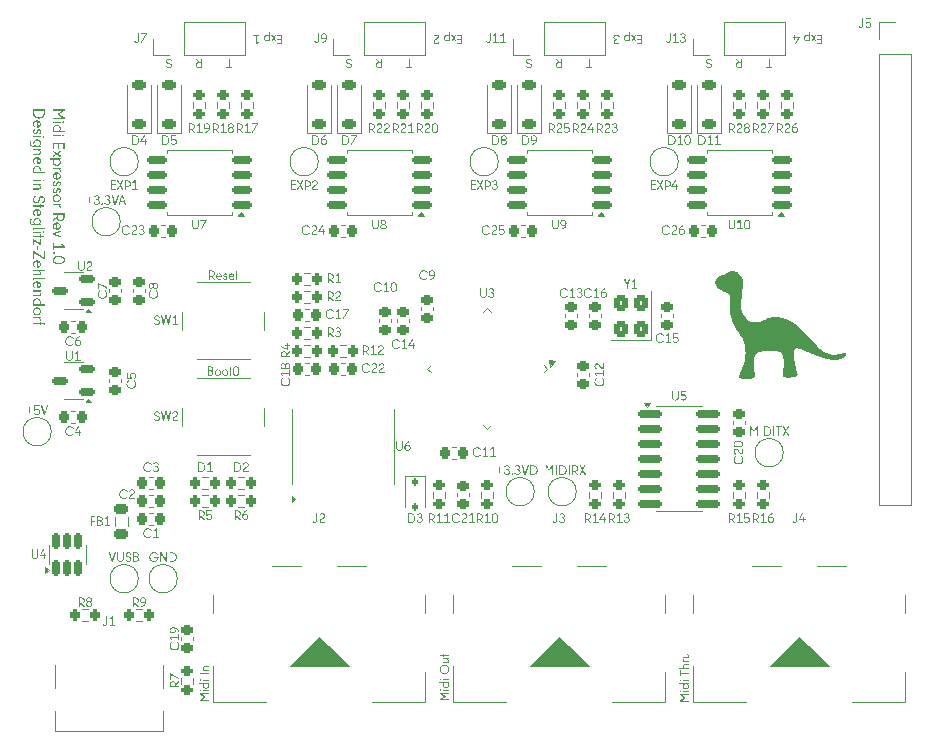
<source format=gbr>
%TF.GenerationSoftware,KiCad,Pcbnew,9.0.4*%
%TF.CreationDate,2025-12-28T22:29:46+01:00*%
%TF.ProjectId,Midi Expressor,4d696469-2045-4787-9072-6573736f722e,rev?*%
%TF.SameCoordinates,Original*%
%TF.FileFunction,Legend,Top*%
%TF.FilePolarity,Positive*%
%FSLAX46Y46*%
G04 Gerber Fmt 4.6, Leading zero omitted, Abs format (unit mm)*
G04 Created by KiCad (PCBNEW 9.0.4) date 2025-12-28 22:29:46*
%MOMM*%
%LPD*%
G01*
G04 APERTURE LIST*
G04 Aperture macros list*
%AMRoundRect*
0 Rectangle with rounded corners*
0 $1 Rounding radius*
0 $2 $3 $4 $5 $6 $7 $8 $9 X,Y pos of 4 corners*
0 Add a 4 corners polygon primitive as box body*
4,1,4,$2,$3,$4,$5,$6,$7,$8,$9,$2,$3,0*
0 Add four circle primitives for the rounded corners*
1,1,$1+$1,$2,$3*
1,1,$1+$1,$4,$5*
1,1,$1+$1,$6,$7*
1,1,$1+$1,$8,$9*
0 Add four rect primitives between the rounded corners*
20,1,$1+$1,$2,$3,$4,$5,0*
20,1,$1+$1,$4,$5,$6,$7,0*
20,1,$1+$1,$6,$7,$8,$9,0*
20,1,$1+$1,$8,$9,$2,$3,0*%
G04 Aperture macros list end*
%ADD10C,0.000000*%
%ADD11C,0.025000*%
%ADD12C,0.100000*%
%ADD13C,0.120000*%
%ADD14C,2.000000*%
%ADD15R,1.780000X1.520000*%
%ADD16C,3.200000*%
%ADD17RoundRect,0.225000X-0.225000X-0.250000X0.225000X-0.250000X0.225000X0.250000X-0.225000X0.250000X0*%
%ADD18RoundRect,0.112500X-0.112500X0.187500X-0.112500X-0.187500X0.112500X-0.187500X0.112500X0.187500X0*%
%ADD19C,3.500000*%
%ADD20C,2.500000*%
%ADD21R,1.700000X1.700000*%
%ADD22C,1.700000*%
%ADD23RoundRect,0.225000X0.375000X-0.225000X0.375000X0.225000X-0.375000X0.225000X-0.375000X-0.225000X0*%
%ADD24RoundRect,0.200000X-0.275000X0.200000X-0.275000X-0.200000X0.275000X-0.200000X0.275000X0.200000X0*%
%ADD25RoundRect,0.200000X0.275000X-0.200000X0.275000X0.200000X-0.275000X0.200000X-0.275000X-0.200000X0*%
%ADD26RoundRect,0.162500X0.650000X0.162500X-0.650000X0.162500X-0.650000X-0.162500X0.650000X-0.162500X0*%
%ADD27RoundRect,0.225000X-0.250000X0.225000X-0.250000X-0.225000X0.250000X-0.225000X0.250000X0.225000X0*%
%ADD28RoundRect,0.225000X0.250000X-0.225000X0.250000X0.225000X-0.250000X0.225000X-0.250000X-0.225000X0*%
%ADD29RoundRect,0.200000X-0.200000X-0.275000X0.200000X-0.275000X0.200000X0.275000X-0.200000X0.275000X0*%
%ADD30RoundRect,0.200000X0.200000X0.275000X-0.200000X0.275000X-0.200000X-0.275000X0.200000X-0.275000X0*%
%ADD31RoundRect,0.218750X0.381250X-0.218750X0.381250X0.218750X-0.381250X0.218750X-0.381250X-0.218750X0*%
%ADD32RoundRect,0.150000X0.150000X-0.512500X0.150000X0.512500X-0.150000X0.512500X-0.150000X-0.512500X0*%
%ADD33RoundRect,0.150000X0.512500X0.150000X-0.512500X0.150000X-0.512500X-0.150000X0.512500X-0.150000X0*%
%ADD34C,0.650000*%
%ADD35R,0.600000X1.240000*%
%ADD36R,0.300000X1.240000*%
%ADD37O,1.000000X2.100000*%
%ADD38O,1.000000X1.800000*%
%ADD39RoundRect,0.250000X0.350000X-0.450000X0.350000X0.450000X-0.350000X0.450000X-0.350000X-0.450000X0*%
%ADD40RoundRect,0.150000X-0.825000X-0.150000X0.825000X-0.150000X0.825000X0.150000X-0.825000X0.150000X0*%
%ADD41RoundRect,0.225000X0.225000X0.250000X-0.225000X0.250000X-0.225000X-0.250000X0.225000X-0.250000X0*%
%ADD42RoundRect,0.075000X0.415425X0.521491X-0.521491X-0.415425X-0.415425X-0.521491X0.521491X0.415425X0*%
%ADD43RoundRect,0.075000X-0.415425X0.521491X-0.521491X0.415425X0.415425X-0.521491X0.521491X-0.415425X0*%
G04 APERTURE END LIST*
D10*
G36*
X183916422Y-107557634D02*
G01*
X183958100Y-107560443D01*
X183999762Y-107565439D01*
X184041324Y-107572720D01*
X184082700Y-107582385D01*
X184123806Y-107594533D01*
X184164555Y-107609263D01*
X184204863Y-107626675D01*
X184244644Y-107646868D01*
X184283813Y-107669940D01*
X184322285Y-107695991D01*
X184322099Y-107695989D01*
X184421369Y-107776934D01*
X184505138Y-107864096D01*
X184574469Y-107957122D01*
X184630427Y-108055658D01*
X184674075Y-108159351D01*
X184706477Y-108267847D01*
X184728696Y-108380792D01*
X184741796Y-108497834D01*
X184746841Y-108618619D01*
X184744895Y-108742792D01*
X184724282Y-108999892D01*
X184688467Y-109266306D01*
X184645959Y-109539206D01*
X184605268Y-109815762D01*
X184574903Y-110093147D01*
X184566252Y-110231267D01*
X184563374Y-110368533D01*
X184567331Y-110504593D01*
X184579189Y-110639091D01*
X184600010Y-110771676D01*
X184630858Y-110901993D01*
X184672797Y-111029689D01*
X184726891Y-111154411D01*
X184794202Y-111275804D01*
X184875796Y-111393515D01*
X184972735Y-111507191D01*
X185086084Y-111616479D01*
X185167963Y-111683925D01*
X185248246Y-111741423D01*
X185327061Y-111789498D01*
X185404532Y-111828676D01*
X185480785Y-111859483D01*
X185555947Y-111882444D01*
X185630143Y-111898086D01*
X185703499Y-111906935D01*
X185776140Y-111909515D01*
X185848194Y-111906354D01*
X185919785Y-111897976D01*
X185991040Y-111884908D01*
X186062085Y-111867675D01*
X186133044Y-111846803D01*
X186275213Y-111796247D01*
X186564075Y-111674604D01*
X186712781Y-111611931D01*
X186865681Y-111553633D01*
X186944018Y-111527438D01*
X187023781Y-111503915D01*
X187105096Y-111483588D01*
X187188088Y-111466984D01*
X187272884Y-111454628D01*
X187359610Y-111447047D01*
X187448391Y-111444765D01*
X187539354Y-111448310D01*
X187754458Y-111470781D01*
X187960000Y-111506000D01*
X188156453Y-111553177D01*
X188344292Y-111611526D01*
X188523991Y-111680259D01*
X188696027Y-111758588D01*
X188860872Y-111845725D01*
X189019003Y-111940883D01*
X189170893Y-112043274D01*
X189317018Y-112152110D01*
X189457853Y-112266603D01*
X189593871Y-112385966D01*
X189853359Y-112636151D01*
X190099280Y-112896361D01*
X190565612Y-113421654D01*
X190793620Y-113674133D01*
X191023252Y-113911430D01*
X191258307Y-114127245D01*
X191379055Y-114225127D01*
X191502583Y-114315276D01*
X191629366Y-114396902D01*
X191759878Y-114469220D01*
X191894594Y-114531440D01*
X192033989Y-114582776D01*
X192085012Y-114597464D01*
X192137463Y-114609313D01*
X192245913Y-114625178D01*
X192357878Y-114631748D01*
X192471897Y-114630398D01*
X192586508Y-114622501D01*
X192700251Y-114609433D01*
X192811663Y-114592569D01*
X192919285Y-114573284D01*
X193282634Y-114499432D01*
X193349382Y-114488666D01*
X193403570Y-114483728D01*
X193443739Y-114485994D01*
X193458110Y-114490258D01*
X193468427Y-114496839D01*
X193475985Y-114506896D01*
X193480696Y-114519889D01*
X193482546Y-114535576D01*
X193481521Y-114553716D01*
X193477608Y-114574064D01*
X193470794Y-114596381D01*
X193461064Y-114620422D01*
X193448405Y-114645946D01*
X193432803Y-114672711D01*
X193414244Y-114700474D01*
X193392716Y-114728994D01*
X193368203Y-114758027D01*
X193340693Y-114787332D01*
X193310172Y-114816667D01*
X193276627Y-114845789D01*
X193240042Y-114874456D01*
X193200406Y-114902425D01*
X193157704Y-114929455D01*
X193111922Y-114955304D01*
X193063047Y-114979728D01*
X193011066Y-115002486D01*
X192955963Y-115023336D01*
X192897727Y-115042035D01*
X192836343Y-115058341D01*
X192771798Y-115072013D01*
X192704077Y-115082806D01*
X192633168Y-115090480D01*
X192559056Y-115094793D01*
X192481728Y-115095501D01*
X192401170Y-115092362D01*
X192317369Y-115085136D01*
X192230311Y-115073578D01*
X192014146Y-115031771D01*
X191789231Y-114974002D01*
X191558141Y-114903196D01*
X191323456Y-114822279D01*
X190853609Y-114641812D01*
X190400313Y-114456001D01*
X189984193Y-114288248D01*
X189796518Y-114218456D01*
X189625870Y-114161954D01*
X189474828Y-114121667D01*
X189345969Y-114100521D01*
X189290664Y-114098039D01*
X189241871Y-114101440D01*
X189199913Y-114111088D01*
X189165113Y-114127349D01*
X189134525Y-114151300D01*
X189108134Y-114181458D01*
X189085752Y-114217477D01*
X189067194Y-114259010D01*
X189052273Y-114305711D01*
X189040802Y-114357234D01*
X189032596Y-114413232D01*
X189027468Y-114473358D01*
X189025703Y-114604613D01*
X189034016Y-114748227D01*
X189050917Y-114901429D01*
X189074916Y-115061447D01*
X189104524Y-115225511D01*
X189138250Y-115390849D01*
X189212098Y-115714266D01*
X189343653Y-116254467D01*
X189347474Y-116288731D01*
X189343176Y-116320968D01*
X189331293Y-116351195D01*
X189312357Y-116379427D01*
X189286900Y-116405680D01*
X189255455Y-116429971D01*
X189218554Y-116452316D01*
X189176729Y-116472729D01*
X189130513Y-116491228D01*
X189080438Y-116507827D01*
X188970840Y-116535394D01*
X188852195Y-116555556D01*
X188728762Y-116568441D01*
X188604799Y-116574177D01*
X188484566Y-116572891D01*
X188372320Y-116564711D01*
X188272322Y-116549764D01*
X188188829Y-116528178D01*
X188154604Y-116514935D01*
X188126102Y-116500080D01*
X188103856Y-116483628D01*
X188088398Y-116465597D01*
X188080261Y-116446002D01*
X188079977Y-116424858D01*
X188118531Y-116176559D01*
X188151467Y-115898580D01*
X188174298Y-115605586D01*
X188180522Y-115458042D01*
X188182536Y-115312243D01*
X188179779Y-115170023D01*
X188171691Y-115033215D01*
X188157710Y-114903653D01*
X188137276Y-114783169D01*
X188109826Y-114673597D01*
X188074801Y-114576770D01*
X188054272Y-114533709D01*
X188031639Y-114494521D01*
X188006831Y-114459436D01*
X187979779Y-114428683D01*
X187964343Y-114417815D01*
X187940719Y-114407773D01*
X187871040Y-114390096D01*
X187775005Y-114375519D01*
X187656877Y-114363907D01*
X187371399Y-114349038D01*
X187048714Y-114344414D01*
X186722929Y-114348957D01*
X186428153Y-114361592D01*
X186198494Y-114381241D01*
X186118742Y-114393360D01*
X186068059Y-114406829D01*
X186002508Y-114437485D01*
X185943330Y-114473363D01*
X185890250Y-114514143D01*
X185842995Y-114559505D01*
X185801292Y-114609128D01*
X185764866Y-114662691D01*
X185733445Y-114719874D01*
X185706755Y-114780356D01*
X185684522Y-114843817D01*
X185666473Y-114909936D01*
X185652333Y-114978392D01*
X185641831Y-115048866D01*
X185634691Y-115121035D01*
X185630640Y-115194580D01*
X185630713Y-115344516D01*
X185639860Y-115496107D01*
X185655893Y-115646790D01*
X185676623Y-115793999D01*
X185699862Y-115935171D01*
X185745112Y-116189143D01*
X185762745Y-116296813D01*
X185774133Y-116388188D01*
X185773105Y-116427473D01*
X185762978Y-116463952D01*
X185744392Y-116497656D01*
X185717985Y-116528615D01*
X185684396Y-116556862D01*
X185644263Y-116582426D01*
X185598225Y-116605339D01*
X185546921Y-116625633D01*
X185490988Y-116643338D01*
X185431065Y-116658486D01*
X185301806Y-116681235D01*
X185164250Y-116694128D01*
X185023507Y-116697416D01*
X184884685Y-116691346D01*
X184752892Y-116676170D01*
X184633237Y-116652135D01*
X184579557Y-116636874D01*
X184530827Y-116619492D01*
X184487686Y-116600020D01*
X184450771Y-116578490D01*
X184420723Y-116554932D01*
X184398178Y-116529377D01*
X184383777Y-116501858D01*
X184378156Y-116472404D01*
X184381955Y-116441048D01*
X184395813Y-116407819D01*
X184486922Y-116235194D01*
X184574944Y-116047732D01*
X184657999Y-115847141D01*
X184734209Y-115635128D01*
X184801692Y-115413398D01*
X184858569Y-115183660D01*
X184902961Y-114947619D01*
X184932986Y-114706982D01*
X184946767Y-114463457D01*
X184942422Y-114218750D01*
X184932865Y-114096486D01*
X184918071Y-113974567D01*
X184897807Y-113853206D01*
X184871836Y-113732616D01*
X184839924Y-113613010D01*
X184801836Y-113494603D01*
X184757336Y-113377606D01*
X184706191Y-113262235D01*
X184648164Y-113148701D01*
X184583021Y-113037218D01*
X184510527Y-112928000D01*
X184430447Y-112821260D01*
X184291103Y-112637803D01*
X184168312Y-112459045D01*
X184061078Y-112284996D01*
X183968405Y-112115666D01*
X183889298Y-111951063D01*
X183822761Y-111791199D01*
X183767797Y-111636081D01*
X183723411Y-111485720D01*
X183688607Y-111340125D01*
X183662390Y-111199306D01*
X183631730Y-110932030D01*
X183623466Y-110683970D01*
X183629629Y-110455201D01*
X183653373Y-110055838D01*
X183655020Y-109885396D01*
X183639228Y-109734547D01*
X183622303Y-109666494D01*
X183598030Y-109603367D01*
X183565415Y-109545177D01*
X183523460Y-109491933D01*
X183471171Y-109443644D01*
X183407551Y-109400319D01*
X183331604Y-109361969D01*
X183242335Y-109328602D01*
X183157930Y-109299623D01*
X183075958Y-109267599D01*
X182996795Y-109232596D01*
X182920817Y-109194682D01*
X182848399Y-109153924D01*
X182779918Y-109110388D01*
X182715748Y-109064142D01*
X182656267Y-109015253D01*
X182601849Y-108963787D01*
X182552870Y-108909812D01*
X182509707Y-108853395D01*
X182490423Y-108824292D01*
X182472734Y-108794603D01*
X182456687Y-108764337D01*
X182442328Y-108733502D01*
X182429705Y-108702107D01*
X182418864Y-108670161D01*
X182409853Y-108637670D01*
X182402718Y-108604645D01*
X182397507Y-108571092D01*
X182394267Y-108537021D01*
X182392905Y-108482301D01*
X182395994Y-108430757D01*
X182403254Y-108382287D01*
X182414405Y-108336787D01*
X182429166Y-108294153D01*
X182447257Y-108254283D01*
X182468398Y-108217072D01*
X182492308Y-108182417D01*
X182518708Y-108150215D01*
X182547316Y-108120362D01*
X182577853Y-108092754D01*
X182610039Y-108067288D01*
X182643592Y-108043861D01*
X182678234Y-108022369D01*
X182713682Y-108002709D01*
X182749658Y-107984777D01*
X182822070Y-107953682D01*
X182893227Y-107928258D01*
X182960888Y-107907675D01*
X183022809Y-107891107D01*
X183120463Y-107866702D01*
X183151712Y-107857208D01*
X183161961Y-107852777D01*
X183168252Y-107848417D01*
X183210993Y-107807977D01*
X183260835Y-107767962D01*
X183317096Y-107729162D01*
X183379094Y-107692370D01*
X183446147Y-107658380D01*
X183517573Y-107627982D01*
X183592690Y-107601971D01*
X183631419Y-107590858D01*
X183670815Y-107581138D01*
X183710793Y-107572911D01*
X183751267Y-107566276D01*
X183792152Y-107561332D01*
X183833363Y-107558177D01*
X183874815Y-107556911D01*
X183916422Y-107557634D01*
G37*
D11*
G36*
X139698958Y-115629191D02*
G01*
X139739125Y-115638325D01*
X139774053Y-115652896D01*
X139805710Y-115673367D01*
X139831252Y-115697903D01*
X139851332Y-115726803D01*
X139865801Y-115759073D01*
X139874628Y-115794325D01*
X139877661Y-115833196D01*
X139874741Y-115868317D01*
X139866158Y-115900800D01*
X139851918Y-115931186D01*
X139832635Y-115958656D01*
X139809585Y-115981483D01*
X139782455Y-116000062D01*
X139776863Y-116006567D01*
X139782455Y-116012372D01*
X139814590Y-116032161D01*
X139841691Y-116056691D01*
X139864228Y-116086329D01*
X139880925Y-116119522D01*
X139891016Y-116155499D01*
X139894465Y-116194968D01*
X139890347Y-116240979D01*
X139878471Y-116281417D01*
X139859075Y-116317348D01*
X139831744Y-116349525D01*
X139798795Y-116374994D01*
X139759269Y-116393790D01*
X139711844Y-116405734D01*
X139654814Y-116410000D01*
X139428548Y-116410000D01*
X139420158Y-116407203D01*
X139417361Y-116398813D01*
X139417361Y-116056092D01*
X139500257Y-116056092D01*
X139500257Y-116324856D01*
X139501653Y-116329074D01*
X139505826Y-116330474D01*
X139646950Y-116330474D01*
X139698747Y-116325779D01*
X139737915Y-116313076D01*
X139767361Y-116293545D01*
X139789618Y-116266434D01*
X139803350Y-116232735D01*
X139808247Y-116190474D01*
X139803349Y-116148214D01*
X139789616Y-116114533D01*
X139767361Y-116087452D01*
X139737911Y-116067893D01*
X139698743Y-116055174D01*
X139646950Y-116050474D01*
X139505826Y-116050474D01*
X139501653Y-116051874D01*
X139500257Y-116056092D01*
X139417361Y-116056092D01*
X139417361Y-115711123D01*
X139500257Y-115711123D01*
X139500257Y-115965331D01*
X139501653Y-115969548D01*
X139505826Y-115970949D01*
X139642455Y-115970949D01*
X139689821Y-115966564D01*
X139725927Y-115954647D01*
X139753342Y-115936217D01*
X139774038Y-115910763D01*
X139786857Y-115878916D01*
X139791444Y-115838764D01*
X139786870Y-115798598D01*
X139774058Y-115766554D01*
X139753342Y-115740774D01*
X139725883Y-115722038D01*
X139689776Y-115709948D01*
X139642455Y-115705505D01*
X139505826Y-115705505D01*
X139501653Y-115706906D01*
X139500257Y-115711123D01*
X139417361Y-115711123D01*
X139417361Y-115637166D01*
X139420158Y-115628777D01*
X139428548Y-115625980D01*
X139652567Y-115625980D01*
X139698958Y-115629191D01*
G37*
G36*
X140319918Y-115883249D02*
G01*
X140364265Y-115895384D01*
X140405519Y-115915505D01*
X140442630Y-115942649D01*
X140473847Y-115975335D01*
X140499601Y-116014082D01*
X140518502Y-116056614D01*
X140529883Y-116101738D01*
X140533746Y-116150125D01*
X140529883Y-116198546D01*
X140518502Y-116243702D01*
X140499601Y-116286266D01*
X140473850Y-116324982D01*
X140442634Y-116357652D01*
X140405519Y-116384794D01*
X140364265Y-116404915D01*
X140319918Y-116417050D01*
X140271674Y-116421186D01*
X140223430Y-116417050D01*
X140179082Y-116404915D01*
X140137829Y-116384794D01*
X140100741Y-116357657D01*
X140069523Y-116324987D01*
X140043746Y-116286266D01*
X140024846Y-116243702D01*
X140013464Y-116198546D01*
X140009601Y-116150125D01*
X140092497Y-116150125D01*
X140098331Y-116202061D01*
X140115456Y-116248702D01*
X140132908Y-116276726D01*
X140154091Y-116300292D01*
X140179252Y-116319825D01*
X140207497Y-116334375D01*
X140238098Y-116343155D01*
X140271674Y-116346154D01*
X140305249Y-116343155D01*
X140335851Y-116334375D01*
X140364095Y-116319825D01*
X140389287Y-116300289D01*
X140410485Y-116276722D01*
X140427940Y-116248702D01*
X140445066Y-116202061D01*
X140450899Y-116150125D01*
X140445067Y-116098232D01*
X140427940Y-116051598D01*
X140410485Y-116023577D01*
X140389287Y-116000010D01*
X140364095Y-115980474D01*
X140335851Y-115965924D01*
X140305249Y-115957144D01*
X140271674Y-115954145D01*
X140238098Y-115957144D01*
X140207497Y-115965924D01*
X140179252Y-115980474D01*
X140154091Y-116000007D01*
X140132908Y-116023573D01*
X140115456Y-116051598D01*
X140098329Y-116098232D01*
X140092497Y-116150125D01*
X140009601Y-116150125D01*
X140013464Y-116101738D01*
X140024846Y-116056614D01*
X140043746Y-116014082D01*
X140069526Y-115975330D01*
X140100745Y-115942644D01*
X140137829Y-115915505D01*
X140179082Y-115895384D01*
X140223430Y-115883249D01*
X140271674Y-115879113D01*
X140319918Y-115883249D01*
G37*
G36*
X140938927Y-115883249D02*
G01*
X140983275Y-115895384D01*
X141024528Y-115915505D01*
X141061639Y-115942649D01*
X141092856Y-115975335D01*
X141118610Y-116014082D01*
X141137511Y-116056614D01*
X141148892Y-116101738D01*
X141152756Y-116150125D01*
X141148892Y-116198546D01*
X141137511Y-116243702D01*
X141118610Y-116286266D01*
X141092859Y-116324982D01*
X141061643Y-116357652D01*
X141024528Y-116384794D01*
X140983275Y-116404915D01*
X140938927Y-116417050D01*
X140890683Y-116421186D01*
X140842439Y-116417050D01*
X140798091Y-116404915D01*
X140756838Y-116384794D01*
X140719750Y-116357657D01*
X140688532Y-116324987D01*
X140662756Y-116286266D01*
X140643855Y-116243702D01*
X140632474Y-116198546D01*
X140628610Y-116150125D01*
X140711506Y-116150125D01*
X140717340Y-116202061D01*
X140734465Y-116248702D01*
X140751917Y-116276726D01*
X140773100Y-116300292D01*
X140798261Y-116319825D01*
X140826506Y-116334375D01*
X140857107Y-116343155D01*
X140890683Y-116346154D01*
X140924259Y-116343155D01*
X140954860Y-116334375D01*
X140983104Y-116319825D01*
X141008296Y-116300289D01*
X141029494Y-116276722D01*
X141046950Y-116248702D01*
X141064075Y-116202061D01*
X141069908Y-116150125D01*
X141064076Y-116098232D01*
X141046950Y-116051598D01*
X141029494Y-116023577D01*
X141008296Y-116000010D01*
X140983104Y-115980474D01*
X140954860Y-115965924D01*
X140924259Y-115957144D01*
X140890683Y-115954145D01*
X140857107Y-115957144D01*
X140826506Y-115965924D01*
X140798261Y-115980474D01*
X140773100Y-116000007D01*
X140751917Y-116023573D01*
X140734465Y-116051598D01*
X140717339Y-116098232D01*
X140711506Y-116150125D01*
X140628610Y-116150125D01*
X140632473Y-116101738D01*
X140643855Y-116056614D01*
X140662756Y-116014082D01*
X140688535Y-115975330D01*
X140719754Y-115942644D01*
X140756838Y-115915505D01*
X140798091Y-115895384D01*
X140842439Y-115883249D01*
X140890683Y-115879113D01*
X140938927Y-115883249D01*
G37*
G36*
X141304430Y-115701060D02*
G01*
X141306481Y-115692469D01*
X141312246Y-115687578D01*
X141372721Y-115655143D01*
X141378338Y-115654019D01*
X141384153Y-115656161D01*
X141386203Y-115662958D01*
X141386203Y-115884731D01*
X141387595Y-115888907D01*
X141391772Y-115890300D01*
X141453370Y-115890300D01*
X141461800Y-115893100D01*
X141464605Y-115901486D01*
X141464605Y-115949699D01*
X141461800Y-115958085D01*
X141453370Y-115960886D01*
X141391772Y-115960886D01*
X141387599Y-115962286D01*
X141386203Y-115966503D01*
X141386203Y-116398813D01*
X141383398Y-116407199D01*
X141374968Y-116410000D01*
X141315617Y-116410000D01*
X141307227Y-116407203D01*
X141304430Y-116398813D01*
X141304430Y-115966503D01*
X141303026Y-115962290D01*
X141298813Y-115960886D01*
X141237215Y-115960886D01*
X141228825Y-115958089D01*
X141226028Y-115949699D01*
X141226028Y-115901486D01*
X141228825Y-115893096D01*
X141237215Y-115890300D01*
X141298813Y-115890300D01*
X141303030Y-115888903D01*
X141304430Y-115884731D01*
X141304430Y-115701060D01*
G37*
G36*
X141868123Y-115611768D02*
G01*
X141915714Y-115625380D01*
X141956640Y-115647273D01*
X141992017Y-115677727D01*
X142022423Y-115717814D01*
X142047843Y-115769302D01*
X142067673Y-115834546D01*
X142080779Y-115916368D01*
X142085568Y-116017990D01*
X142080778Y-116119626D01*
X142067672Y-116201460D01*
X142047841Y-116266711D01*
X142022421Y-116318206D01*
X141992014Y-116358296D01*
X141956637Y-116388753D01*
X141915711Y-116410648D01*
X141868121Y-116424260D01*
X141812309Y-116429050D01*
X141756484Y-116424260D01*
X141708884Y-116410646D01*
X141667951Y-116388749D01*
X141632567Y-116358291D01*
X141602156Y-116318200D01*
X141576732Y-116266704D01*
X141556899Y-116201454D01*
X141543791Y-116119623D01*
X141539001Y-116017990D01*
X141623021Y-116017990D01*
X141626602Y-116104672D01*
X141636298Y-116173207D01*
X141650750Y-116226674D01*
X141668938Y-116267801D01*
X141695495Y-116304444D01*
X141727458Y-116329774D01*
X141765771Y-116345214D01*
X141812309Y-116350648D01*
X141858846Y-116345214D01*
X141897160Y-116329774D01*
X141929122Y-116304444D01*
X141955679Y-116267801D01*
X141973867Y-116226674D01*
X141988320Y-116173207D01*
X141998015Y-116104672D01*
X142001597Y-116017990D01*
X141998015Y-115931332D01*
X141988319Y-115862823D01*
X141973867Y-115809380D01*
X141955679Y-115768276D01*
X141929119Y-115731608D01*
X141897155Y-115706264D01*
X141858843Y-115690816D01*
X141812309Y-115685380D01*
X141765775Y-115690816D01*
X141727463Y-115706264D01*
X141695498Y-115731608D01*
X141668938Y-115768276D01*
X141650751Y-115809380D01*
X141636299Y-115862823D01*
X141626603Y-115931332D01*
X141623021Y-116017990D01*
X141539001Y-116017990D01*
X141543791Y-115916371D01*
X141556898Y-115834551D01*
X141576730Y-115769309D01*
X141602153Y-115717820D01*
X141632564Y-115677732D01*
X141667947Y-115647276D01*
X141708881Y-115625381D01*
X141756482Y-115611768D01*
X141812309Y-115606978D01*
X141868123Y-115611768D01*
G37*
G36*
X139807033Y-107501677D02*
G01*
X139854933Y-107512394D01*
X139898520Y-107529829D01*
X139938248Y-107554335D01*
X139971451Y-107584742D01*
X139998757Y-107621518D01*
X140018603Y-107662783D01*
X140030872Y-107709536D01*
X140035149Y-107762935D01*
X140031634Y-107811208D01*
X140021570Y-107853527D01*
X140005380Y-107890851D01*
X139983076Y-107923939D01*
X139944980Y-107961650D01*
X139898584Y-107991408D01*
X139842490Y-108013332D01*
X139835196Y-108018189D01*
X139838045Y-108025691D01*
X140032902Y-108268517D01*
X140035149Y-108275258D01*
X140033116Y-108280155D01*
X140026210Y-108282000D01*
X139947808Y-108282000D01*
X139937159Y-108280339D01*
X139928757Y-108273011D01*
X139742839Y-108034630D01*
X139734975Y-108027352D01*
X139724912Y-108025642D01*
X139612902Y-108025642D01*
X139608729Y-108027043D01*
X139607333Y-108031260D01*
X139607333Y-108270764D01*
X139604524Y-108279191D01*
X139596098Y-108282000D01*
X139535624Y-108282000D01*
X139527234Y-108279203D01*
X139524437Y-108270813D01*
X139524437Y-107583074D01*
X139607333Y-107583074D01*
X139607333Y-107940597D01*
X139608725Y-107944773D01*
X139612902Y-107946166D01*
X139746210Y-107946166D01*
X139803598Y-107940701D01*
X139851482Y-107925250D01*
X139891778Y-107900394D01*
X139916055Y-107875522D01*
X139933730Y-107845019D01*
X139944920Y-107807695D01*
X139948931Y-107761860D01*
X139944918Y-107715998D01*
X139933726Y-107678668D01*
X139916051Y-107648174D01*
X139891778Y-107623325D01*
X139851479Y-107598442D01*
X139803595Y-107582975D01*
X139746210Y-107577505D01*
X139612902Y-107577505D01*
X139608725Y-107578898D01*
X139607333Y-107583074D01*
X139524437Y-107583074D01*
X139524437Y-107509166D01*
X139527234Y-107500777D01*
X139535624Y-107497980D01*
X139754026Y-107497980D01*
X139807033Y-107501677D01*
G37*
G36*
X140423294Y-107754934D02*
G01*
X140465796Y-107766148D01*
X140505414Y-107784721D01*
X140541127Y-107809940D01*
X140571033Y-107840548D01*
X140595589Y-107877045D01*
X140613440Y-107917331D01*
X140624332Y-107961297D01*
X140628073Y-108009718D01*
X140626949Y-108035461D01*
X140622996Y-108042182D01*
X140615714Y-108044400D01*
X140220383Y-108044400D01*
X140211236Y-108047902D01*
X140210271Y-108058957D01*
X140220977Y-108106161D01*
X140239863Y-108144875D01*
X140266838Y-108176682D01*
X140300844Y-108200625D01*
X140340806Y-108215268D01*
X140388373Y-108220401D01*
X140428901Y-108216368D01*
X140466369Y-108204450D01*
X140501574Y-108184415D01*
X140535065Y-108155384D01*
X140546839Y-108147946D01*
X140554116Y-108150890D01*
X140591095Y-108191239D01*
X140595002Y-108198164D01*
X140591095Y-108205796D01*
X140547644Y-108243604D01*
X140498673Y-108271351D01*
X140445215Y-108288538D01*
X140388373Y-108294309D01*
X140337742Y-108290410D01*
X140292297Y-108279117D01*
X140251157Y-108260702D01*
X140214213Y-108235178D01*
X140183200Y-108203476D01*
X140157661Y-108164958D01*
X140139282Y-108122342D01*
X140127969Y-108075051D01*
X140124053Y-108022174D01*
X140127661Y-107972739D01*
X140211395Y-107972739D01*
X140213749Y-107977464D01*
X140222630Y-107979431D01*
X140530620Y-107979431D01*
X140539824Y-107976110D01*
X140540683Y-107965998D01*
X140529243Y-107925533D01*
X140510800Y-107891803D01*
X140485240Y-107863660D01*
X140453905Y-107842356D01*
X140418293Y-107829479D01*
X140377187Y-107825021D01*
X140336120Y-107829562D01*
X140300098Y-107842758D01*
X140267961Y-107864735D01*
X140241751Y-107893624D01*
X140223365Y-107927408D01*
X140212518Y-107967122D01*
X140211395Y-107972739D01*
X140127661Y-107972739D01*
X140127916Y-107969239D01*
X140139047Y-107922136D01*
X140157075Y-107879927D01*
X140182140Y-107841608D01*
X140212253Y-107810095D01*
X140247787Y-107784721D01*
X140287421Y-107766188D01*
X140330300Y-107754955D01*
X140377187Y-107751113D01*
X140423294Y-107754934D01*
G37*
G36*
X140895470Y-108294309D02*
G01*
X140852513Y-108290350D01*
X140815757Y-108279052D01*
X140783998Y-108260750D01*
X140756903Y-108235947D01*
X140735924Y-108206314D01*
X140720739Y-108171113D01*
X140719615Y-108166668D01*
X140721462Y-108161176D01*
X140727431Y-108157680D01*
X140781213Y-108138629D01*
X140785707Y-108137505D01*
X140791303Y-108139523D01*
X140795770Y-108146494D01*
X140810615Y-108178650D01*
X140834409Y-108202523D01*
X140864243Y-108217709D01*
X140895470Y-108222648D01*
X140926018Y-108219760D01*
X140949356Y-108211895D01*
X140967131Y-108199690D01*
X140980758Y-108183034D01*
X140988920Y-108163708D01*
X140991751Y-108140876D01*
X140988908Y-108118097D01*
X140980874Y-108099789D01*
X140967668Y-108084896D01*
X140940378Y-108068390D01*
X140901039Y-108056856D01*
X140856245Y-108047917D01*
X140820032Y-108036965D01*
X140790147Y-108020008D01*
X140765533Y-107996968D01*
X140746980Y-107968889D01*
X140735787Y-107937293D01*
X140731925Y-107901176D01*
X140737260Y-107861344D01*
X140753174Y-107825021D01*
X140778580Y-107794282D01*
X140813111Y-107770702D01*
X140853564Y-107756139D01*
X140899915Y-107751113D01*
X140939923Y-107754857D01*
X140974476Y-107765589D01*
X141004647Y-107783060D01*
X141030028Y-107806842D01*
X141049983Y-107836872D01*
X141064584Y-107874309D01*
X141065707Y-107878803D01*
X141063684Y-107884430D01*
X141056719Y-107888866D01*
X141004109Y-107902300D01*
X140999615Y-107903423D01*
X140994211Y-107901393D01*
X140990627Y-107894484D01*
X140977870Y-107864016D01*
X140958729Y-107841874D01*
X140933237Y-107827813D01*
X140899915Y-107822823D01*
X140874593Y-107825377D01*
X140853828Y-107832565D01*
X140836656Y-107844121D01*
X140823226Y-107859615D01*
X140815297Y-107877279D01*
X140812574Y-107897854D01*
X140817645Y-107928392D01*
X140831576Y-107949390D01*
X140853909Y-107964085D01*
X140888729Y-107975133D01*
X140932400Y-107984072D01*
X140972529Y-107995721D01*
X141005960Y-108013105D01*
X141033760Y-108036145D01*
X141054852Y-108064758D01*
X141067819Y-108099127D01*
X141072400Y-108140876D01*
X141066955Y-108183576D01*
X141051205Y-108219837D01*
X141024772Y-108251225D01*
X140990691Y-108274454D01*
X140948348Y-108289063D01*
X140895470Y-108294309D01*
G37*
G36*
X141469826Y-107754934D02*
G01*
X141512327Y-107766148D01*
X141551946Y-107784721D01*
X141587659Y-107809940D01*
X141617565Y-107840548D01*
X141642120Y-107877045D01*
X141659972Y-107917331D01*
X141670863Y-107961297D01*
X141674605Y-108009718D01*
X141673481Y-108035461D01*
X141669528Y-108042182D01*
X141662246Y-108044400D01*
X141266915Y-108044400D01*
X141257768Y-108047902D01*
X141256803Y-108058957D01*
X141267509Y-108106161D01*
X141286395Y-108144875D01*
X141313370Y-108176682D01*
X141347376Y-108200625D01*
X141387338Y-108215268D01*
X141434905Y-108220401D01*
X141475433Y-108216368D01*
X141512901Y-108204450D01*
X141548106Y-108184415D01*
X141581597Y-108155384D01*
X141593370Y-108147946D01*
X141600648Y-108150890D01*
X141637626Y-108191239D01*
X141641534Y-108198164D01*
X141637626Y-108205796D01*
X141594175Y-108243604D01*
X141545205Y-108271351D01*
X141491747Y-108288538D01*
X141434905Y-108294309D01*
X141384274Y-108290410D01*
X141338829Y-108279117D01*
X141297689Y-108260702D01*
X141260744Y-108235178D01*
X141229731Y-108203476D01*
X141204193Y-108164958D01*
X141185814Y-108122342D01*
X141174501Y-108075051D01*
X141170585Y-108022174D01*
X141174192Y-107972739D01*
X141257926Y-107972739D01*
X141260281Y-107977464D01*
X141269162Y-107979431D01*
X141577152Y-107979431D01*
X141586356Y-107976110D01*
X141587215Y-107965998D01*
X141575775Y-107925533D01*
X141557332Y-107891803D01*
X141531771Y-107863660D01*
X141500437Y-107842356D01*
X141464825Y-107829479D01*
X141423718Y-107825021D01*
X141382652Y-107829562D01*
X141346630Y-107842758D01*
X141314493Y-107864735D01*
X141288283Y-107893624D01*
X141269897Y-107927408D01*
X141259050Y-107967122D01*
X141257926Y-107972739D01*
X141174192Y-107972739D01*
X141174447Y-107969239D01*
X141185579Y-107922136D01*
X141203607Y-107879927D01*
X141228671Y-107841608D01*
X141258785Y-107810095D01*
X141294319Y-107784721D01*
X141333953Y-107766188D01*
X141376832Y-107754955D01*
X141423718Y-107751113D01*
X141469826Y-107754934D01*
G37*
G36*
X141824179Y-107573060D02*
G01*
X141826230Y-107564469D01*
X141831995Y-107559578D01*
X141892469Y-107527143D01*
X141898087Y-107526019D01*
X141903902Y-107528161D01*
X141905952Y-107534958D01*
X141905952Y-107756731D01*
X141907344Y-107760907D01*
X141911520Y-107762300D01*
X141973118Y-107762300D01*
X141981549Y-107765100D01*
X141984353Y-107773486D01*
X141984353Y-107821699D01*
X141981549Y-107830085D01*
X141973118Y-107832886D01*
X141911520Y-107832886D01*
X141907348Y-107834286D01*
X141905952Y-107838503D01*
X141905952Y-108270813D01*
X141903147Y-108279199D01*
X141894716Y-108282000D01*
X141835365Y-108282000D01*
X141826976Y-108279203D01*
X141824179Y-108270813D01*
X141824179Y-107838503D01*
X141822775Y-107834290D01*
X141818561Y-107832886D01*
X141756963Y-107832886D01*
X141748574Y-107830089D01*
X141745777Y-107821699D01*
X141745777Y-107773486D01*
X141748574Y-107765096D01*
X141756963Y-107762300D01*
X141818561Y-107762300D01*
X141822779Y-107760903D01*
X141824179Y-107756731D01*
X141824179Y-107573060D01*
G37*
G36*
X180164000Y-144000709D02*
G01*
X180161203Y-144009099D01*
X180152813Y-144011896D01*
X179390482Y-144011896D01*
X179382093Y-144009099D01*
X179379296Y-144000709D01*
X179379296Y-143923431D01*
X179381226Y-143915366D01*
X179387161Y-143908874D01*
X179746247Y-143693843D01*
X179751815Y-143688225D01*
X179746247Y-143682608D01*
X179387161Y-143467576D01*
X179381221Y-143461052D01*
X179379296Y-143453019D01*
X179379296Y-143375741D01*
X179382093Y-143367351D01*
X179390482Y-143364555D01*
X180152813Y-143364555D01*
X180161203Y-143367351D01*
X180164000Y-143375741D01*
X180164000Y-143436215D01*
X180161195Y-143444601D01*
X180152764Y-143447402D01*
X179529359Y-143447402D01*
X179522618Y-143450235D01*
X179527112Y-143455266D01*
X179886637Y-143675915D01*
X179892683Y-143682074D01*
X179894453Y-143688225D01*
X179892688Y-143694343D01*
X179886637Y-143700535D01*
X179527112Y-143921184D01*
X179522618Y-143926215D01*
X179529359Y-143929000D01*
X180152764Y-143929000D01*
X180161191Y-143931809D01*
X180164000Y-143940235D01*
X180164000Y-144000709D01*
G37*
G36*
X179523106Y-143137360D02*
G01*
X179518558Y-143160319D01*
X179504642Y-143180493D01*
X179484434Y-143194413D01*
X179461508Y-143198958D01*
X179438684Y-143194395D01*
X179418961Y-143180493D01*
X179405467Y-143160360D01*
X179401034Y-143137360D01*
X179405428Y-143115460D01*
X179418961Y-143095936D01*
X179438642Y-143082457D01*
X179461508Y-143078009D01*
X179484475Y-143082438D01*
X179504642Y-143095936D01*
X179518598Y-143115501D01*
X179523106Y-143137360D01*
G37*
G36*
X180164000Y-143168721D02*
G01*
X180161203Y-143177110D01*
X180152813Y-143179907D01*
X179656219Y-143179907D01*
X179647829Y-143177110D01*
X179645032Y-143168721D01*
X179645032Y-143109370D01*
X179647829Y-143100980D01*
X179656219Y-143098183D01*
X180152813Y-143098183D01*
X180161203Y-143100980D01*
X180164000Y-143109370D01*
X180164000Y-143168721D01*
G37*
G36*
X180161203Y-142459549D02*
G01*
X180164000Y-142467939D01*
X180164000Y-142522845D01*
X180161203Y-142531235D01*
X180152813Y-142534031D01*
X180113588Y-142534031D01*
X180107482Y-142536816D01*
X180111341Y-142544094D01*
X180138420Y-142574634D01*
X180158204Y-142611498D01*
X180170717Y-142655988D01*
X180175186Y-142709886D01*
X180171297Y-142756722D01*
X180159899Y-142799768D01*
X180141041Y-142839774D01*
X180115306Y-142875734D01*
X180083582Y-142906219D01*
X180045249Y-142931610D01*
X180003020Y-142950005D01*
X179956277Y-142961310D01*
X179904125Y-142965217D01*
X179852006Y-142961310D01*
X179805279Y-142950006D01*
X179763050Y-142931610D01*
X179724720Y-142906217D01*
X179693013Y-142875733D01*
X179667307Y-142839774D01*
X179648421Y-142799765D01*
X179637007Y-142756719D01*
X179633113Y-142709886D01*
X179634118Y-142697527D01*
X179707021Y-142697527D01*
X179710632Y-142738151D01*
X179720983Y-142773369D01*
X179737784Y-142804202D01*
X179761341Y-142831372D01*
X179789876Y-142853197D01*
X179822619Y-142869009D01*
X179860368Y-142878862D01*
X179904174Y-142882321D01*
X179947953Y-142878863D01*
X179985687Y-142869011D01*
X180018423Y-142853199D01*
X180046958Y-142831372D01*
X180070515Y-142804202D01*
X180087316Y-142773369D01*
X180097667Y-142738151D01*
X180101278Y-142697527D01*
X180095530Y-142648209D01*
X180078905Y-142605741D01*
X180052402Y-142569707D01*
X180018382Y-142542970D01*
X180000454Y-142538525D01*
X179807845Y-142538525D01*
X179789917Y-142542970D01*
X179755907Y-142569709D01*
X179729443Y-142605741D01*
X179712781Y-142648211D01*
X179707021Y-142697527D01*
X179634118Y-142697527D01*
X179637116Y-142660670D01*
X179648545Y-142618117D01*
X179666950Y-142581050D01*
X179692464Y-142548588D01*
X179695835Y-142541310D01*
X179689143Y-142538525D01*
X179365423Y-142538525D01*
X179357078Y-142535724D01*
X179354286Y-142527290D01*
X179354286Y-142467939D01*
X179357082Y-142459549D01*
X179365472Y-142456753D01*
X180152813Y-142456753D01*
X180161203Y-142459549D01*
G37*
G36*
X179523106Y-142244017D02*
G01*
X179518558Y-142266976D01*
X179504642Y-142287150D01*
X179484434Y-142301071D01*
X179461508Y-142305615D01*
X179438684Y-142301052D01*
X179418961Y-142287150D01*
X179405467Y-142267017D01*
X179401034Y-142244017D01*
X179405428Y-142222117D01*
X179418961Y-142202594D01*
X179438642Y-142189114D01*
X179461508Y-142184666D01*
X179484475Y-142189095D01*
X179504642Y-142202594D01*
X179518598Y-142222158D01*
X179523106Y-142244017D01*
G37*
G36*
X180164000Y-142275378D02*
G01*
X180161203Y-142283768D01*
X180152813Y-142286564D01*
X179656219Y-142286564D01*
X179647829Y-142283768D01*
X179645032Y-142275378D01*
X179645032Y-142216027D01*
X179647829Y-142207637D01*
X179656219Y-142204841D01*
X180152813Y-142204841D01*
X180161203Y-142207637D01*
X180164000Y-142216027D01*
X180164000Y-142275378D01*
G37*
G36*
X179379980Y-141349453D02*
G01*
X179382777Y-141341064D01*
X179391166Y-141338267D01*
X179448319Y-141338267D01*
X179456709Y-141341064D01*
X179459505Y-141349453D01*
X179459505Y-141545483D01*
X179460906Y-141549655D01*
X179465123Y-141551051D01*
X180152813Y-141551051D01*
X180161199Y-141553856D01*
X180164000Y-141562287D01*
X180164000Y-141622761D01*
X180161203Y-141631151D01*
X180152813Y-141633947D01*
X179465123Y-141633947D01*
X179460910Y-141635352D01*
X179459505Y-141639565D01*
X179459505Y-141835545D01*
X179456709Y-141843935D01*
X179448319Y-141846732D01*
X179391166Y-141846732D01*
X179382777Y-141843935D01*
X179379980Y-141835545D01*
X179379980Y-141349453D01*
G37*
G36*
X180152813Y-141157527D02*
G01*
X180161203Y-141160324D01*
X180164000Y-141168714D01*
X180164000Y-141228065D01*
X180161203Y-141236454D01*
X180152813Y-141239251D01*
X179365472Y-141239251D01*
X179357082Y-141236454D01*
X179354286Y-141228065D01*
X179354286Y-141168714D01*
X179357074Y-141160320D01*
X179365423Y-141157527D01*
X179686896Y-141157527D01*
X179693050Y-141155280D01*
X179689143Y-141149663D01*
X179666161Y-141123828D01*
X179648256Y-141092559D01*
X179636982Y-141057682D01*
X179633113Y-141018651D01*
X179636454Y-140977554D01*
X179645858Y-140943151D01*
X179660794Y-140914216D01*
X179681278Y-140889837D01*
X179715797Y-140864638D01*
X179756296Y-140849290D01*
X179804474Y-140843919D01*
X180152813Y-140843919D01*
X180161203Y-140846716D01*
X180164000Y-140855106D01*
X180164000Y-140914457D01*
X180161199Y-140922887D01*
X180152813Y-140925692D01*
X179817907Y-140925692D01*
X179782356Y-140929196D01*
X179755191Y-140938760D01*
X179734474Y-140953682D01*
X179719137Y-140974074D01*
X179709426Y-141000370D01*
X179705898Y-141034331D01*
X179710683Y-141069814D01*
X179724949Y-141102084D01*
X179747801Y-141129575D01*
X179779806Y-141151910D01*
X179803351Y-141157527D01*
X180152813Y-141157527D01*
G37*
G36*
X179633113Y-140454548D02*
G01*
X179634237Y-140437744D01*
X179636937Y-140430285D01*
X179645423Y-140427681D01*
X179704774Y-140427681D01*
X179712567Y-140429803D01*
X179714886Y-140435497D01*
X179713225Y-140451763D01*
X179711515Y-140466857D01*
X179715743Y-140504368D01*
X179727957Y-140536706D01*
X179748222Y-140565050D01*
X179777607Y-140590053D01*
X179789832Y-140595847D01*
X179805598Y-140597918D01*
X180152813Y-140597918D01*
X180161203Y-140600715D01*
X180164000Y-140609104D01*
X180164000Y-140668455D01*
X180161203Y-140676845D01*
X180152813Y-140679642D01*
X179656219Y-140679642D01*
X179647829Y-140676845D01*
X179645032Y-140668455D01*
X179645032Y-140614722D01*
X179647841Y-140606296D01*
X179656267Y-140603487D01*
X179696568Y-140603487D01*
X179702185Y-140601289D01*
X179699938Y-140595671D01*
X179670377Y-140565853D01*
X179649806Y-140532908D01*
X179637389Y-140496161D01*
X179633113Y-140454548D01*
G37*
G36*
X179656219Y-140017157D02*
G01*
X179647829Y-140014361D01*
X179645032Y-140005971D01*
X179645032Y-139946620D01*
X179647833Y-139938190D01*
X179656219Y-139935385D01*
X180152813Y-139935385D01*
X180161199Y-139938190D01*
X180164000Y-139946620D01*
X180164000Y-140000354D01*
X180161199Y-140008784D01*
X180152813Y-140011589D01*
X180115835Y-140011589D01*
X180110266Y-140014373D01*
X180113588Y-140021652D01*
X180140710Y-140050094D01*
X180159697Y-140081661D01*
X180171211Y-140117014D01*
X180175186Y-140157157D01*
X180171843Y-140198272D01*
X180162444Y-140232573D01*
X180147539Y-140261317D01*
X180127119Y-140285434D01*
X180092674Y-140310292D01*
X180052222Y-140325455D01*
X180004069Y-140330765D01*
X179656219Y-140330765D01*
X179647829Y-140327969D01*
X179645032Y-140319579D01*
X179645032Y-140260228D01*
X179647833Y-140251798D01*
X179656219Y-140248993D01*
X179990587Y-140248993D01*
X180026038Y-140245492D01*
X180053160Y-140235931D01*
X180073874Y-140221003D01*
X180089182Y-140200614D01*
X180098878Y-140174319D01*
X180102401Y-140140354D01*
X180097611Y-140104958D01*
X180083399Y-140073187D01*
X180060674Y-140045907D01*
X180028591Y-140022775D01*
X180005095Y-140017157D01*
X179656219Y-140017157D01*
G37*
G36*
X159844000Y-143896368D02*
G01*
X159841203Y-143904758D01*
X159832813Y-143907555D01*
X159070482Y-143907555D01*
X159062093Y-143904758D01*
X159059296Y-143896368D01*
X159059296Y-143819090D01*
X159061226Y-143811025D01*
X159067161Y-143804533D01*
X159426247Y-143589502D01*
X159431815Y-143583884D01*
X159426247Y-143578267D01*
X159067161Y-143363235D01*
X159061221Y-143356711D01*
X159059296Y-143348678D01*
X159059296Y-143271400D01*
X159062093Y-143263010D01*
X159070482Y-143260214D01*
X159832813Y-143260214D01*
X159841203Y-143263010D01*
X159844000Y-143271400D01*
X159844000Y-143331874D01*
X159841195Y-143340260D01*
X159832764Y-143343061D01*
X159209359Y-143343061D01*
X159202618Y-143345894D01*
X159207112Y-143350925D01*
X159566637Y-143571574D01*
X159572683Y-143577733D01*
X159574453Y-143583884D01*
X159572688Y-143590002D01*
X159566637Y-143596194D01*
X159207112Y-143816843D01*
X159202618Y-143821874D01*
X159209359Y-143824659D01*
X159832764Y-143824659D01*
X159841191Y-143827468D01*
X159844000Y-143835894D01*
X159844000Y-143896368D01*
G37*
G36*
X159203106Y-143033019D02*
G01*
X159198558Y-143055978D01*
X159184642Y-143076152D01*
X159164434Y-143090072D01*
X159141508Y-143094617D01*
X159118684Y-143090054D01*
X159098961Y-143076152D01*
X159085467Y-143056019D01*
X159081034Y-143033019D01*
X159085428Y-143011119D01*
X159098961Y-142991595D01*
X159118642Y-142978116D01*
X159141508Y-142973668D01*
X159164475Y-142978097D01*
X159184642Y-142991595D01*
X159198598Y-143011160D01*
X159203106Y-143033019D01*
G37*
G36*
X159844000Y-143064380D02*
G01*
X159841203Y-143072769D01*
X159832813Y-143075566D01*
X159336219Y-143075566D01*
X159327829Y-143072769D01*
X159325032Y-143064380D01*
X159325032Y-143005029D01*
X159327829Y-142996639D01*
X159336219Y-142993842D01*
X159832813Y-142993842D01*
X159841203Y-142996639D01*
X159844000Y-143005029D01*
X159844000Y-143064380D01*
G37*
G36*
X159841203Y-142355208D02*
G01*
X159844000Y-142363598D01*
X159844000Y-142418504D01*
X159841203Y-142426894D01*
X159832813Y-142429690D01*
X159793588Y-142429690D01*
X159787482Y-142432475D01*
X159791341Y-142439753D01*
X159818420Y-142470293D01*
X159838204Y-142507157D01*
X159850717Y-142551647D01*
X159855186Y-142605545D01*
X159851297Y-142652381D01*
X159839899Y-142695427D01*
X159821041Y-142735433D01*
X159795306Y-142771393D01*
X159763582Y-142801878D01*
X159725249Y-142827269D01*
X159683020Y-142845664D01*
X159636277Y-142856969D01*
X159584125Y-142860876D01*
X159532006Y-142856969D01*
X159485279Y-142845665D01*
X159443050Y-142827269D01*
X159404720Y-142801876D01*
X159373013Y-142771392D01*
X159347307Y-142735433D01*
X159328421Y-142695424D01*
X159317007Y-142652378D01*
X159313113Y-142605545D01*
X159314118Y-142593186D01*
X159387021Y-142593186D01*
X159390632Y-142633810D01*
X159400983Y-142669028D01*
X159417784Y-142699861D01*
X159441341Y-142727031D01*
X159469876Y-142748856D01*
X159502619Y-142764668D01*
X159540368Y-142774521D01*
X159584174Y-142777980D01*
X159627953Y-142774522D01*
X159665687Y-142764670D01*
X159698423Y-142748858D01*
X159726958Y-142727031D01*
X159750515Y-142699861D01*
X159767316Y-142669028D01*
X159777667Y-142633810D01*
X159781278Y-142593186D01*
X159775530Y-142543868D01*
X159758905Y-142501400D01*
X159732402Y-142465366D01*
X159698382Y-142438629D01*
X159680454Y-142434184D01*
X159487845Y-142434184D01*
X159469917Y-142438629D01*
X159435907Y-142465368D01*
X159409443Y-142501400D01*
X159392781Y-142543870D01*
X159387021Y-142593186D01*
X159314118Y-142593186D01*
X159317116Y-142556329D01*
X159328545Y-142513776D01*
X159346950Y-142476709D01*
X159372464Y-142444247D01*
X159375835Y-142436969D01*
X159369143Y-142434184D01*
X159045423Y-142434184D01*
X159037078Y-142431383D01*
X159034286Y-142422949D01*
X159034286Y-142363598D01*
X159037082Y-142355208D01*
X159045472Y-142352412D01*
X159832813Y-142352412D01*
X159841203Y-142355208D01*
G37*
G36*
X159203106Y-142139676D02*
G01*
X159198558Y-142162635D01*
X159184642Y-142182809D01*
X159164434Y-142196730D01*
X159141508Y-142201274D01*
X159118684Y-142196711D01*
X159098961Y-142182809D01*
X159085467Y-142162676D01*
X159081034Y-142139676D01*
X159085428Y-142117776D01*
X159098961Y-142098253D01*
X159118642Y-142084773D01*
X159141508Y-142080325D01*
X159164475Y-142084754D01*
X159184642Y-142098253D01*
X159198598Y-142117817D01*
X159203106Y-142139676D01*
G37*
G36*
X159844000Y-142171037D02*
G01*
X159841203Y-142179427D01*
X159832813Y-142182223D01*
X159336219Y-142182223D01*
X159327829Y-142179427D01*
X159325032Y-142171037D01*
X159325032Y-142111686D01*
X159327829Y-142103296D01*
X159336219Y-142100500D01*
X159832813Y-142100500D01*
X159841203Y-142103296D01*
X159844000Y-142111686D01*
X159844000Y-142171037D01*
G37*
G36*
X159509235Y-140874023D02*
G01*
X159562890Y-140884105D01*
X159613478Y-140900673D01*
X159661452Y-140923786D01*
X159719926Y-140963798D01*
X159768950Y-141012107D01*
X159809317Y-141069404D01*
X159839127Y-141132825D01*
X159856999Y-141199850D01*
X159863050Y-141271539D01*
X159856998Y-141343261D01*
X159839125Y-141410302D01*
X159809317Y-141473724D01*
X159768950Y-141531020D01*
X159719926Y-141579330D01*
X159661452Y-141619341D01*
X159613478Y-141642454D01*
X159562890Y-141659023D01*
X159509235Y-141669105D01*
X159451990Y-141672537D01*
X159394771Y-141669105D01*
X159341132Y-141659024D01*
X159290551Y-141642456D01*
X159242576Y-141619341D01*
X159184105Y-141579328D01*
X159135099Y-141531019D01*
X159094760Y-141473724D01*
X159064924Y-141410299D01*
X159047035Y-141343259D01*
X159040978Y-141271539D01*
X159122702Y-141271539D01*
X159127552Y-141329366D01*
X159141769Y-141382459D01*
X159165297Y-141431763D01*
X159197249Y-141476016D01*
X159236393Y-141513369D01*
X159283462Y-141544310D01*
X159335191Y-141566802D01*
X159391067Y-141580471D01*
X159451990Y-141585147D01*
X159512913Y-141580472D01*
X159568806Y-141566803D01*
X159620566Y-141544310D01*
X159667608Y-141513374D01*
X159706754Y-141476021D01*
X159738731Y-141431763D01*
X159762231Y-141382462D01*
X159776432Y-141329368D01*
X159781278Y-141271539D01*
X159776432Y-141213744D01*
X159762231Y-141160683D01*
X159738731Y-141111414D01*
X159706749Y-141067128D01*
X159667603Y-141029777D01*
X159620566Y-140998867D01*
X159568803Y-140976345D01*
X159512911Y-140962661D01*
X159451990Y-140957980D01*
X159391069Y-140962662D01*
X159335194Y-140976347D01*
X159283462Y-140998867D01*
X159236398Y-141029781D01*
X159197253Y-141067133D01*
X159165297Y-141111414D01*
X159141769Y-141160686D01*
X159127552Y-141213746D01*
X159122702Y-141271539D01*
X159040978Y-141271539D01*
X159047034Y-141199852D01*
X159064922Y-141132828D01*
X159094760Y-141069404D01*
X159135099Y-141012109D01*
X159184105Y-140963800D01*
X159242576Y-140923786D01*
X159290551Y-140900672D01*
X159341132Y-140884103D01*
X159394771Y-140874023D01*
X159451990Y-140870590D01*
X159509235Y-140874023D01*
G37*
G36*
X159336219Y-140425531D02*
G01*
X159327829Y-140422734D01*
X159325032Y-140414345D01*
X159325032Y-140354994D01*
X159327833Y-140346563D01*
X159336219Y-140343759D01*
X159832813Y-140343759D01*
X159841199Y-140346563D01*
X159844000Y-140354994D01*
X159844000Y-140408727D01*
X159841199Y-140417158D01*
X159832813Y-140419962D01*
X159795835Y-140419962D01*
X159790266Y-140422747D01*
X159793588Y-140430025D01*
X159820710Y-140458468D01*
X159839697Y-140490035D01*
X159851211Y-140525387D01*
X159855186Y-140565531D01*
X159851843Y-140606645D01*
X159842444Y-140640947D01*
X159827539Y-140669690D01*
X159807119Y-140693807D01*
X159772674Y-140718665D01*
X159732222Y-140733828D01*
X159684069Y-140739139D01*
X159336219Y-140739139D01*
X159327829Y-140736342D01*
X159325032Y-140727953D01*
X159325032Y-140668602D01*
X159327833Y-140660171D01*
X159336219Y-140657366D01*
X159670587Y-140657366D01*
X159706038Y-140653865D01*
X159733160Y-140644305D01*
X159753874Y-140629376D01*
X159769182Y-140608988D01*
X159778878Y-140582692D01*
X159782401Y-140548727D01*
X159777611Y-140513331D01*
X159763399Y-140481560D01*
X159740674Y-140454280D01*
X159708591Y-140431149D01*
X159685095Y-140425531D01*
X159336219Y-140425531D01*
G37*
G36*
X159135060Y-140147827D02*
G01*
X159126469Y-140145776D01*
X159121578Y-140140011D01*
X159089143Y-140079537D01*
X159088019Y-140073919D01*
X159090161Y-140068104D01*
X159096958Y-140066054D01*
X159318731Y-140066054D01*
X159322907Y-140064662D01*
X159324300Y-140060486D01*
X159324300Y-139998888D01*
X159327100Y-139990457D01*
X159335486Y-139987652D01*
X159383699Y-139987652D01*
X159392085Y-139990457D01*
X159394886Y-139998888D01*
X159394886Y-140060486D01*
X159396286Y-140064658D01*
X159400503Y-140066054D01*
X159832813Y-140066054D01*
X159841199Y-140068859D01*
X159844000Y-140077290D01*
X159844000Y-140136641D01*
X159841203Y-140145030D01*
X159832813Y-140147827D01*
X159400503Y-140147827D01*
X159396290Y-140149231D01*
X159394886Y-140153445D01*
X159394886Y-140215043D01*
X159392089Y-140223432D01*
X159383699Y-140226229D01*
X159335486Y-140226229D01*
X159327096Y-140223432D01*
X159324300Y-140215043D01*
X159324300Y-140153445D01*
X159322903Y-140149227D01*
X159318731Y-140147827D01*
X159135060Y-140147827D01*
G37*
G36*
X139524000Y-143942847D02*
G01*
X139521203Y-143951237D01*
X139512813Y-143954034D01*
X138750482Y-143954034D01*
X138742093Y-143951237D01*
X138739296Y-143942847D01*
X138739296Y-143865569D01*
X138741226Y-143857504D01*
X138747161Y-143851012D01*
X139106247Y-143635981D01*
X139111815Y-143630363D01*
X139106247Y-143624746D01*
X138747161Y-143409714D01*
X138741221Y-143403190D01*
X138739296Y-143395157D01*
X138739296Y-143317879D01*
X138742093Y-143309489D01*
X138750482Y-143306693D01*
X139512813Y-143306693D01*
X139521203Y-143309489D01*
X139524000Y-143317879D01*
X139524000Y-143378353D01*
X139521195Y-143386739D01*
X139512764Y-143389540D01*
X138889359Y-143389540D01*
X138882618Y-143392373D01*
X138887112Y-143397404D01*
X139246637Y-143618053D01*
X139252683Y-143624212D01*
X139254453Y-143630363D01*
X139252688Y-143636481D01*
X139246637Y-143642673D01*
X138887112Y-143863322D01*
X138882618Y-143868353D01*
X138889359Y-143871138D01*
X139512764Y-143871138D01*
X139521191Y-143873947D01*
X139524000Y-143882373D01*
X139524000Y-143942847D01*
G37*
G36*
X138883106Y-143079498D02*
G01*
X138878558Y-143102457D01*
X138864642Y-143122631D01*
X138844434Y-143136551D01*
X138821508Y-143141096D01*
X138798684Y-143136533D01*
X138778961Y-143122631D01*
X138765467Y-143102498D01*
X138761034Y-143079498D01*
X138765428Y-143057598D01*
X138778961Y-143038074D01*
X138798642Y-143024595D01*
X138821508Y-143020147D01*
X138844475Y-143024576D01*
X138864642Y-143038074D01*
X138878598Y-143057639D01*
X138883106Y-143079498D01*
G37*
G36*
X139524000Y-143110859D02*
G01*
X139521203Y-143119248D01*
X139512813Y-143122045D01*
X139016219Y-143122045D01*
X139007829Y-143119248D01*
X139005032Y-143110859D01*
X139005032Y-143051508D01*
X139007829Y-143043118D01*
X139016219Y-143040321D01*
X139512813Y-143040321D01*
X139521203Y-143043118D01*
X139524000Y-143051508D01*
X139524000Y-143110859D01*
G37*
G36*
X139521203Y-142401687D02*
G01*
X139524000Y-142410077D01*
X139524000Y-142464983D01*
X139521203Y-142473373D01*
X139512813Y-142476169D01*
X139473588Y-142476169D01*
X139467482Y-142478954D01*
X139471341Y-142486232D01*
X139498420Y-142516772D01*
X139518204Y-142553636D01*
X139530717Y-142598126D01*
X139535186Y-142652024D01*
X139531297Y-142698860D01*
X139519899Y-142741906D01*
X139501041Y-142781912D01*
X139475306Y-142817872D01*
X139443582Y-142848357D01*
X139405249Y-142873748D01*
X139363020Y-142892143D01*
X139316277Y-142903448D01*
X139264125Y-142907355D01*
X139212006Y-142903448D01*
X139165279Y-142892144D01*
X139123050Y-142873748D01*
X139084720Y-142848355D01*
X139053013Y-142817871D01*
X139027307Y-142781912D01*
X139008421Y-142741903D01*
X138997007Y-142698857D01*
X138993113Y-142652024D01*
X138994118Y-142639665D01*
X139067021Y-142639665D01*
X139070632Y-142680289D01*
X139080983Y-142715507D01*
X139097784Y-142746340D01*
X139121341Y-142773510D01*
X139149876Y-142795335D01*
X139182619Y-142811147D01*
X139220368Y-142821000D01*
X139264174Y-142824459D01*
X139307953Y-142821001D01*
X139345687Y-142811149D01*
X139378423Y-142795337D01*
X139406958Y-142773510D01*
X139430515Y-142746340D01*
X139447316Y-142715507D01*
X139457667Y-142680289D01*
X139461278Y-142639665D01*
X139455530Y-142590347D01*
X139438905Y-142547879D01*
X139412402Y-142511845D01*
X139378382Y-142485108D01*
X139360454Y-142480663D01*
X139167845Y-142480663D01*
X139149917Y-142485108D01*
X139115907Y-142511847D01*
X139089443Y-142547879D01*
X139072781Y-142590349D01*
X139067021Y-142639665D01*
X138994118Y-142639665D01*
X138997116Y-142602808D01*
X139008545Y-142560255D01*
X139026950Y-142523188D01*
X139052464Y-142490726D01*
X139055835Y-142483448D01*
X139049143Y-142480663D01*
X138725423Y-142480663D01*
X138717078Y-142477862D01*
X138714286Y-142469428D01*
X138714286Y-142410077D01*
X138717082Y-142401687D01*
X138725472Y-142398891D01*
X139512813Y-142398891D01*
X139521203Y-142401687D01*
G37*
G36*
X138883106Y-142186155D02*
G01*
X138878558Y-142209114D01*
X138864642Y-142229288D01*
X138844434Y-142243209D01*
X138821508Y-142247753D01*
X138798684Y-142243190D01*
X138778961Y-142229288D01*
X138765467Y-142209155D01*
X138761034Y-142186155D01*
X138765428Y-142164255D01*
X138778961Y-142144732D01*
X138798642Y-142131252D01*
X138821508Y-142126804D01*
X138844475Y-142131233D01*
X138864642Y-142144732D01*
X138878598Y-142164296D01*
X138883106Y-142186155D01*
G37*
G36*
X139524000Y-142217516D02*
G01*
X139521203Y-142225906D01*
X139512813Y-142228702D01*
X139016219Y-142228702D01*
X139007829Y-142225906D01*
X139005032Y-142217516D01*
X139005032Y-142158165D01*
X139007829Y-142149775D01*
X139016219Y-142146979D01*
X139512813Y-142146979D01*
X139521203Y-142149775D01*
X139524000Y-142158165D01*
X139524000Y-142217516D01*
G37*
G36*
X138739296Y-141594697D02*
G01*
X138742097Y-141586266D01*
X138750482Y-141583462D01*
X139512813Y-141583462D01*
X139521199Y-141586266D01*
X139524000Y-141594697D01*
X139524000Y-141655171D01*
X139521203Y-141663561D01*
X139512813Y-141666358D01*
X138750482Y-141666358D01*
X138742093Y-141663561D01*
X138739296Y-141655171D01*
X138739296Y-141594697D01*
G37*
G36*
X139512813Y-141316944D02*
G01*
X139521203Y-141319740D01*
X139524000Y-141328130D01*
X139524000Y-141387481D01*
X139521203Y-141395871D01*
X139512813Y-141398667D01*
X139016219Y-141398667D01*
X139007829Y-141395871D01*
X139005032Y-141387481D01*
X139005032Y-141333748D01*
X139007841Y-141325321D01*
X139016267Y-141322512D01*
X139053197Y-141322512D01*
X139058815Y-141319728D01*
X139055444Y-141313573D01*
X139028447Y-141284899D01*
X139009184Y-141254222D01*
X138997321Y-141219832D01*
X138993113Y-141178067D01*
X138996454Y-141136971D01*
X139005858Y-141102568D01*
X139020794Y-141073632D01*
X139041278Y-141049254D01*
X139075797Y-141024054D01*
X139116296Y-141008707D01*
X139164474Y-141003336D01*
X139512813Y-141003336D01*
X139521203Y-141006133D01*
X139524000Y-141014522D01*
X139524000Y-141073873D01*
X139521199Y-141082304D01*
X139512813Y-141085108D01*
X139177907Y-141085108D01*
X139142356Y-141088613D01*
X139115191Y-141098176D01*
X139094474Y-141113099D01*
X139079137Y-141133491D01*
X139069426Y-141159787D01*
X139065898Y-141193748D01*
X139070699Y-141229140D01*
X139084949Y-141260914D01*
X139107712Y-141288197D01*
X139139806Y-141311326D01*
X139163351Y-141316944D01*
X139512813Y-141316944D01*
G37*
G36*
X181868737Y-89564949D02*
G01*
X181926261Y-89570334D01*
X181977945Y-89586031D01*
X182025004Y-89611990D01*
X182065531Y-89647094D01*
X182097294Y-89690005D01*
X182120747Y-89741927D01*
X182121870Y-89746421D01*
X182120048Y-89752109D01*
X182114055Y-89756484D01*
X182056902Y-89779980D01*
X182051333Y-89781103D01*
X182045715Y-89778856D01*
X182042345Y-89773288D01*
X182026857Y-89735271D01*
X182005465Y-89704254D01*
X181977962Y-89679205D01*
X181945531Y-89660746D01*
X181909097Y-89649493D01*
X181867662Y-89645598D01*
X181816125Y-89650604D01*
X181776098Y-89664351D01*
X181745004Y-89685898D01*
X181721178Y-89715177D01*
X181706854Y-89749403D01*
X181701870Y-89790092D01*
X181706462Y-89831044D01*
X181719428Y-89864447D01*
X181740510Y-89891990D01*
X181768278Y-89913920D01*
X181803086Y-89931204D01*
X181846364Y-89943525D01*
X181903468Y-89954711D01*
X181960786Y-89970890D01*
X182007418Y-89995053D01*
X182045178Y-90026958D01*
X182067615Y-90056116D01*
X182083764Y-90089106D01*
X182093761Y-90126658D01*
X182097251Y-90169743D01*
X182093853Y-90208464D01*
X182083808Y-90244654D01*
X182067013Y-90278919D01*
X182044403Y-90309750D01*
X182016763Y-90335978D01*
X181983580Y-90357907D01*
X181947079Y-90373858D01*
X181906819Y-90383644D01*
X181862045Y-90387021D01*
X181807403Y-90382016D01*
X181759289Y-90367560D01*
X181716427Y-90343888D01*
X181679341Y-90311871D01*
X181649598Y-90272820D01*
X181626839Y-90225723D01*
X181625715Y-90221278D01*
X181627550Y-90215553D01*
X181633580Y-90211166D01*
X181691807Y-90186547D01*
X181697376Y-90185423D01*
X181702994Y-90187670D01*
X181706364Y-90193288D01*
X181722558Y-90226423D01*
X181743226Y-90253814D01*
X181768549Y-90276184D01*
X181797711Y-90293038D01*
X181828657Y-90303041D01*
X181862045Y-90306421D01*
X181906071Y-90301818D01*
X181941456Y-90288946D01*
X181970098Y-90268319D01*
X181992063Y-90240791D01*
X182005271Y-90208765D01*
X182009861Y-90170866D01*
X182006198Y-90136971D01*
X181995711Y-90108213D01*
X181978500Y-90083476D01*
X181955502Y-90063793D01*
X181925107Y-90048353D01*
X181885541Y-90037558D01*
X181828437Y-90026372D01*
X181768720Y-90008917D01*
X181718023Y-89983491D01*
X181675004Y-89950217D01*
X181649007Y-89919823D01*
X181630280Y-89884620D01*
X181618628Y-89843667D01*
X181614529Y-89795660D01*
X181618043Y-89753194D01*
X181628335Y-89714212D01*
X181645352Y-89678033D01*
X181668644Y-89645690D01*
X181697900Y-89618177D01*
X181733817Y-89595186D01*
X181773297Y-89578745D01*
X181817949Y-89568518D01*
X181868737Y-89564949D01*
G37*
G36*
X184221891Y-89585660D02*
G01*
X184230293Y-89592988D01*
X184416211Y-89831369D01*
X184424075Y-89838647D01*
X184434138Y-89840357D01*
X184546148Y-89840357D01*
X184550321Y-89838956D01*
X184551717Y-89834739D01*
X184551717Y-89595235D01*
X184554526Y-89586808D01*
X184562952Y-89584000D01*
X184623426Y-89584000D01*
X184631816Y-89586796D01*
X184634613Y-89595186D01*
X184634613Y-90356833D01*
X184631816Y-90365222D01*
X184623426Y-90368019D01*
X184405024Y-90368019D01*
X184352017Y-90364322D01*
X184304117Y-90353605D01*
X184260530Y-90336170D01*
X184220802Y-90311664D01*
X184187599Y-90281257D01*
X184160293Y-90244481D01*
X184140447Y-90203216D01*
X184128178Y-90156463D01*
X184123987Y-90104139D01*
X184210119Y-90104139D01*
X184214132Y-90150001D01*
X184225324Y-90187331D01*
X184242999Y-90217825D01*
X184267272Y-90242674D01*
X184307571Y-90267557D01*
X184355455Y-90283024D01*
X184412840Y-90288494D01*
X184546148Y-90288494D01*
X184550325Y-90287101D01*
X184551717Y-90282925D01*
X184551717Y-89925402D01*
X184550325Y-89921226D01*
X184546148Y-89919833D01*
X184412840Y-89919833D01*
X184355452Y-89925298D01*
X184307568Y-89940749D01*
X184267272Y-89965605D01*
X184242995Y-89990477D01*
X184225320Y-90020980D01*
X184214130Y-90058304D01*
X184210119Y-90104139D01*
X184123987Y-90104139D01*
X184123901Y-90103064D01*
X184127416Y-90054791D01*
X184137480Y-90012472D01*
X184153670Y-89975148D01*
X184175974Y-89942060D01*
X184214070Y-89904349D01*
X184260466Y-89874591D01*
X184316560Y-89852667D01*
X184323854Y-89847810D01*
X184321005Y-89840308D01*
X184126148Y-89597482D01*
X184123901Y-89590741D01*
X184125934Y-89585844D01*
X184132840Y-89584000D01*
X184211242Y-89584000D01*
X184221891Y-89585660D01*
G37*
G36*
X186700587Y-90368019D02*
G01*
X186692197Y-90365222D01*
X186689400Y-90356833D01*
X186689400Y-90299680D01*
X186692197Y-90291290D01*
X186700587Y-90288494D01*
X186896616Y-90288494D01*
X186900788Y-90287093D01*
X186902185Y-90282876D01*
X186902185Y-89595186D01*
X186904989Y-89586800D01*
X186913420Y-89584000D01*
X186973894Y-89584000D01*
X186982284Y-89586796D01*
X186985081Y-89595186D01*
X186985081Y-90282876D01*
X186986485Y-90287089D01*
X186990698Y-90288494D01*
X187186679Y-90288494D01*
X187195068Y-90291290D01*
X187197865Y-90299680D01*
X187197865Y-90356833D01*
X187195068Y-90365222D01*
X187186679Y-90368019D01*
X186700587Y-90368019D01*
G37*
G36*
X166628738Y-89564950D02*
G01*
X166686262Y-89570335D01*
X166737946Y-89586032D01*
X166785005Y-89611991D01*
X166825532Y-89647095D01*
X166857295Y-89690006D01*
X166880748Y-89741928D01*
X166881871Y-89746422D01*
X166880049Y-89752110D01*
X166874056Y-89756485D01*
X166816903Y-89779981D01*
X166811334Y-89781104D01*
X166805716Y-89778857D01*
X166802346Y-89773289D01*
X166786858Y-89735272D01*
X166765466Y-89704255D01*
X166737963Y-89679206D01*
X166705532Y-89660747D01*
X166669098Y-89649494D01*
X166627663Y-89645599D01*
X166576126Y-89650605D01*
X166536099Y-89664352D01*
X166505005Y-89685899D01*
X166481179Y-89715178D01*
X166466855Y-89749404D01*
X166461871Y-89790093D01*
X166466463Y-89831045D01*
X166479429Y-89864448D01*
X166500511Y-89891991D01*
X166528279Y-89913921D01*
X166563087Y-89931204D01*
X166606365Y-89943525D01*
X166663469Y-89954711D01*
X166720787Y-89970890D01*
X166767419Y-89995053D01*
X166805179Y-90026958D01*
X166827616Y-90056116D01*
X166843765Y-90089106D01*
X166853762Y-90126658D01*
X166857252Y-90169743D01*
X166853854Y-90208464D01*
X166843809Y-90244654D01*
X166827014Y-90278919D01*
X166804404Y-90309750D01*
X166776764Y-90335978D01*
X166743581Y-90357907D01*
X166707080Y-90373858D01*
X166666820Y-90383644D01*
X166622046Y-90387021D01*
X166567404Y-90382016D01*
X166519290Y-90367560D01*
X166476428Y-90343888D01*
X166439342Y-90311871D01*
X166409599Y-90272820D01*
X166386840Y-90225723D01*
X166385716Y-90221278D01*
X166387551Y-90215553D01*
X166393581Y-90211166D01*
X166451808Y-90186547D01*
X166457377Y-90185423D01*
X166462995Y-90187670D01*
X166466365Y-90193288D01*
X166482559Y-90226423D01*
X166503227Y-90253814D01*
X166528550Y-90276184D01*
X166557712Y-90293038D01*
X166588658Y-90303041D01*
X166622046Y-90306421D01*
X166666072Y-90301818D01*
X166701457Y-90288946D01*
X166730099Y-90268319D01*
X166752064Y-90240791D01*
X166765272Y-90208765D01*
X166769862Y-90170866D01*
X166766199Y-90136971D01*
X166755712Y-90108213D01*
X166738501Y-90083476D01*
X166715503Y-90063793D01*
X166685108Y-90048353D01*
X166645542Y-90037558D01*
X166588438Y-90026372D01*
X166528721Y-90008917D01*
X166478024Y-89983491D01*
X166435005Y-89950217D01*
X166409008Y-89919823D01*
X166390281Y-89884621D01*
X166378629Y-89843668D01*
X166374530Y-89795661D01*
X166378044Y-89753195D01*
X166388336Y-89714213D01*
X166405353Y-89678034D01*
X166428645Y-89645691D01*
X166457901Y-89618178D01*
X166493818Y-89595187D01*
X166533298Y-89578746D01*
X166577950Y-89568519D01*
X166628738Y-89564950D01*
G37*
G36*
X168981892Y-89585661D02*
G01*
X168990294Y-89592989D01*
X169176212Y-89831370D01*
X169184076Y-89838648D01*
X169194139Y-89840358D01*
X169306149Y-89840358D01*
X169310322Y-89838957D01*
X169311718Y-89834740D01*
X169311718Y-89595236D01*
X169314527Y-89586809D01*
X169322953Y-89584000D01*
X169383427Y-89584000D01*
X169391817Y-89586797D01*
X169394614Y-89595187D01*
X169394614Y-90356833D01*
X169391817Y-90365222D01*
X169383427Y-90368019D01*
X169165025Y-90368019D01*
X169112018Y-90364322D01*
X169064118Y-90353605D01*
X169020531Y-90336170D01*
X168980803Y-90311664D01*
X168947600Y-90281257D01*
X168920294Y-90244481D01*
X168900448Y-90203216D01*
X168888179Y-90156463D01*
X168883988Y-90104139D01*
X168970120Y-90104139D01*
X168974133Y-90150001D01*
X168985325Y-90187331D01*
X169003000Y-90217825D01*
X169027273Y-90242674D01*
X169067572Y-90267557D01*
X169115456Y-90283024D01*
X169172841Y-90288494D01*
X169306149Y-90288494D01*
X169310326Y-90287101D01*
X169311718Y-90282925D01*
X169311718Y-89925402D01*
X169310326Y-89921226D01*
X169306149Y-89919833D01*
X169172841Y-89919833D01*
X169115453Y-89925298D01*
X169067569Y-89940749D01*
X169027273Y-89965605D01*
X169002996Y-89990477D01*
X168985321Y-90020980D01*
X168974131Y-90058304D01*
X168970120Y-90104139D01*
X168883988Y-90104139D01*
X168883902Y-90103064D01*
X168887417Y-90054791D01*
X168897481Y-90012472D01*
X168913671Y-89975148D01*
X168935975Y-89942060D01*
X168974071Y-89904350D01*
X169020467Y-89874592D01*
X169076561Y-89852668D01*
X169083855Y-89847811D01*
X169081006Y-89840309D01*
X168886149Y-89597483D01*
X168883902Y-89590742D01*
X168885935Y-89585845D01*
X168892841Y-89584000D01*
X168971243Y-89584000D01*
X168981892Y-89585661D01*
G37*
G36*
X171460588Y-90368019D02*
G01*
X171452198Y-90365222D01*
X171449401Y-90356833D01*
X171449401Y-90299680D01*
X171452198Y-90291290D01*
X171460588Y-90288494D01*
X171656617Y-90288494D01*
X171660789Y-90287093D01*
X171662186Y-90282876D01*
X171662186Y-89595187D01*
X171664990Y-89586801D01*
X171673421Y-89584000D01*
X171733894Y-89584000D01*
X171742284Y-89586797D01*
X171745081Y-89595187D01*
X171745081Y-90282876D01*
X171746485Y-90287089D01*
X171750698Y-90288494D01*
X171946679Y-90288494D01*
X171955068Y-90291290D01*
X171957865Y-90299680D01*
X171957865Y-90356833D01*
X171955068Y-90365222D01*
X171946679Y-90368019D01*
X171460588Y-90368019D01*
G37*
G36*
X151388737Y-89564950D02*
G01*
X151446261Y-89570335D01*
X151497945Y-89586032D01*
X151545004Y-89611991D01*
X151585531Y-89647095D01*
X151617294Y-89690006D01*
X151640747Y-89741928D01*
X151641870Y-89746422D01*
X151640048Y-89752110D01*
X151634055Y-89756485D01*
X151576902Y-89779981D01*
X151571333Y-89781104D01*
X151565715Y-89778857D01*
X151562345Y-89773289D01*
X151546857Y-89735272D01*
X151525465Y-89704255D01*
X151497962Y-89679206D01*
X151465531Y-89660747D01*
X151429097Y-89649494D01*
X151387662Y-89645599D01*
X151336126Y-89650605D01*
X151296099Y-89664352D01*
X151265005Y-89685899D01*
X151241179Y-89715178D01*
X151226855Y-89749404D01*
X151221871Y-89790093D01*
X151226463Y-89831045D01*
X151239429Y-89864448D01*
X151260511Y-89891991D01*
X151288279Y-89913921D01*
X151323087Y-89931204D01*
X151366365Y-89943525D01*
X151423468Y-89954711D01*
X151480786Y-89970890D01*
X151527418Y-89995053D01*
X151565178Y-90026958D01*
X151587615Y-90056116D01*
X151603764Y-90089106D01*
X151613761Y-90126658D01*
X151617251Y-90169743D01*
X151613853Y-90208464D01*
X151603808Y-90244654D01*
X151587013Y-90278919D01*
X151564403Y-90309750D01*
X151536763Y-90335978D01*
X151503580Y-90357907D01*
X151467079Y-90373858D01*
X151426819Y-90383644D01*
X151382046Y-90387021D01*
X151327404Y-90382016D01*
X151279290Y-90367560D01*
X151236428Y-90343888D01*
X151199342Y-90311871D01*
X151169599Y-90272820D01*
X151146840Y-90225723D01*
X151145716Y-90221278D01*
X151147551Y-90215553D01*
X151153581Y-90211166D01*
X151211808Y-90186547D01*
X151217377Y-90185423D01*
X151222995Y-90187670D01*
X151226365Y-90193288D01*
X151242559Y-90226423D01*
X151263227Y-90253814D01*
X151288550Y-90276184D01*
X151317712Y-90293038D01*
X151348658Y-90303041D01*
X151382046Y-90306421D01*
X151426071Y-90301818D01*
X151461456Y-90288946D01*
X151490098Y-90268319D01*
X151512063Y-90240791D01*
X151525271Y-90208765D01*
X151529861Y-90170866D01*
X151526198Y-90136971D01*
X151515711Y-90108213D01*
X151498500Y-90083476D01*
X151475502Y-90063793D01*
X151445107Y-90048353D01*
X151405541Y-90037558D01*
X151348438Y-90026372D01*
X151288721Y-90008917D01*
X151238024Y-89983491D01*
X151195005Y-89950217D01*
X151169008Y-89919823D01*
X151150281Y-89884621D01*
X151138629Y-89843668D01*
X151134530Y-89795661D01*
X151138044Y-89753195D01*
X151148336Y-89714213D01*
X151165353Y-89678034D01*
X151188645Y-89645691D01*
X151217901Y-89618178D01*
X151253818Y-89595187D01*
X151293298Y-89578746D01*
X151337950Y-89568519D01*
X151388737Y-89564950D01*
G37*
G36*
X153741891Y-89585661D02*
G01*
X153750293Y-89592989D01*
X153936211Y-89831370D01*
X153944075Y-89838648D01*
X153954138Y-89840358D01*
X154066148Y-89840358D01*
X154070321Y-89838957D01*
X154071717Y-89834740D01*
X154071717Y-89595236D01*
X154074526Y-89586809D01*
X154082952Y-89584000D01*
X154143426Y-89584000D01*
X154151816Y-89586797D01*
X154154613Y-89595187D01*
X154154613Y-90356833D01*
X154151816Y-90365222D01*
X154143426Y-90368019D01*
X153925024Y-90368019D01*
X153872017Y-90364322D01*
X153824117Y-90353605D01*
X153780530Y-90336170D01*
X153740802Y-90311664D01*
X153707599Y-90281257D01*
X153680293Y-90244481D01*
X153660447Y-90203216D01*
X153648178Y-90156463D01*
X153643987Y-90104139D01*
X153730119Y-90104139D01*
X153734132Y-90150001D01*
X153745324Y-90187331D01*
X153762999Y-90217825D01*
X153787272Y-90242674D01*
X153827571Y-90267557D01*
X153875455Y-90283024D01*
X153932840Y-90288494D01*
X154066148Y-90288494D01*
X154070325Y-90287101D01*
X154071717Y-90282925D01*
X154071717Y-89925402D01*
X154070325Y-89921226D01*
X154066148Y-89919833D01*
X153932840Y-89919833D01*
X153875452Y-89925298D01*
X153827568Y-89940749D01*
X153787272Y-89965605D01*
X153762995Y-89990477D01*
X153745320Y-90020980D01*
X153734130Y-90058304D01*
X153730119Y-90104139D01*
X153643987Y-90104139D01*
X153643901Y-90103064D01*
X153647416Y-90054791D01*
X153657480Y-90012472D01*
X153673670Y-89975148D01*
X153695974Y-89942060D01*
X153734070Y-89904350D01*
X153780466Y-89874592D01*
X153836560Y-89852668D01*
X153843854Y-89847811D01*
X153841005Y-89840309D01*
X153646148Y-89597483D01*
X153643901Y-89590742D01*
X153645934Y-89585845D01*
X153652840Y-89584000D01*
X153731242Y-89584000D01*
X153741891Y-89585661D01*
G37*
G36*
X156220587Y-90368019D02*
G01*
X156212197Y-90365222D01*
X156209400Y-90356833D01*
X156209400Y-90299680D01*
X156212197Y-90291290D01*
X156220587Y-90288494D01*
X156416616Y-90288494D01*
X156420788Y-90287093D01*
X156422185Y-90282876D01*
X156422185Y-89595187D01*
X156424989Y-89586801D01*
X156433420Y-89584000D01*
X156493894Y-89584000D01*
X156502284Y-89586797D01*
X156505081Y-89595187D01*
X156505081Y-90282876D01*
X156506485Y-90287089D01*
X156510698Y-90288494D01*
X156706679Y-90288494D01*
X156715068Y-90291290D01*
X156717865Y-90299680D01*
X156717865Y-90356833D01*
X156715068Y-90365222D01*
X156706679Y-90368019D01*
X156220587Y-90368019D01*
G37*
G36*
X191440689Y-88324833D02*
G01*
X191437892Y-88333222D01*
X191429502Y-88336019D01*
X191047555Y-88336019D01*
X191039166Y-88333222D01*
X191036369Y-88324833D01*
X191036369Y-88267680D01*
X191039166Y-88259290D01*
X191047555Y-88256494D01*
X191352224Y-88256494D01*
X191356397Y-88255093D01*
X191357793Y-88250876D01*
X191357793Y-87996668D01*
X191356397Y-87992451D01*
X191352224Y-87991050D01*
X191047555Y-87991050D01*
X191039166Y-87988254D01*
X191036369Y-87979864D01*
X191036369Y-87922711D01*
X191039166Y-87914322D01*
X191047555Y-87911525D01*
X191352224Y-87911525D01*
X191356397Y-87910125D01*
X191357793Y-87905907D01*
X191357793Y-87637143D01*
X191356397Y-87632925D01*
X191352224Y-87631525D01*
X191047555Y-87631525D01*
X191039166Y-87628728D01*
X191036369Y-87620339D01*
X191036369Y-87563186D01*
X191039166Y-87554796D01*
X191047555Y-87552000D01*
X191429502Y-87552000D01*
X191437892Y-87554796D01*
X191440689Y-87563186D01*
X191440689Y-88324833D01*
G37*
G36*
X190921282Y-87552000D02*
G01*
X190930221Y-87555907D01*
X190929098Y-87565433D01*
X190786851Y-87803667D01*
X190782405Y-87814854D01*
X190786851Y-87826040D01*
X190924604Y-88057533D01*
X190926851Y-88064274D01*
X190924659Y-88069063D01*
X190916788Y-88070967D01*
X190848449Y-88070967D01*
X190841589Y-88069080D01*
X190836139Y-88063102D01*
X190733117Y-87880555D01*
X190728623Y-87877184D01*
X190725253Y-87880555D01*
X190622231Y-88063102D01*
X190616781Y-88069080D01*
X190609921Y-88070967D01*
X190541582Y-88070967D01*
X190532643Y-88067059D01*
X190533766Y-88057533D01*
X190671519Y-87826040D01*
X190675964Y-87814854D01*
X190671519Y-87803667D01*
X190529272Y-87565433D01*
X190527025Y-87558692D01*
X190529216Y-87553903D01*
X190537088Y-87552000D01*
X190606551Y-87552000D01*
X190613414Y-87553877D01*
X190618860Y-87559815D01*
X190725253Y-87750227D01*
X190728623Y-87753598D01*
X190733117Y-87750227D01*
X190839509Y-87559815D01*
X190844955Y-87553877D01*
X190851819Y-87552000D01*
X190921282Y-87552000D01*
G37*
G36*
X190408164Y-87332828D02*
G01*
X190410961Y-87341218D01*
X190410961Y-88059780D01*
X190408164Y-88068170D01*
X190399775Y-88070967D01*
X190346041Y-88070967D01*
X190337615Y-88068158D01*
X190334806Y-88059732D01*
X190334806Y-88020555D01*
X190332022Y-88014351D01*
X190324743Y-88018308D01*
X190294689Y-88045646D01*
X190258054Y-88065651D01*
X190213457Y-88078340D01*
X190159000Y-88082886D01*
X190111387Y-88078971D01*
X190067964Y-88067538D01*
X190027939Y-88048692D01*
X189991981Y-88022986D01*
X189961497Y-87991279D01*
X189936104Y-87952949D01*
X189917708Y-87910720D01*
X189906403Y-87863993D01*
X189902496Y-87811874D01*
X189902500Y-87811825D01*
X189985392Y-87811825D01*
X189988851Y-87855631D01*
X189998704Y-87893380D01*
X190014517Y-87926123D01*
X190036341Y-87954658D01*
X190063512Y-87978215D01*
X190094345Y-87995016D01*
X190129563Y-88005367D01*
X190170186Y-88008978D01*
X190220720Y-88003359D01*
X190264269Y-87987143D01*
X190289751Y-87970366D01*
X190309702Y-87950116D01*
X190324743Y-87926082D01*
X190329237Y-87908154D01*
X190329237Y-87715545D01*
X190324743Y-87697617D01*
X190309702Y-87673582D01*
X190289751Y-87653333D01*
X190264269Y-87636556D01*
X190220720Y-87620340D01*
X190170186Y-87614721D01*
X190129563Y-87618332D01*
X190094345Y-87628683D01*
X190063512Y-87645484D01*
X190036341Y-87669041D01*
X190014515Y-87697576D01*
X189998703Y-87730312D01*
X189988851Y-87768046D01*
X189985392Y-87811825D01*
X189902500Y-87811825D01*
X189906404Y-87759722D01*
X189917709Y-87712979D01*
X189936104Y-87670750D01*
X189961495Y-87632417D01*
X189991979Y-87600693D01*
X190027939Y-87574958D01*
X190067961Y-87556140D01*
X190111384Y-87544722D01*
X190159000Y-87540813D01*
X190208839Y-87544866D01*
X190251318Y-87556365D01*
X190287753Y-87574771D01*
X190319126Y-87600164D01*
X190326453Y-87603535D01*
X190329237Y-87596794D01*
X190329237Y-87341316D01*
X190332042Y-87332845D01*
X190340424Y-87330032D01*
X190399775Y-87330032D01*
X190408164Y-87332828D01*
G37*
G36*
X189078909Y-87824135D02*
G01*
X189077517Y-87819958D01*
X189073341Y-87818566D01*
X188987074Y-87818566D01*
X188978684Y-87815770D01*
X188975888Y-87807380D01*
X188975888Y-87753598D01*
X188978684Y-87745208D01*
X188987074Y-87742411D01*
X189073341Y-87742411D01*
X189077513Y-87741011D01*
X189078909Y-87736794D01*
X189078909Y-87563186D01*
X189081714Y-87554800D01*
X189090144Y-87552000D01*
X189149495Y-87552000D01*
X189157885Y-87554796D01*
X189160682Y-87563186D01*
X189160682Y-87736794D01*
X189162086Y-87741007D01*
X189166299Y-87742411D01*
X189526948Y-87742411D01*
X189534870Y-87744131D01*
X189540382Y-87749103D01*
X189542905Y-87756071D01*
X189541505Y-87763709D01*
X189255888Y-88328838D01*
X189250999Y-88334645D01*
X189242454Y-88336703D01*
X189175239Y-88336703D01*
X189167423Y-88332746D01*
X189167423Y-88323221D01*
X189421631Y-87825307D01*
X189422221Y-87820276D01*
X189417186Y-87818566D01*
X189166299Y-87818566D01*
X189162082Y-87819962D01*
X189160682Y-87824135D01*
X189160682Y-88000429D01*
X189157889Y-88008778D01*
X189149495Y-88011567D01*
X189090144Y-88011567D01*
X189081710Y-88008774D01*
X189078909Y-88000429D01*
X189078909Y-87824135D01*
G37*
G36*
X176200689Y-88324833D02*
G01*
X176197892Y-88333222D01*
X176189502Y-88336019D01*
X175807555Y-88336019D01*
X175799166Y-88333222D01*
X175796369Y-88324833D01*
X175796369Y-88267680D01*
X175799166Y-88259290D01*
X175807555Y-88256494D01*
X176112224Y-88256494D01*
X176116397Y-88255093D01*
X176117793Y-88250876D01*
X176117793Y-87996668D01*
X176116397Y-87992451D01*
X176112224Y-87991050D01*
X175807555Y-87991050D01*
X175799166Y-87988254D01*
X175796369Y-87979864D01*
X175796369Y-87922711D01*
X175799166Y-87914322D01*
X175807555Y-87911525D01*
X176112224Y-87911525D01*
X176116397Y-87910125D01*
X176117793Y-87905907D01*
X176117793Y-87637143D01*
X176116397Y-87632925D01*
X176112224Y-87631525D01*
X175807555Y-87631525D01*
X175799166Y-87628728D01*
X175796369Y-87620339D01*
X175796369Y-87563186D01*
X175799166Y-87554796D01*
X175807555Y-87552000D01*
X176189502Y-87552000D01*
X176197892Y-87554796D01*
X176200689Y-87563186D01*
X176200689Y-88324833D01*
G37*
G36*
X175681282Y-87552000D02*
G01*
X175690221Y-87555907D01*
X175689098Y-87565433D01*
X175546851Y-87803667D01*
X175542405Y-87814854D01*
X175546851Y-87826040D01*
X175684604Y-88057533D01*
X175686851Y-88064274D01*
X175684659Y-88069063D01*
X175676788Y-88070967D01*
X175608449Y-88070967D01*
X175601589Y-88069080D01*
X175596139Y-88063102D01*
X175493117Y-87880555D01*
X175488623Y-87877184D01*
X175485253Y-87880555D01*
X175382231Y-88063102D01*
X175376781Y-88069080D01*
X175369921Y-88070967D01*
X175301582Y-88070967D01*
X175292643Y-88067059D01*
X175293766Y-88057533D01*
X175431519Y-87826040D01*
X175435964Y-87814854D01*
X175431519Y-87803667D01*
X175289272Y-87565433D01*
X175287025Y-87558692D01*
X175289216Y-87553903D01*
X175297088Y-87552000D01*
X175366551Y-87552000D01*
X175373414Y-87553877D01*
X175378860Y-87559815D01*
X175485253Y-87750227D01*
X175488623Y-87753598D01*
X175493117Y-87750227D01*
X175599509Y-87559815D01*
X175604955Y-87553877D01*
X175611819Y-87552000D01*
X175681282Y-87552000D01*
G37*
G36*
X175168164Y-87332828D02*
G01*
X175170961Y-87341218D01*
X175170961Y-88059780D01*
X175168164Y-88068170D01*
X175159775Y-88070967D01*
X175106041Y-88070967D01*
X175097615Y-88068158D01*
X175094806Y-88059732D01*
X175094806Y-88020555D01*
X175092022Y-88014351D01*
X175084743Y-88018308D01*
X175054689Y-88045646D01*
X175018054Y-88065651D01*
X174973457Y-88078340D01*
X174919000Y-88082886D01*
X174871387Y-88078971D01*
X174827964Y-88067538D01*
X174787939Y-88048692D01*
X174751981Y-88022986D01*
X174721497Y-87991279D01*
X174696104Y-87952949D01*
X174677708Y-87910720D01*
X174666403Y-87863993D01*
X174662496Y-87811874D01*
X174662500Y-87811825D01*
X174745392Y-87811825D01*
X174748851Y-87855631D01*
X174758704Y-87893380D01*
X174774517Y-87926123D01*
X174796341Y-87954658D01*
X174823512Y-87978215D01*
X174854345Y-87995016D01*
X174889563Y-88005367D01*
X174930186Y-88008978D01*
X174980720Y-88003359D01*
X175024269Y-87987143D01*
X175049751Y-87970366D01*
X175069702Y-87950116D01*
X175084743Y-87926082D01*
X175089237Y-87908154D01*
X175089237Y-87715545D01*
X175084743Y-87697617D01*
X175069702Y-87673582D01*
X175049751Y-87653333D01*
X175024269Y-87636556D01*
X174980720Y-87620340D01*
X174930186Y-87614721D01*
X174889563Y-87618332D01*
X174854345Y-87628683D01*
X174823512Y-87645484D01*
X174796341Y-87669041D01*
X174774515Y-87697576D01*
X174758703Y-87730312D01*
X174748851Y-87768046D01*
X174745392Y-87811825D01*
X174662500Y-87811825D01*
X174666404Y-87759722D01*
X174677709Y-87712979D01*
X174696104Y-87670750D01*
X174721495Y-87632417D01*
X174751979Y-87600693D01*
X174787939Y-87574958D01*
X174827961Y-87556140D01*
X174871384Y-87544722D01*
X174919000Y-87540813D01*
X174968839Y-87544866D01*
X175011318Y-87556365D01*
X175047753Y-87574771D01*
X175079126Y-87600164D01*
X175086453Y-87603535D01*
X175089237Y-87596794D01*
X175089237Y-87341316D01*
X175092042Y-87332845D01*
X175100424Y-87330032D01*
X175159775Y-87330032D01*
X175168164Y-87332828D01*
G37*
G36*
X174022629Y-87532949D02*
G01*
X174078896Y-87537791D01*
X174130470Y-87551984D01*
X174178309Y-87575496D01*
X174220602Y-87607599D01*
X174255142Y-87647229D01*
X174282454Y-87695321D01*
X174283578Y-87700939D01*
X174282161Y-87706847D01*
X174277960Y-87711002D01*
X174226425Y-87739041D01*
X174220856Y-87740164D01*
X174215988Y-87738616D01*
X174211868Y-87733423D01*
X174190999Y-87697031D01*
X174165347Y-87667222D01*
X174134639Y-87643249D01*
X174099874Y-87625562D01*
X174062766Y-87614953D01*
X174022629Y-87611351D01*
X173972007Y-87616535D01*
X173930873Y-87631084D01*
X173897186Y-87654435D01*
X173871397Y-87685909D01*
X173855683Y-87723914D01*
X173850144Y-87770401D01*
X173853686Y-87805761D01*
X173863771Y-87835617D01*
X173880153Y-87861106D01*
X173903341Y-87882949D01*
X173940595Y-87904653D01*
X173983618Y-87918030D01*
X174033815Y-87922711D01*
X174064052Y-87922711D01*
X174072442Y-87925508D01*
X174075239Y-87933898D01*
X174075239Y-87987680D01*
X174072442Y-87996070D01*
X174064052Y-87998866D01*
X174033815Y-87998866D01*
X173985994Y-88003614D01*
X173948294Y-88016747D01*
X173918484Y-88037505D01*
X173895708Y-88065618D01*
X173881871Y-88099232D01*
X173877011Y-88139990D01*
X173881577Y-88178643D01*
X173894645Y-88211005D01*
X173916237Y-88238517D01*
X173944542Y-88259073D01*
X173980052Y-88271977D01*
X174024827Y-88276619D01*
X174062223Y-88273634D01*
X174095803Y-88264977D01*
X174126237Y-88250827D01*
X174153288Y-88231312D01*
X174174967Y-88207579D01*
X174191742Y-88179166D01*
X174198375Y-88172067D01*
X174206299Y-88173549D01*
X174255588Y-88202711D01*
X174261151Y-88209355D01*
X174260033Y-88218392D01*
X174235054Y-88258018D01*
X174203874Y-88291235D01*
X174165950Y-88318629D01*
X174123563Y-88338605D01*
X174076837Y-88350813D01*
X174024827Y-88355021D01*
X173969542Y-88350809D01*
X173923501Y-88339000D01*
X173885053Y-88320380D01*
X173852929Y-88295084D01*
X173826408Y-88263291D01*
X173807513Y-88227597D01*
X173795904Y-88187228D01*
X173791868Y-88141113D01*
X173795050Y-88105329D01*
X173804390Y-88072484D01*
X173819907Y-88041951D01*
X173840676Y-88014561D01*
X173866262Y-87990536D01*
X173897186Y-87969704D01*
X173901375Y-87964692D01*
X173896062Y-87960764D01*
X173857871Y-87940045D01*
X173826210Y-87915078D01*
X173800319Y-87885733D01*
X173780995Y-87852074D01*
X173769134Y-87813644D01*
X173765001Y-87769278D01*
X173768516Y-87726048D01*
X173778812Y-87686314D01*
X173795825Y-87649404D01*
X173819180Y-87616319D01*
X173848629Y-87588060D01*
X173884876Y-87564309D01*
X173924819Y-87547288D01*
X173970380Y-87536668D01*
X174022629Y-87532949D01*
G37*
G36*
X160960689Y-88324833D02*
G01*
X160957892Y-88333222D01*
X160949502Y-88336019D01*
X160567555Y-88336019D01*
X160559166Y-88333222D01*
X160556369Y-88324833D01*
X160556369Y-88267680D01*
X160559166Y-88259290D01*
X160567555Y-88256494D01*
X160872224Y-88256494D01*
X160876397Y-88255093D01*
X160877793Y-88250876D01*
X160877793Y-87996668D01*
X160876397Y-87992451D01*
X160872224Y-87991050D01*
X160567555Y-87991050D01*
X160559166Y-87988254D01*
X160556369Y-87979864D01*
X160556369Y-87922711D01*
X160559166Y-87914322D01*
X160567555Y-87911525D01*
X160872224Y-87911525D01*
X160876397Y-87910125D01*
X160877793Y-87905907D01*
X160877793Y-87637143D01*
X160876397Y-87632925D01*
X160872224Y-87631525D01*
X160567555Y-87631525D01*
X160559166Y-87628728D01*
X160556369Y-87620339D01*
X160556369Y-87563186D01*
X160559166Y-87554796D01*
X160567555Y-87552000D01*
X160949502Y-87552000D01*
X160957892Y-87554796D01*
X160960689Y-87563186D01*
X160960689Y-88324833D01*
G37*
G36*
X160441282Y-87552000D02*
G01*
X160450221Y-87555907D01*
X160449098Y-87565433D01*
X160306851Y-87803667D01*
X160302405Y-87814854D01*
X160306851Y-87826040D01*
X160444604Y-88057533D01*
X160446851Y-88064274D01*
X160444659Y-88069063D01*
X160436788Y-88070967D01*
X160368449Y-88070967D01*
X160361589Y-88069080D01*
X160356139Y-88063102D01*
X160253117Y-87880555D01*
X160248623Y-87877184D01*
X160245253Y-87880555D01*
X160142231Y-88063102D01*
X160136781Y-88069080D01*
X160129921Y-88070967D01*
X160061582Y-88070967D01*
X160052643Y-88067059D01*
X160053766Y-88057533D01*
X160191519Y-87826040D01*
X160195964Y-87814854D01*
X160191519Y-87803667D01*
X160049272Y-87565433D01*
X160047025Y-87558692D01*
X160049216Y-87553903D01*
X160057088Y-87552000D01*
X160126551Y-87552000D01*
X160133414Y-87553877D01*
X160138860Y-87559815D01*
X160245253Y-87750227D01*
X160248623Y-87753598D01*
X160253117Y-87750227D01*
X160359509Y-87559815D01*
X160364955Y-87553877D01*
X160371819Y-87552000D01*
X160441282Y-87552000D01*
G37*
G36*
X159928164Y-87332828D02*
G01*
X159930961Y-87341218D01*
X159930961Y-88059780D01*
X159928164Y-88068170D01*
X159919775Y-88070967D01*
X159866041Y-88070967D01*
X159857615Y-88068158D01*
X159854806Y-88059732D01*
X159854806Y-88020555D01*
X159852022Y-88014351D01*
X159844743Y-88018308D01*
X159814689Y-88045646D01*
X159778054Y-88065651D01*
X159733457Y-88078340D01*
X159679000Y-88082886D01*
X159631387Y-88078971D01*
X159587964Y-88067538D01*
X159547939Y-88048692D01*
X159511981Y-88022986D01*
X159481497Y-87991279D01*
X159456104Y-87952949D01*
X159437708Y-87910720D01*
X159426403Y-87863993D01*
X159422496Y-87811874D01*
X159422500Y-87811825D01*
X159505392Y-87811825D01*
X159508851Y-87855631D01*
X159518704Y-87893380D01*
X159534517Y-87926123D01*
X159556341Y-87954658D01*
X159583512Y-87978215D01*
X159614345Y-87995016D01*
X159649563Y-88005367D01*
X159690186Y-88008978D01*
X159740720Y-88003359D01*
X159784269Y-87987143D01*
X159809751Y-87970366D01*
X159829702Y-87950116D01*
X159844743Y-87926082D01*
X159849237Y-87908154D01*
X159849237Y-87715545D01*
X159844743Y-87697617D01*
X159829702Y-87673582D01*
X159809751Y-87653333D01*
X159784269Y-87636556D01*
X159740720Y-87620340D01*
X159690186Y-87614721D01*
X159649563Y-87618332D01*
X159614345Y-87628683D01*
X159583512Y-87645484D01*
X159556341Y-87669041D01*
X159534515Y-87697576D01*
X159518703Y-87730312D01*
X159508851Y-87768046D01*
X159505392Y-87811825D01*
X159422500Y-87811825D01*
X159426404Y-87759722D01*
X159437709Y-87712979D01*
X159456104Y-87670750D01*
X159481495Y-87632417D01*
X159511979Y-87600693D01*
X159547939Y-87574958D01*
X159587961Y-87556140D01*
X159631384Y-87544722D01*
X159679000Y-87540813D01*
X159728839Y-87544866D01*
X159771318Y-87556365D01*
X159807753Y-87574771D01*
X159839126Y-87600164D01*
X159846453Y-87603535D01*
X159849237Y-87596794D01*
X159849237Y-87341316D01*
X159852042Y-87332845D01*
X159860424Y-87330032D01*
X159919775Y-87330032D01*
X159928164Y-87332828D01*
G37*
G36*
X158536188Y-87563186D02*
G01*
X158538992Y-87554800D01*
X158547423Y-87552000D01*
X158990919Y-87552000D01*
X158999349Y-87554800D01*
X159002154Y-87563186D01*
X159002154Y-87611351D01*
X158996855Y-87680400D01*
X158982108Y-87736921D01*
X158959021Y-87783249D01*
X158926662Y-87824200D01*
X158880746Y-87865775D01*
X158818435Y-87908154D01*
X158742280Y-87954072D01*
X158701807Y-87981495D01*
X158671381Y-88007766D01*
X158649321Y-88033011D01*
X158632911Y-88061659D01*
X158622692Y-88095412D01*
X158619084Y-88135496D01*
X158624257Y-88176776D01*
X158638984Y-88210525D01*
X158663341Y-88238517D01*
X158694723Y-88259308D01*
X158731741Y-88272114D01*
X158775888Y-88276619D01*
X158818474Y-88272044D01*
X158855602Y-88258798D01*
X158888484Y-88236856D01*
X158915469Y-88207782D01*
X158935802Y-88172189D01*
X158949495Y-88128803D01*
X158953990Y-88120401D01*
X158962929Y-88119815D01*
X159017835Y-88138866D01*
X159024838Y-88143940D01*
X159025650Y-88152300D01*
X159004814Y-88210547D01*
X158975200Y-88259162D01*
X158936648Y-88299578D01*
X158902466Y-88323539D01*
X158864585Y-88340751D01*
X158822315Y-88351348D01*
X158774764Y-88355021D01*
X158729147Y-88351824D01*
X158688142Y-88342578D01*
X158651031Y-88327568D01*
X158617191Y-88306574D01*
X158589202Y-88280926D01*
X158566474Y-88250290D01*
X158549893Y-88215930D01*
X158539713Y-88177578D01*
X158536188Y-88134372D01*
X158541494Y-88076877D01*
X158556333Y-88030005D01*
X158579907Y-87991588D01*
X158611205Y-87957755D01*
X158652109Y-87923244D01*
X158704227Y-87887980D01*
X158780382Y-87840939D01*
X158827555Y-87808804D01*
X158862269Y-87779028D01*
X158886774Y-87751351D01*
X158905066Y-87719907D01*
X158916820Y-87682304D01*
X158921505Y-87637094D01*
X158919360Y-87631323D01*
X158912517Y-87629278D01*
X158547423Y-87629278D01*
X158538992Y-87626477D01*
X158536188Y-87618092D01*
X158536188Y-87563186D01*
G37*
G36*
X145720689Y-88324833D02*
G01*
X145717892Y-88333222D01*
X145709502Y-88336019D01*
X145327555Y-88336019D01*
X145319166Y-88333222D01*
X145316369Y-88324833D01*
X145316369Y-88267680D01*
X145319166Y-88259290D01*
X145327555Y-88256494D01*
X145632224Y-88256494D01*
X145636397Y-88255093D01*
X145637793Y-88250876D01*
X145637793Y-87996668D01*
X145636397Y-87992451D01*
X145632224Y-87991050D01*
X145327555Y-87991050D01*
X145319166Y-87988254D01*
X145316369Y-87979864D01*
X145316369Y-87922711D01*
X145319166Y-87914322D01*
X145327555Y-87911525D01*
X145632224Y-87911525D01*
X145636397Y-87910125D01*
X145637793Y-87905907D01*
X145637793Y-87637143D01*
X145636397Y-87632925D01*
X145632224Y-87631525D01*
X145327555Y-87631525D01*
X145319166Y-87628728D01*
X145316369Y-87620339D01*
X145316369Y-87563186D01*
X145319166Y-87554796D01*
X145327555Y-87552000D01*
X145709502Y-87552000D01*
X145717892Y-87554796D01*
X145720689Y-87563186D01*
X145720689Y-88324833D01*
G37*
G36*
X145201282Y-87552000D02*
G01*
X145210221Y-87555907D01*
X145209098Y-87565433D01*
X145066851Y-87803667D01*
X145062405Y-87814854D01*
X145066851Y-87826040D01*
X145204604Y-88057533D01*
X145206851Y-88064274D01*
X145204659Y-88069063D01*
X145196788Y-88070967D01*
X145128449Y-88070967D01*
X145121589Y-88069080D01*
X145116139Y-88063102D01*
X145013117Y-87880555D01*
X145008623Y-87877184D01*
X145005253Y-87880555D01*
X144902231Y-88063102D01*
X144896781Y-88069080D01*
X144889921Y-88070967D01*
X144821582Y-88070967D01*
X144812643Y-88067059D01*
X144813766Y-88057533D01*
X144951519Y-87826040D01*
X144955964Y-87814854D01*
X144951519Y-87803667D01*
X144809272Y-87565433D01*
X144807025Y-87558692D01*
X144809216Y-87553903D01*
X144817088Y-87552000D01*
X144886551Y-87552000D01*
X144893414Y-87553877D01*
X144898860Y-87559815D01*
X145005253Y-87750227D01*
X145008623Y-87753598D01*
X145013117Y-87750227D01*
X145119509Y-87559815D01*
X145124955Y-87553877D01*
X145131819Y-87552000D01*
X145201282Y-87552000D01*
G37*
G36*
X144688164Y-87332828D02*
G01*
X144690961Y-87341218D01*
X144690961Y-88059780D01*
X144688164Y-88068170D01*
X144679775Y-88070967D01*
X144626041Y-88070967D01*
X144617615Y-88068158D01*
X144614806Y-88059732D01*
X144614806Y-88020555D01*
X144612022Y-88014351D01*
X144604743Y-88018308D01*
X144574689Y-88045646D01*
X144538054Y-88065651D01*
X144493457Y-88078340D01*
X144439000Y-88082886D01*
X144391387Y-88078971D01*
X144347964Y-88067538D01*
X144307939Y-88048692D01*
X144271981Y-88022986D01*
X144241497Y-87991279D01*
X144216104Y-87952949D01*
X144197708Y-87910720D01*
X144186403Y-87863993D01*
X144182496Y-87811874D01*
X144182500Y-87811825D01*
X144265392Y-87811825D01*
X144268851Y-87855631D01*
X144278704Y-87893380D01*
X144294517Y-87926123D01*
X144316341Y-87954658D01*
X144343512Y-87978215D01*
X144374345Y-87995016D01*
X144409563Y-88005367D01*
X144450186Y-88008978D01*
X144500720Y-88003359D01*
X144544269Y-87987143D01*
X144569751Y-87970366D01*
X144589702Y-87950116D01*
X144604743Y-87926082D01*
X144609237Y-87908154D01*
X144609237Y-87715545D01*
X144604743Y-87697617D01*
X144589702Y-87673582D01*
X144569751Y-87653333D01*
X144544269Y-87636556D01*
X144500720Y-87620340D01*
X144450186Y-87614721D01*
X144409563Y-87618332D01*
X144374345Y-87628683D01*
X144343512Y-87645484D01*
X144316341Y-87669041D01*
X144294515Y-87697576D01*
X144278703Y-87730312D01*
X144268851Y-87768046D01*
X144265392Y-87811825D01*
X144182500Y-87811825D01*
X144186404Y-87759722D01*
X144197709Y-87712979D01*
X144216104Y-87670750D01*
X144241495Y-87632417D01*
X144271979Y-87600693D01*
X144307939Y-87574958D01*
X144347961Y-87556140D01*
X144391384Y-87544722D01*
X144439000Y-87540813D01*
X144488839Y-87544866D01*
X144531318Y-87556365D01*
X144567753Y-87574771D01*
X144599126Y-87600164D01*
X144606453Y-87603535D01*
X144609237Y-87596794D01*
X144609237Y-87341316D01*
X144612042Y-87332845D01*
X144620424Y-87330032D01*
X144679775Y-87330032D01*
X144688164Y-87332828D01*
G37*
G36*
X143276062Y-87563186D02*
G01*
X143278859Y-87554796D01*
X143287248Y-87552000D01*
X143745350Y-87552000D01*
X143753740Y-87554796D01*
X143756537Y-87563186D01*
X143756537Y-87618092D01*
X143753740Y-87626481D01*
X143745350Y-87629278D01*
X143551568Y-87629278D01*
X143547355Y-87630682D01*
X143545950Y-87634896D01*
X143545950Y-88237003D01*
X143548197Y-88242621D01*
X143554939Y-88240374D01*
X143727423Y-88111560D01*
X143734115Y-88109313D01*
X143738609Y-88111560D01*
X143740856Y-88118301D01*
X143740856Y-88189962D01*
X143739183Y-88196950D01*
X143734115Y-88202272D01*
X143560556Y-88332209D01*
X143545950Y-88336703D01*
X143476537Y-88336703D01*
X143468151Y-88333898D01*
X143465350Y-88325468D01*
X143465350Y-87634896D01*
X143463946Y-87630682D01*
X143459733Y-87629278D01*
X143287248Y-87629278D01*
X143278859Y-87626481D01*
X143276062Y-87618092D01*
X143276062Y-87563186D01*
G37*
G36*
X136148737Y-89564949D02*
G01*
X136206261Y-89570334D01*
X136257945Y-89586031D01*
X136305004Y-89611990D01*
X136345531Y-89647094D01*
X136377294Y-89690005D01*
X136400747Y-89741927D01*
X136401870Y-89746421D01*
X136400048Y-89752109D01*
X136394055Y-89756484D01*
X136336902Y-89779980D01*
X136331333Y-89781103D01*
X136325715Y-89778856D01*
X136322345Y-89773288D01*
X136306857Y-89735271D01*
X136285465Y-89704254D01*
X136257962Y-89679205D01*
X136225531Y-89660746D01*
X136189097Y-89649493D01*
X136147662Y-89645598D01*
X136096125Y-89650604D01*
X136056098Y-89664351D01*
X136025004Y-89685898D01*
X136001178Y-89715177D01*
X135986854Y-89749403D01*
X135981870Y-89790092D01*
X135986462Y-89831044D01*
X135999428Y-89864447D01*
X136020510Y-89891990D01*
X136048278Y-89913920D01*
X136083086Y-89931204D01*
X136126364Y-89943525D01*
X136183468Y-89954711D01*
X136240786Y-89970890D01*
X136287418Y-89995053D01*
X136325178Y-90026958D01*
X136347615Y-90056116D01*
X136363764Y-90089106D01*
X136373761Y-90126658D01*
X136377251Y-90169743D01*
X136373853Y-90208464D01*
X136363808Y-90244654D01*
X136347013Y-90278919D01*
X136324403Y-90309750D01*
X136296763Y-90335978D01*
X136263580Y-90357907D01*
X136227079Y-90373858D01*
X136186819Y-90383644D01*
X136142045Y-90387021D01*
X136087403Y-90382016D01*
X136039289Y-90367560D01*
X135996427Y-90343888D01*
X135959341Y-90311871D01*
X135929598Y-90272820D01*
X135906839Y-90225723D01*
X135905715Y-90221278D01*
X135907550Y-90215553D01*
X135913580Y-90211166D01*
X135971807Y-90186547D01*
X135977376Y-90185423D01*
X135982994Y-90187670D01*
X135986364Y-90193288D01*
X136002558Y-90226423D01*
X136023226Y-90253814D01*
X136048549Y-90276184D01*
X136077711Y-90293038D01*
X136108657Y-90303041D01*
X136142045Y-90306421D01*
X136186071Y-90301818D01*
X136221456Y-90288946D01*
X136250098Y-90268319D01*
X136272063Y-90240791D01*
X136285271Y-90208765D01*
X136289861Y-90170866D01*
X136286198Y-90136971D01*
X136275711Y-90108213D01*
X136258500Y-90083476D01*
X136235502Y-90063793D01*
X136205107Y-90048353D01*
X136165541Y-90037558D01*
X136108437Y-90026372D01*
X136048720Y-90008917D01*
X135998023Y-89983491D01*
X135955004Y-89950217D01*
X135929007Y-89919823D01*
X135910280Y-89884620D01*
X135898628Y-89843667D01*
X135894529Y-89795660D01*
X135898043Y-89753194D01*
X135908335Y-89714212D01*
X135925352Y-89678033D01*
X135948644Y-89645690D01*
X135977900Y-89618177D01*
X136013817Y-89595186D01*
X136053297Y-89578745D01*
X136097949Y-89568518D01*
X136148737Y-89564949D01*
G37*
G36*
X138501891Y-89585660D02*
G01*
X138510293Y-89592988D01*
X138696211Y-89831369D01*
X138704075Y-89838647D01*
X138714138Y-89840357D01*
X138826148Y-89840357D01*
X138830321Y-89838956D01*
X138831717Y-89834739D01*
X138831717Y-89595235D01*
X138834526Y-89586808D01*
X138842952Y-89584000D01*
X138903426Y-89584000D01*
X138911816Y-89586796D01*
X138914613Y-89595186D01*
X138914613Y-90356833D01*
X138911816Y-90365222D01*
X138903426Y-90368019D01*
X138685024Y-90368019D01*
X138632017Y-90364322D01*
X138584117Y-90353605D01*
X138540530Y-90336170D01*
X138500802Y-90311664D01*
X138467599Y-90281257D01*
X138440293Y-90244481D01*
X138420447Y-90203216D01*
X138408178Y-90156463D01*
X138403987Y-90104139D01*
X138490119Y-90104139D01*
X138494132Y-90150001D01*
X138505324Y-90187331D01*
X138522999Y-90217825D01*
X138547272Y-90242674D01*
X138587571Y-90267557D01*
X138635455Y-90283024D01*
X138692840Y-90288494D01*
X138826148Y-90288494D01*
X138830325Y-90287101D01*
X138831717Y-90282925D01*
X138831717Y-89925402D01*
X138830325Y-89921226D01*
X138826148Y-89919833D01*
X138692840Y-89919833D01*
X138635452Y-89925298D01*
X138587568Y-89940749D01*
X138547272Y-89965605D01*
X138522995Y-89990477D01*
X138505320Y-90020980D01*
X138494130Y-90058304D01*
X138490119Y-90104139D01*
X138403987Y-90104139D01*
X138403901Y-90103064D01*
X138407416Y-90054791D01*
X138417480Y-90012472D01*
X138433670Y-89975148D01*
X138455974Y-89942060D01*
X138494070Y-89904349D01*
X138540466Y-89874591D01*
X138596560Y-89852667D01*
X138603854Y-89847810D01*
X138601005Y-89840308D01*
X138406148Y-89597482D01*
X138403901Y-89590741D01*
X138405934Y-89585844D01*
X138412840Y-89584000D01*
X138491242Y-89584000D01*
X138501891Y-89585660D01*
G37*
G36*
X140980587Y-90368019D02*
G01*
X140972197Y-90365222D01*
X140969400Y-90356833D01*
X140969400Y-90299680D01*
X140972197Y-90291290D01*
X140980587Y-90288494D01*
X141176616Y-90288494D01*
X141180788Y-90287093D01*
X141182185Y-90282876D01*
X141182185Y-89595186D01*
X141184989Y-89586800D01*
X141193420Y-89584000D01*
X141253894Y-89584000D01*
X141262284Y-89586796D01*
X141265081Y-89595186D01*
X141265081Y-90282876D01*
X141266485Y-90287089D01*
X141270698Y-90288494D01*
X141466679Y-90288494D01*
X141475068Y-90291290D01*
X141477865Y-90299680D01*
X141477865Y-90356833D01*
X141475068Y-90365222D01*
X141466679Y-90368019D01*
X140980587Y-90368019D01*
G37*
G36*
X176944111Y-99889166D02*
G01*
X176946908Y-99880777D01*
X176955298Y-99877980D01*
X177337245Y-99877980D01*
X177345634Y-99880777D01*
X177348431Y-99889166D01*
X177348431Y-99946319D01*
X177345634Y-99954709D01*
X177337245Y-99957505D01*
X177032576Y-99957505D01*
X177028403Y-99958906D01*
X177027007Y-99963123D01*
X177027007Y-100217331D01*
X177028403Y-100221548D01*
X177032576Y-100222949D01*
X177337245Y-100222949D01*
X177345634Y-100225745D01*
X177348431Y-100234135D01*
X177348431Y-100291288D01*
X177345634Y-100299677D01*
X177337245Y-100302474D01*
X177032576Y-100302474D01*
X177028403Y-100303874D01*
X177027007Y-100308092D01*
X177027007Y-100576856D01*
X177028403Y-100581074D01*
X177032576Y-100582474D01*
X177337245Y-100582474D01*
X177345634Y-100585271D01*
X177348431Y-100593660D01*
X177348431Y-100650813D01*
X177345634Y-100659203D01*
X177337245Y-100662000D01*
X176955298Y-100662000D01*
X176946908Y-100659203D01*
X176944111Y-100650813D01*
X176944111Y-99889166D01*
G37*
G36*
X177477098Y-100662000D02*
G01*
X177468647Y-100658092D01*
X177469233Y-100648566D01*
X177663016Y-100273018D01*
X177665263Y-100264030D01*
X177663016Y-100255091D01*
X177475974Y-99892976D01*
X177473727Y-99885161D01*
X177475869Y-99879346D01*
X177482667Y-99877296D01*
X177552129Y-99877296D01*
X177560702Y-99879756D01*
X177566686Y-99887408D01*
X177717873Y-100184212D01*
X177723490Y-100188657D01*
X177729059Y-100184212D01*
X177880294Y-99887408D01*
X177886247Y-99879761D01*
X177894851Y-99877296D01*
X177964265Y-99877296D01*
X177973253Y-99881790D01*
X177973882Y-99886465D01*
X177971006Y-99892976D01*
X177783965Y-100255091D01*
X177781718Y-100264030D01*
X177783965Y-100273018D01*
X177977698Y-100648566D01*
X177979945Y-100654135D01*
X177977161Y-100659752D01*
X177969882Y-100662000D01*
X177900420Y-100662000D01*
X177891639Y-100659986D01*
X177885863Y-100654184D01*
X177729059Y-100341699D01*
X177723490Y-100337205D01*
X177717873Y-100341699D01*
X177561069Y-100654184D01*
X177555324Y-100659982D01*
X177546512Y-100662000D01*
X177477098Y-100662000D01*
G37*
G36*
X178395134Y-99883160D02*
G01*
X178453210Y-99897716D01*
X178502032Y-99920703D01*
X178543120Y-99951937D01*
X178576811Y-99991280D01*
X178601091Y-100036900D01*
X178616204Y-100090028D01*
X178621522Y-100152362D01*
X178616204Y-100214722D01*
X178601090Y-100267875D01*
X178576811Y-100313519D01*
X178543120Y-100352886D01*
X178502035Y-100384097D01*
X178453215Y-100407069D01*
X178395137Y-100421616D01*
X178325842Y-100426794D01*
X178220573Y-100426794D01*
X178216401Y-100428194D01*
X178215004Y-100432411D01*
X178215004Y-100650813D01*
X178212200Y-100659199D01*
X178203769Y-100662000D01*
X178143295Y-100662000D01*
X178134905Y-100659203D01*
X178132108Y-100650813D01*
X178132108Y-99963123D01*
X178215004Y-99963123D01*
X178215004Y-100341651D01*
X178216401Y-100345868D01*
X178220573Y-100347268D01*
X178318026Y-100347268D01*
X178370471Y-100343716D01*
X178413614Y-100333843D01*
X178449073Y-100318484D01*
X178478152Y-100297980D01*
X178501847Y-100271572D01*
X178519209Y-100239382D01*
X178530231Y-100200198D01*
X178534181Y-100152362D01*
X178530232Y-100104554D01*
X178519211Y-100065385D01*
X178501849Y-100033202D01*
X178478152Y-100006794D01*
X178449073Y-99986289D01*
X178413614Y-99970931D01*
X178370471Y-99961058D01*
X178318026Y-99957505D01*
X178220573Y-99957505D01*
X178216401Y-99958906D01*
X178215004Y-99963123D01*
X178132108Y-99963123D01*
X178132108Y-99889166D01*
X178134905Y-99880777D01*
X178143295Y-99877980D01*
X178325842Y-99877980D01*
X178395134Y-99883160D01*
G37*
G36*
X179136288Y-100389864D02*
G01*
X179137681Y-100394041D01*
X179141857Y-100395433D01*
X179228124Y-100395433D01*
X179236514Y-100398229D01*
X179239310Y-100406619D01*
X179239310Y-100460401D01*
X179236514Y-100468791D01*
X179228124Y-100471588D01*
X179141857Y-100471588D01*
X179137685Y-100472988D01*
X179136288Y-100477205D01*
X179136288Y-100650813D01*
X179133484Y-100659199D01*
X179125053Y-100662000D01*
X179065702Y-100662000D01*
X179057313Y-100659203D01*
X179054516Y-100650813D01*
X179054516Y-100477205D01*
X179053112Y-100472992D01*
X179048898Y-100471588D01*
X178688249Y-100471588D01*
X178680328Y-100469868D01*
X178674816Y-100464896D01*
X178672292Y-100457928D01*
X178673693Y-100450290D01*
X178959310Y-99885161D01*
X178964199Y-99879354D01*
X178972743Y-99877296D01*
X179039959Y-99877296D01*
X179047775Y-99881253D01*
X179047775Y-99890778D01*
X178793567Y-100388692D01*
X178792977Y-100393723D01*
X178798012Y-100395433D01*
X179048898Y-100395433D01*
X179053116Y-100394037D01*
X179054516Y-100389864D01*
X179054516Y-100213570D01*
X179057309Y-100205221D01*
X179065702Y-100202432D01*
X179125053Y-100202432D01*
X179133488Y-100205225D01*
X179136288Y-100213570D01*
X179136288Y-100389864D01*
G37*
G36*
X161704111Y-99889166D02*
G01*
X161706908Y-99880777D01*
X161715298Y-99877980D01*
X162097245Y-99877980D01*
X162105634Y-99880777D01*
X162108431Y-99889166D01*
X162108431Y-99946319D01*
X162105634Y-99954709D01*
X162097245Y-99957505D01*
X161792576Y-99957505D01*
X161788403Y-99958906D01*
X161787007Y-99963123D01*
X161787007Y-100217331D01*
X161788403Y-100221548D01*
X161792576Y-100222949D01*
X162097245Y-100222949D01*
X162105634Y-100225745D01*
X162108431Y-100234135D01*
X162108431Y-100291288D01*
X162105634Y-100299677D01*
X162097245Y-100302474D01*
X161792576Y-100302474D01*
X161788403Y-100303874D01*
X161787007Y-100308092D01*
X161787007Y-100576856D01*
X161788403Y-100581074D01*
X161792576Y-100582474D01*
X162097245Y-100582474D01*
X162105634Y-100585271D01*
X162108431Y-100593660D01*
X162108431Y-100650813D01*
X162105634Y-100659203D01*
X162097245Y-100662000D01*
X161715298Y-100662000D01*
X161706908Y-100659203D01*
X161704111Y-100650813D01*
X161704111Y-99889166D01*
G37*
G36*
X162237098Y-100662000D02*
G01*
X162228647Y-100658092D01*
X162229233Y-100648566D01*
X162423016Y-100273018D01*
X162425263Y-100264030D01*
X162423016Y-100255091D01*
X162235974Y-99892976D01*
X162233727Y-99885161D01*
X162235869Y-99879346D01*
X162242667Y-99877296D01*
X162312129Y-99877296D01*
X162320702Y-99879756D01*
X162326686Y-99887408D01*
X162477873Y-100184212D01*
X162483490Y-100188657D01*
X162489059Y-100184212D01*
X162640294Y-99887408D01*
X162646247Y-99879761D01*
X162654851Y-99877296D01*
X162724265Y-99877296D01*
X162733253Y-99881790D01*
X162733882Y-99886465D01*
X162731006Y-99892976D01*
X162543965Y-100255091D01*
X162541718Y-100264030D01*
X162543965Y-100273018D01*
X162737698Y-100648566D01*
X162739945Y-100654135D01*
X162737161Y-100659752D01*
X162729882Y-100662000D01*
X162660420Y-100662000D01*
X162651639Y-100659986D01*
X162645863Y-100654184D01*
X162489059Y-100341699D01*
X162483490Y-100337205D01*
X162477873Y-100341699D01*
X162321069Y-100654184D01*
X162315324Y-100659982D01*
X162306512Y-100662000D01*
X162237098Y-100662000D01*
G37*
G36*
X163155134Y-99883160D02*
G01*
X163213210Y-99897716D01*
X163262032Y-99920703D01*
X163303120Y-99951937D01*
X163336811Y-99991280D01*
X163361091Y-100036900D01*
X163376204Y-100090028D01*
X163381522Y-100152362D01*
X163376204Y-100214722D01*
X163361090Y-100267875D01*
X163336811Y-100313519D01*
X163303120Y-100352886D01*
X163262035Y-100384097D01*
X163213215Y-100407069D01*
X163155137Y-100421616D01*
X163085842Y-100426794D01*
X162980573Y-100426794D01*
X162976401Y-100428194D01*
X162975004Y-100432411D01*
X162975004Y-100650813D01*
X162972200Y-100659199D01*
X162963769Y-100662000D01*
X162903295Y-100662000D01*
X162894905Y-100659203D01*
X162892108Y-100650813D01*
X162892108Y-99963123D01*
X162975004Y-99963123D01*
X162975004Y-100341651D01*
X162976401Y-100345868D01*
X162980573Y-100347268D01*
X163078026Y-100347268D01*
X163130471Y-100343716D01*
X163173614Y-100333843D01*
X163209073Y-100318484D01*
X163238152Y-100297980D01*
X163261847Y-100271572D01*
X163279209Y-100239382D01*
X163290231Y-100200198D01*
X163294181Y-100152362D01*
X163290232Y-100104554D01*
X163279211Y-100065385D01*
X163261849Y-100033202D01*
X163238152Y-100006794D01*
X163209073Y-99986289D01*
X163173614Y-99970931D01*
X163130471Y-99961058D01*
X163078026Y-99957505D01*
X162980573Y-99957505D01*
X162976401Y-99958906D01*
X162975004Y-99963123D01*
X162892108Y-99963123D01*
X162892108Y-99889166D01*
X162894905Y-99880777D01*
X162903295Y-99877980D01*
X163085842Y-99877980D01*
X163155134Y-99883160D01*
G37*
G36*
X163712569Y-100681050D02*
G01*
X163656302Y-100676208D01*
X163604727Y-100662015D01*
X163556889Y-100638503D01*
X163514596Y-100606400D01*
X163480056Y-100566770D01*
X163452743Y-100518678D01*
X163451620Y-100513060D01*
X163453037Y-100507152D01*
X163457238Y-100502997D01*
X163508773Y-100474958D01*
X163514342Y-100473835D01*
X163519210Y-100475383D01*
X163523330Y-100480576D01*
X163544199Y-100516968D01*
X163569851Y-100546777D01*
X163600559Y-100570750D01*
X163635323Y-100588437D01*
X163672432Y-100599046D01*
X163712569Y-100602648D01*
X163763190Y-100597464D01*
X163804325Y-100582915D01*
X163838012Y-100559564D01*
X163863801Y-100528090D01*
X163879514Y-100490085D01*
X163885053Y-100443598D01*
X163881512Y-100408238D01*
X163871427Y-100378382D01*
X163855045Y-100352893D01*
X163831857Y-100331050D01*
X163794602Y-100309346D01*
X163751580Y-100295969D01*
X163701383Y-100291288D01*
X163671145Y-100291288D01*
X163662756Y-100288491D01*
X163659959Y-100280101D01*
X163659959Y-100226319D01*
X163662756Y-100217929D01*
X163671145Y-100215133D01*
X163701383Y-100215133D01*
X163749204Y-100210385D01*
X163786903Y-100197252D01*
X163816714Y-100176494D01*
X163839490Y-100148381D01*
X163853327Y-100114767D01*
X163858187Y-100074009D01*
X163853621Y-100035356D01*
X163840553Y-100002994D01*
X163818961Y-99975482D01*
X163790656Y-99954926D01*
X163755146Y-99942022D01*
X163710371Y-99937380D01*
X163672974Y-99940365D01*
X163639395Y-99949022D01*
X163608961Y-99963172D01*
X163581910Y-99982687D01*
X163560231Y-100006420D01*
X163543455Y-100034833D01*
X163536822Y-100041932D01*
X163528898Y-100040450D01*
X163479610Y-100011288D01*
X163474047Y-100004644D01*
X163475165Y-99995607D01*
X163500144Y-99955981D01*
X163531323Y-99922764D01*
X163569247Y-99895370D01*
X163611634Y-99875394D01*
X163658361Y-99863186D01*
X163710371Y-99858978D01*
X163765656Y-99863190D01*
X163811697Y-99874999D01*
X163850145Y-99893619D01*
X163882269Y-99918915D01*
X163908790Y-99950708D01*
X163927685Y-99986402D01*
X163939294Y-100026771D01*
X163943330Y-100072886D01*
X163940148Y-100108670D01*
X163930807Y-100141515D01*
X163915291Y-100172048D01*
X163894522Y-100199438D01*
X163868936Y-100223463D01*
X163838012Y-100244295D01*
X163833822Y-100249307D01*
X163839136Y-100253235D01*
X163877327Y-100273954D01*
X163908988Y-100298921D01*
X163934879Y-100328266D01*
X163954203Y-100361925D01*
X163966064Y-100400355D01*
X163970196Y-100444721D01*
X163966682Y-100487951D01*
X163956386Y-100527685D01*
X163939373Y-100564595D01*
X163916018Y-100597680D01*
X163886568Y-100625939D01*
X163850322Y-100649690D01*
X163810379Y-100666711D01*
X163764818Y-100677331D01*
X163712569Y-100681050D01*
G37*
G36*
X146464111Y-99889166D02*
G01*
X146466908Y-99880777D01*
X146475298Y-99877980D01*
X146857245Y-99877980D01*
X146865634Y-99880777D01*
X146868431Y-99889166D01*
X146868431Y-99946319D01*
X146865634Y-99954709D01*
X146857245Y-99957505D01*
X146552576Y-99957505D01*
X146548403Y-99958906D01*
X146547007Y-99963123D01*
X146547007Y-100217331D01*
X146548403Y-100221548D01*
X146552576Y-100222949D01*
X146857245Y-100222949D01*
X146865634Y-100225745D01*
X146868431Y-100234135D01*
X146868431Y-100291288D01*
X146865634Y-100299677D01*
X146857245Y-100302474D01*
X146552576Y-100302474D01*
X146548403Y-100303874D01*
X146547007Y-100308092D01*
X146547007Y-100576856D01*
X146548403Y-100581074D01*
X146552576Y-100582474D01*
X146857245Y-100582474D01*
X146865634Y-100585271D01*
X146868431Y-100593660D01*
X146868431Y-100650813D01*
X146865634Y-100659203D01*
X146857245Y-100662000D01*
X146475298Y-100662000D01*
X146466908Y-100659203D01*
X146464111Y-100650813D01*
X146464111Y-99889166D01*
G37*
G36*
X146997098Y-100662000D02*
G01*
X146988647Y-100658092D01*
X146989233Y-100648566D01*
X147183016Y-100273018D01*
X147185263Y-100264030D01*
X147183016Y-100255091D01*
X146995974Y-99892976D01*
X146993727Y-99885161D01*
X146995869Y-99879346D01*
X147002667Y-99877296D01*
X147072129Y-99877296D01*
X147080702Y-99879756D01*
X147086686Y-99887408D01*
X147237873Y-100184212D01*
X147243490Y-100188657D01*
X147249059Y-100184212D01*
X147400294Y-99887408D01*
X147406247Y-99879761D01*
X147414851Y-99877296D01*
X147484265Y-99877296D01*
X147493253Y-99881790D01*
X147493882Y-99886465D01*
X147491006Y-99892976D01*
X147303965Y-100255091D01*
X147301718Y-100264030D01*
X147303965Y-100273018D01*
X147497698Y-100648566D01*
X147499945Y-100654135D01*
X147497161Y-100659752D01*
X147489882Y-100662000D01*
X147420420Y-100662000D01*
X147411639Y-100659986D01*
X147405863Y-100654184D01*
X147249059Y-100341699D01*
X147243490Y-100337205D01*
X147237873Y-100341699D01*
X147081069Y-100654184D01*
X147075324Y-100659982D01*
X147066512Y-100662000D01*
X146997098Y-100662000D01*
G37*
G36*
X147915134Y-99883160D02*
G01*
X147973210Y-99897716D01*
X148022032Y-99920703D01*
X148063120Y-99951937D01*
X148096811Y-99991280D01*
X148121091Y-100036900D01*
X148136204Y-100090028D01*
X148141522Y-100152362D01*
X148136204Y-100214722D01*
X148121090Y-100267875D01*
X148096811Y-100313519D01*
X148063120Y-100352886D01*
X148022035Y-100384097D01*
X147973215Y-100407069D01*
X147915137Y-100421616D01*
X147845842Y-100426794D01*
X147740573Y-100426794D01*
X147736401Y-100428194D01*
X147735004Y-100432411D01*
X147735004Y-100650813D01*
X147732200Y-100659199D01*
X147723769Y-100662000D01*
X147663295Y-100662000D01*
X147654905Y-100659203D01*
X147652108Y-100650813D01*
X147652108Y-99963123D01*
X147735004Y-99963123D01*
X147735004Y-100341651D01*
X147736401Y-100345868D01*
X147740573Y-100347268D01*
X147838026Y-100347268D01*
X147890471Y-100343716D01*
X147933614Y-100333843D01*
X147969073Y-100318484D01*
X147998152Y-100297980D01*
X148021847Y-100271572D01*
X148039209Y-100239382D01*
X148050231Y-100200198D01*
X148054181Y-100152362D01*
X148050232Y-100104554D01*
X148039211Y-100065385D01*
X148021849Y-100033202D01*
X147998152Y-100006794D01*
X147969073Y-99986289D01*
X147933614Y-99970931D01*
X147890471Y-99961058D01*
X147838026Y-99957505D01*
X147740573Y-99957505D01*
X147736401Y-99958906D01*
X147735004Y-99963123D01*
X147652108Y-99963123D01*
X147652108Y-99889166D01*
X147654905Y-99880777D01*
X147663295Y-99877980D01*
X147845842Y-99877980D01*
X147915134Y-99883160D01*
G37*
G36*
X148719010Y-100650813D02*
G01*
X148716205Y-100659199D01*
X148707775Y-100662000D01*
X148264279Y-100662000D01*
X148255848Y-100659199D01*
X148253044Y-100650813D01*
X148253044Y-100602648D01*
X148258343Y-100533599D01*
X148273090Y-100477078D01*
X148296177Y-100430750D01*
X148328536Y-100389799D01*
X148374452Y-100348224D01*
X148436763Y-100305845D01*
X148512918Y-100259927D01*
X148553390Y-100232504D01*
X148583817Y-100206233D01*
X148605877Y-100180988D01*
X148622287Y-100152340D01*
X148632506Y-100118587D01*
X148636114Y-100078503D01*
X148630940Y-100037223D01*
X148616213Y-100003474D01*
X148591857Y-99975482D01*
X148560475Y-99954691D01*
X148523457Y-99941885D01*
X148479310Y-99937380D01*
X148436724Y-99941955D01*
X148399595Y-99955201D01*
X148366714Y-99977143D01*
X148339729Y-100006217D01*
X148319395Y-100041810D01*
X148305702Y-100085196D01*
X148301208Y-100093598D01*
X148292269Y-100094184D01*
X148237363Y-100075133D01*
X148230360Y-100070059D01*
X148229547Y-100061699D01*
X148250384Y-100003452D01*
X148279998Y-99954837D01*
X148318549Y-99914421D01*
X148352731Y-99890460D01*
X148390612Y-99873248D01*
X148432883Y-99862651D01*
X148480434Y-99858978D01*
X148526050Y-99862175D01*
X148567056Y-99871421D01*
X148604167Y-99886431D01*
X148638006Y-99907425D01*
X148665995Y-99933073D01*
X148688724Y-99963709D01*
X148705305Y-99998069D01*
X148715484Y-100036421D01*
X148719010Y-100079627D01*
X148713704Y-100137122D01*
X148698865Y-100183994D01*
X148675291Y-100222411D01*
X148643992Y-100256244D01*
X148603089Y-100290755D01*
X148550971Y-100326019D01*
X148474816Y-100373060D01*
X148427642Y-100405195D01*
X148392929Y-100434971D01*
X148368424Y-100462648D01*
X148350132Y-100494092D01*
X148338378Y-100531695D01*
X148333693Y-100576905D01*
X148335838Y-100582676D01*
X148342681Y-100584721D01*
X148707775Y-100584721D01*
X148716205Y-100587522D01*
X148719010Y-100595907D01*
X148719010Y-100650813D01*
G37*
G36*
X131224111Y-99889166D02*
G01*
X131226908Y-99880777D01*
X131235298Y-99877980D01*
X131617245Y-99877980D01*
X131625634Y-99880777D01*
X131628431Y-99889166D01*
X131628431Y-99946319D01*
X131625634Y-99954709D01*
X131617245Y-99957505D01*
X131312576Y-99957505D01*
X131308403Y-99958906D01*
X131307007Y-99963123D01*
X131307007Y-100217331D01*
X131308403Y-100221548D01*
X131312576Y-100222949D01*
X131617245Y-100222949D01*
X131625634Y-100225745D01*
X131628431Y-100234135D01*
X131628431Y-100291288D01*
X131625634Y-100299677D01*
X131617245Y-100302474D01*
X131312576Y-100302474D01*
X131308403Y-100303874D01*
X131307007Y-100308092D01*
X131307007Y-100576856D01*
X131308403Y-100581074D01*
X131312576Y-100582474D01*
X131617245Y-100582474D01*
X131625634Y-100585271D01*
X131628431Y-100593660D01*
X131628431Y-100650813D01*
X131625634Y-100659203D01*
X131617245Y-100662000D01*
X131235298Y-100662000D01*
X131226908Y-100659203D01*
X131224111Y-100650813D01*
X131224111Y-99889166D01*
G37*
G36*
X131757098Y-100662000D02*
G01*
X131748647Y-100658092D01*
X131749233Y-100648566D01*
X131943016Y-100273018D01*
X131945263Y-100264030D01*
X131943016Y-100255091D01*
X131755974Y-99892976D01*
X131753727Y-99885161D01*
X131755869Y-99879346D01*
X131762667Y-99877296D01*
X131832129Y-99877296D01*
X131840702Y-99879756D01*
X131846686Y-99887408D01*
X131997873Y-100184212D01*
X132003490Y-100188657D01*
X132009059Y-100184212D01*
X132160294Y-99887408D01*
X132166247Y-99879761D01*
X132174851Y-99877296D01*
X132244265Y-99877296D01*
X132253253Y-99881790D01*
X132253882Y-99886465D01*
X132251006Y-99892976D01*
X132063965Y-100255091D01*
X132061718Y-100264030D01*
X132063965Y-100273018D01*
X132257698Y-100648566D01*
X132259945Y-100654135D01*
X132257161Y-100659752D01*
X132249882Y-100662000D01*
X132180420Y-100662000D01*
X132171639Y-100659986D01*
X132165863Y-100654184D01*
X132009059Y-100341699D01*
X132003490Y-100337205D01*
X131997873Y-100341699D01*
X131841069Y-100654184D01*
X131835324Y-100659982D01*
X131826512Y-100662000D01*
X131757098Y-100662000D01*
G37*
G36*
X132675134Y-99883160D02*
G01*
X132733210Y-99897716D01*
X132782032Y-99920703D01*
X132823120Y-99951937D01*
X132856811Y-99991280D01*
X132881091Y-100036900D01*
X132896204Y-100090028D01*
X132901522Y-100152362D01*
X132896204Y-100214722D01*
X132881090Y-100267875D01*
X132856811Y-100313519D01*
X132823120Y-100352886D01*
X132782035Y-100384097D01*
X132733215Y-100407069D01*
X132675137Y-100421616D01*
X132605842Y-100426794D01*
X132500573Y-100426794D01*
X132496401Y-100428194D01*
X132495004Y-100432411D01*
X132495004Y-100650813D01*
X132492200Y-100659199D01*
X132483769Y-100662000D01*
X132423295Y-100662000D01*
X132414905Y-100659203D01*
X132412108Y-100650813D01*
X132412108Y-99963123D01*
X132495004Y-99963123D01*
X132495004Y-100341651D01*
X132496401Y-100345868D01*
X132500573Y-100347268D01*
X132598026Y-100347268D01*
X132650471Y-100343716D01*
X132693614Y-100333843D01*
X132729073Y-100318484D01*
X132758152Y-100297980D01*
X132781847Y-100271572D01*
X132799209Y-100239382D01*
X132810231Y-100200198D01*
X132814181Y-100152362D01*
X132810232Y-100104554D01*
X132799211Y-100065385D01*
X132781849Y-100033202D01*
X132758152Y-100006794D01*
X132729073Y-99986289D01*
X132693614Y-99970931D01*
X132650471Y-99961058D01*
X132598026Y-99957505D01*
X132500573Y-99957505D01*
X132496401Y-99958906D01*
X132495004Y-99963123D01*
X132412108Y-99963123D01*
X132412108Y-99889166D01*
X132414905Y-99880777D01*
X132423295Y-99877980D01*
X132605842Y-99877980D01*
X132675134Y-99883160D01*
G37*
G36*
X133499136Y-100650813D02*
G01*
X133496339Y-100659203D01*
X133487949Y-100662000D01*
X133029847Y-100662000D01*
X133021458Y-100659203D01*
X133018661Y-100650813D01*
X133018661Y-100595907D01*
X133021458Y-100587518D01*
X133029847Y-100584721D01*
X133223630Y-100584721D01*
X133227843Y-100583317D01*
X133229247Y-100579103D01*
X133229247Y-99976996D01*
X133227000Y-99971378D01*
X133220259Y-99973625D01*
X133047775Y-100102439D01*
X133041083Y-100104686D01*
X133036589Y-100102439D01*
X133034342Y-100095698D01*
X133034342Y-100024037D01*
X133036015Y-100017049D01*
X133041083Y-100011727D01*
X133214642Y-99881790D01*
X133229247Y-99877296D01*
X133298661Y-99877296D01*
X133307047Y-99880101D01*
X133309847Y-99888531D01*
X133309847Y-100579103D01*
X133311252Y-100583317D01*
X133315465Y-100584721D01*
X133487949Y-100584721D01*
X133496339Y-100587518D01*
X133499136Y-100595907D01*
X133499136Y-100650813D01*
G37*
G36*
X185357594Y-121490000D02*
G01*
X185349204Y-121487203D01*
X185346407Y-121478813D01*
X185346407Y-120716482D01*
X185349204Y-120708093D01*
X185357594Y-120705296D01*
X185434872Y-120705296D01*
X185442937Y-120707226D01*
X185449429Y-120713161D01*
X185664460Y-121072247D01*
X185670078Y-121077815D01*
X185675695Y-121072247D01*
X185890727Y-120713161D01*
X185897251Y-120707221D01*
X185905284Y-120705296D01*
X185982562Y-120705296D01*
X185990952Y-120708093D01*
X185993748Y-120716482D01*
X185993748Y-121478813D01*
X185990952Y-121487203D01*
X185982562Y-121490000D01*
X185922088Y-121490000D01*
X185913702Y-121487195D01*
X185910901Y-121478764D01*
X185910901Y-120855359D01*
X185908068Y-120848618D01*
X185903037Y-120853112D01*
X185682388Y-121212637D01*
X185676229Y-121218683D01*
X185670078Y-121220453D01*
X185663960Y-121218688D01*
X185657768Y-121212637D01*
X185437119Y-120853112D01*
X185432088Y-120848618D01*
X185429303Y-120855359D01*
X185429303Y-121478764D01*
X185426494Y-121487191D01*
X185418068Y-121490000D01*
X185357594Y-121490000D01*
G37*
G36*
X186284837Y-120705296D02*
G01*
X186293267Y-120708097D01*
X186296072Y-120716482D01*
X186296072Y-121478813D01*
X186293267Y-121487199D01*
X186284837Y-121490000D01*
X186224363Y-121490000D01*
X186215973Y-121487203D01*
X186213176Y-121478813D01*
X186213176Y-120716482D01*
X186215973Y-120708093D01*
X186224363Y-120705296D01*
X186284837Y-120705296D01*
G37*
G36*
X186832789Y-120711564D02*
G01*
X186898073Y-120727747D01*
X186957238Y-120754145D01*
X187010460Y-120790751D01*
X187055044Y-120836188D01*
X187091669Y-120891360D01*
X187117938Y-120952385D01*
X187134186Y-121020789D01*
X187139834Y-121097990D01*
X187134188Y-121175158D01*
X187117941Y-121243563D01*
X187091669Y-121304619D01*
X187055044Y-121359791D01*
X187010460Y-121405228D01*
X186957238Y-121441835D01*
X186898073Y-121468233D01*
X186832789Y-121484415D01*
X186760134Y-121490000D01*
X186526051Y-121490000D01*
X186517662Y-121487203D01*
X186514865Y-121478813D01*
X186514865Y-120791123D01*
X186597761Y-120791123D01*
X186597761Y-121404856D01*
X186599157Y-121409074D01*
X186603330Y-121410474D01*
X186756763Y-121410474D01*
X186813370Y-121406311D01*
X186864202Y-121394265D01*
X186910196Y-121374668D01*
X186951527Y-121347060D01*
X186986267Y-121311882D01*
X187014928Y-121268276D01*
X187035181Y-121219853D01*
X187047939Y-121163590D01*
X187052444Y-121097990D01*
X187047938Y-121032389D01*
X187035180Y-120976144D01*
X187014928Y-120927752D01*
X186986262Y-120884118D01*
X186951522Y-120848943D01*
X186910196Y-120821360D01*
X186864199Y-120801736D01*
X186813368Y-120789673D01*
X186756763Y-120785505D01*
X186603330Y-120785505D01*
X186599157Y-120786906D01*
X186597761Y-120791123D01*
X186514865Y-120791123D01*
X186514865Y-120717166D01*
X186517662Y-120708777D01*
X186526051Y-120705980D01*
X186760134Y-120705980D01*
X186832789Y-120711564D01*
G37*
G36*
X187380608Y-120705296D02*
G01*
X187389039Y-120708097D01*
X187391843Y-120716482D01*
X187391843Y-121478813D01*
X187389039Y-121487199D01*
X187380608Y-121490000D01*
X187320134Y-121490000D01*
X187311744Y-121487203D01*
X187308947Y-121478813D01*
X187308947Y-120716482D01*
X187311744Y-120708093D01*
X187320134Y-120705296D01*
X187380608Y-120705296D01*
G37*
G36*
X188020573Y-120705980D02*
G01*
X188028963Y-120708777D01*
X188031760Y-120717166D01*
X188031760Y-120774319D01*
X188028963Y-120782709D01*
X188020573Y-120785505D01*
X187824544Y-120785505D01*
X187820371Y-120786906D01*
X187818975Y-120791123D01*
X187818975Y-121478813D01*
X187816170Y-121487199D01*
X187807740Y-121490000D01*
X187747266Y-121490000D01*
X187738876Y-121487203D01*
X187736079Y-121478813D01*
X187736079Y-120791123D01*
X187734675Y-120786910D01*
X187730462Y-120785505D01*
X187534481Y-120785505D01*
X187526091Y-120782709D01*
X187523295Y-120774319D01*
X187523295Y-120717166D01*
X187526091Y-120708777D01*
X187534481Y-120705980D01*
X188020573Y-120705980D01*
G37*
G36*
X188106107Y-121490000D02*
G01*
X188097656Y-121486092D01*
X188098243Y-121476566D01*
X188292025Y-121101018D01*
X188294272Y-121092030D01*
X188292025Y-121083091D01*
X188104984Y-120720976D01*
X188102737Y-120713161D01*
X188104878Y-120707346D01*
X188111676Y-120705296D01*
X188181139Y-120705296D01*
X188189711Y-120707756D01*
X188195695Y-120715408D01*
X188346882Y-121012212D01*
X188352499Y-121016657D01*
X188358068Y-121012212D01*
X188509303Y-120715408D01*
X188515257Y-120707761D01*
X188523860Y-120705296D01*
X188593274Y-120705296D01*
X188602262Y-120709790D01*
X188602891Y-120714465D01*
X188600015Y-120720976D01*
X188412974Y-121083091D01*
X188410727Y-121092030D01*
X188412974Y-121101018D01*
X188606707Y-121476566D01*
X188608954Y-121482135D01*
X188606170Y-121487752D01*
X188598892Y-121490000D01*
X188529429Y-121490000D01*
X188520648Y-121487986D01*
X188514872Y-121482184D01*
X188358068Y-121169699D01*
X188352499Y-121165205D01*
X188346882Y-121169699D01*
X188190078Y-121482184D01*
X188184334Y-121487982D01*
X188175521Y-121490000D01*
X188106107Y-121490000D01*
G37*
G36*
X168022287Y-124792000D02*
G01*
X168013897Y-124789203D01*
X168011100Y-124780813D01*
X168011100Y-124018482D01*
X168013897Y-124010093D01*
X168022287Y-124007296D01*
X168099565Y-124007296D01*
X168107630Y-124009226D01*
X168114122Y-124015161D01*
X168329153Y-124374247D01*
X168334771Y-124379815D01*
X168340388Y-124374247D01*
X168555420Y-124015161D01*
X168561944Y-124009221D01*
X168569977Y-124007296D01*
X168647255Y-124007296D01*
X168655645Y-124010093D01*
X168658441Y-124018482D01*
X168658441Y-124780813D01*
X168655645Y-124789203D01*
X168647255Y-124792000D01*
X168586781Y-124792000D01*
X168578395Y-124789195D01*
X168575594Y-124780764D01*
X168575594Y-124157359D01*
X168572761Y-124150618D01*
X168567730Y-124155112D01*
X168347081Y-124514637D01*
X168340922Y-124520683D01*
X168334771Y-124522453D01*
X168328653Y-124520688D01*
X168322461Y-124514637D01*
X168101812Y-124155112D01*
X168096781Y-124150618D01*
X168093996Y-124157359D01*
X168093996Y-124780764D01*
X168091187Y-124789191D01*
X168082761Y-124792000D01*
X168022287Y-124792000D01*
G37*
G36*
X168949530Y-124007296D02*
G01*
X168957960Y-124010097D01*
X168960765Y-124018482D01*
X168960765Y-124780813D01*
X168957960Y-124789199D01*
X168949530Y-124792000D01*
X168889056Y-124792000D01*
X168880666Y-124789203D01*
X168877869Y-124780813D01*
X168877869Y-124018482D01*
X168880666Y-124010093D01*
X168889056Y-124007296D01*
X168949530Y-124007296D01*
G37*
G36*
X169497482Y-124013564D02*
G01*
X169562766Y-124029747D01*
X169621931Y-124056145D01*
X169675153Y-124092751D01*
X169719737Y-124138188D01*
X169756362Y-124193360D01*
X169782631Y-124254385D01*
X169798879Y-124322789D01*
X169804527Y-124399990D01*
X169798881Y-124477158D01*
X169782634Y-124545563D01*
X169756362Y-124606619D01*
X169719737Y-124661791D01*
X169675153Y-124707228D01*
X169621931Y-124743835D01*
X169562766Y-124770233D01*
X169497482Y-124786415D01*
X169424827Y-124792000D01*
X169190744Y-124792000D01*
X169182355Y-124789203D01*
X169179558Y-124780813D01*
X169179558Y-124093123D01*
X169262454Y-124093123D01*
X169262454Y-124706856D01*
X169263850Y-124711074D01*
X169268023Y-124712474D01*
X169421456Y-124712474D01*
X169478063Y-124708311D01*
X169528895Y-124696265D01*
X169574889Y-124676668D01*
X169616220Y-124649060D01*
X169650960Y-124613882D01*
X169679621Y-124570276D01*
X169699874Y-124521853D01*
X169712632Y-124465590D01*
X169717137Y-124399990D01*
X169712631Y-124334389D01*
X169699873Y-124278144D01*
X169679621Y-124229752D01*
X169650955Y-124186118D01*
X169616215Y-124150943D01*
X169574889Y-124123360D01*
X169528892Y-124103736D01*
X169478061Y-124091673D01*
X169421456Y-124087505D01*
X169268023Y-124087505D01*
X169263850Y-124088906D01*
X169262454Y-124093123D01*
X169179558Y-124093123D01*
X169179558Y-124019166D01*
X169182355Y-124010777D01*
X169190744Y-124007980D01*
X169424827Y-124007980D01*
X169497482Y-124013564D01*
G37*
G36*
X170045301Y-124007296D02*
G01*
X170053732Y-124010097D01*
X170056536Y-124018482D01*
X170056536Y-124780813D01*
X170053732Y-124789199D01*
X170045301Y-124792000D01*
X169984827Y-124792000D01*
X169976437Y-124789203D01*
X169973640Y-124780813D01*
X169973640Y-124018482D01*
X169976437Y-124010093D01*
X169984827Y-124007296D01*
X170045301Y-124007296D01*
G37*
G36*
X170557925Y-124011677D02*
G01*
X170605824Y-124022394D01*
X170649411Y-124039829D01*
X170689140Y-124064335D01*
X170722343Y-124094742D01*
X170749649Y-124131518D01*
X170769494Y-124172783D01*
X170781764Y-124219536D01*
X170786041Y-124272935D01*
X170782526Y-124321208D01*
X170772462Y-124363527D01*
X170756271Y-124400851D01*
X170733968Y-124433939D01*
X170695872Y-124471650D01*
X170649476Y-124501408D01*
X170593382Y-124523332D01*
X170586087Y-124528189D01*
X170588937Y-124535691D01*
X170783794Y-124778517D01*
X170786041Y-124785258D01*
X170784008Y-124790155D01*
X170777102Y-124792000D01*
X170698700Y-124792000D01*
X170688051Y-124790339D01*
X170679649Y-124783011D01*
X170493731Y-124544630D01*
X170485866Y-124537352D01*
X170475804Y-124535642D01*
X170363794Y-124535642D01*
X170359621Y-124537043D01*
X170358225Y-124541260D01*
X170358225Y-124780764D01*
X170355416Y-124789191D01*
X170346990Y-124792000D01*
X170286515Y-124792000D01*
X170278126Y-124789203D01*
X170275329Y-124780813D01*
X170275329Y-124093074D01*
X170358225Y-124093074D01*
X170358225Y-124450597D01*
X170359617Y-124454773D01*
X170363794Y-124456166D01*
X170497102Y-124456166D01*
X170554490Y-124450701D01*
X170602374Y-124435250D01*
X170642670Y-124410394D01*
X170666946Y-124385522D01*
X170684622Y-124355019D01*
X170695812Y-124317695D01*
X170699823Y-124271860D01*
X170695810Y-124225998D01*
X170684618Y-124188668D01*
X170666943Y-124158174D01*
X170642670Y-124133325D01*
X170602371Y-124108442D01*
X170554487Y-124092975D01*
X170497102Y-124087505D01*
X170363794Y-124087505D01*
X170359617Y-124088898D01*
X170358225Y-124093074D01*
X170275329Y-124093074D01*
X170275329Y-124019166D01*
X170278126Y-124010777D01*
X170286515Y-124007980D01*
X170504917Y-124007980D01*
X170557925Y-124011677D01*
G37*
G36*
X170897416Y-124792000D02*
G01*
X170888965Y-124788092D01*
X170889551Y-124778566D01*
X171083333Y-124403018D01*
X171085580Y-124394030D01*
X171083333Y-124385091D01*
X170896292Y-124022976D01*
X170894045Y-124015161D01*
X170896187Y-124009346D01*
X170902984Y-124007296D01*
X170972447Y-124007296D01*
X170981019Y-124009756D01*
X170987004Y-124017408D01*
X171138190Y-124314212D01*
X171143808Y-124318657D01*
X171149377Y-124314212D01*
X171300612Y-124017408D01*
X171306565Y-124009761D01*
X171315169Y-124007296D01*
X171384582Y-124007296D01*
X171393571Y-124011790D01*
X171394199Y-124016465D01*
X171391324Y-124022976D01*
X171204282Y-124385091D01*
X171202035Y-124394030D01*
X171204282Y-124403018D01*
X171398016Y-124778566D01*
X171400263Y-124784135D01*
X171397478Y-124789752D01*
X171390200Y-124792000D01*
X171320737Y-124792000D01*
X171311957Y-124789986D01*
X171306180Y-124784184D01*
X171149377Y-124471699D01*
X171143808Y-124467205D01*
X171138190Y-124471699D01*
X170981386Y-124784184D01*
X170975642Y-124789982D01*
X170966829Y-124792000D01*
X170897416Y-124792000D01*
G37*
G36*
X164148552Y-124147980D02*
G01*
X164156941Y-124150777D01*
X164159738Y-124159166D01*
X164159738Y-124354951D01*
X164161142Y-124359165D01*
X164165355Y-124360569D01*
X164362459Y-124360569D01*
X164370890Y-124363370D01*
X164373695Y-124371755D01*
X164373695Y-124424414D01*
X164370890Y-124432800D01*
X164362459Y-124435600D01*
X164165355Y-124435600D01*
X164161138Y-124436997D01*
X164159738Y-124441169D01*
X164159738Y-124637052D01*
X164156945Y-124645401D01*
X164148552Y-124648189D01*
X164095942Y-124648189D01*
X164087507Y-124645397D01*
X164084706Y-124637052D01*
X164084706Y-124441169D01*
X164083314Y-124436993D01*
X164079138Y-124435600D01*
X163883108Y-124435600D01*
X163874719Y-124432804D01*
X163871922Y-124424414D01*
X163871922Y-124371755D01*
X163874719Y-124363366D01*
X163883108Y-124360569D01*
X164079138Y-124360569D01*
X164083310Y-124359169D01*
X164084706Y-124354951D01*
X164084706Y-124159166D01*
X164087511Y-124150781D01*
X164095942Y-124147980D01*
X164148552Y-124147980D01*
G37*
G36*
X164741769Y-124811050D02*
G01*
X164685501Y-124806208D01*
X164633927Y-124792015D01*
X164586088Y-124768503D01*
X164543795Y-124736400D01*
X164509256Y-124696770D01*
X164481943Y-124648678D01*
X164480819Y-124643060D01*
X164482236Y-124637152D01*
X164486437Y-124632997D01*
X164537972Y-124604958D01*
X164543541Y-124603835D01*
X164548410Y-124605383D01*
X164552529Y-124610576D01*
X164573399Y-124646968D01*
X164599050Y-124676777D01*
X164629759Y-124700750D01*
X164664523Y-124718437D01*
X164701631Y-124729046D01*
X164741769Y-124732648D01*
X164792390Y-124727464D01*
X164833525Y-124712915D01*
X164867212Y-124689564D01*
X164893000Y-124658090D01*
X164908714Y-124620085D01*
X164914253Y-124573598D01*
X164910712Y-124538238D01*
X164900627Y-124508382D01*
X164884244Y-124482893D01*
X164861057Y-124461050D01*
X164823802Y-124439346D01*
X164780779Y-124425969D01*
X164730582Y-124421288D01*
X164700345Y-124421288D01*
X164691955Y-124418491D01*
X164689159Y-124410101D01*
X164689159Y-124356319D01*
X164691955Y-124347929D01*
X164700345Y-124345133D01*
X164730582Y-124345133D01*
X164778403Y-124340385D01*
X164816103Y-124327252D01*
X164845914Y-124306494D01*
X164868690Y-124278381D01*
X164882526Y-124244767D01*
X164887386Y-124204009D01*
X164882821Y-124165356D01*
X164869752Y-124132994D01*
X164848161Y-124105482D01*
X164819856Y-124084926D01*
X164784345Y-124072022D01*
X164739570Y-124067380D01*
X164702174Y-124070365D01*
X164668595Y-124079022D01*
X164638161Y-124093172D01*
X164611109Y-124112687D01*
X164589430Y-124136420D01*
X164572655Y-124164833D01*
X164566022Y-124171932D01*
X164558098Y-124170450D01*
X164508810Y-124141288D01*
X164503246Y-124134644D01*
X164504364Y-124125607D01*
X164529343Y-124085981D01*
X164560523Y-124052764D01*
X164598447Y-124025370D01*
X164640834Y-124005394D01*
X164687561Y-123993186D01*
X164739570Y-123988978D01*
X164794856Y-123993190D01*
X164840896Y-124004999D01*
X164879344Y-124023619D01*
X164911468Y-124048915D01*
X164937989Y-124080708D01*
X164956885Y-124116402D01*
X164968493Y-124156771D01*
X164972529Y-124202886D01*
X164969347Y-124238670D01*
X164960007Y-124271515D01*
X164944490Y-124302048D01*
X164923721Y-124329438D01*
X164898136Y-124353463D01*
X164867212Y-124374295D01*
X164863022Y-124379307D01*
X164868335Y-124383235D01*
X164906526Y-124403954D01*
X164938188Y-124428921D01*
X164964078Y-124458266D01*
X164983403Y-124491925D01*
X164995263Y-124530355D01*
X164999396Y-124574721D01*
X164995882Y-124617951D01*
X164985586Y-124657685D01*
X164968572Y-124694595D01*
X164945217Y-124727680D01*
X164915768Y-124755939D01*
X164879522Y-124779690D01*
X164839578Y-124796711D01*
X164794017Y-124807331D01*
X164741769Y-124811050D01*
G37*
G36*
X165200603Y-124807631D02*
G01*
X165171664Y-124802133D01*
X165147944Y-124785796D01*
X165131997Y-124761834D01*
X165126695Y-124733723D01*
X165131967Y-124706637D01*
X165147944Y-124683311D01*
X165171621Y-124667394D01*
X165200603Y-124662013D01*
X165227652Y-124667291D01*
X165251015Y-124683311D01*
X165267031Y-124706640D01*
X165272313Y-124733723D01*
X165267000Y-124761831D01*
X165251015Y-124785796D01*
X165227611Y-124802238D01*
X165200603Y-124807631D01*
G37*
G36*
X165641364Y-124811050D02*
G01*
X165585097Y-124806208D01*
X165533522Y-124792015D01*
X165485683Y-124768503D01*
X165443390Y-124736400D01*
X165408851Y-124696770D01*
X165381538Y-124648678D01*
X165380415Y-124643060D01*
X165381832Y-124637152D01*
X165386032Y-124632997D01*
X165437568Y-124604958D01*
X165443136Y-124603835D01*
X165448005Y-124605383D01*
X165452124Y-124610576D01*
X165472994Y-124646968D01*
X165498645Y-124676777D01*
X165529354Y-124700750D01*
X165564118Y-124718437D01*
X165601226Y-124729046D01*
X165641364Y-124732648D01*
X165691985Y-124727464D01*
X165733120Y-124712915D01*
X165766807Y-124689564D01*
X165792595Y-124658090D01*
X165808309Y-124620085D01*
X165813848Y-124573598D01*
X165810307Y-124538238D01*
X165800222Y-124508382D01*
X165783839Y-124482893D01*
X165760652Y-124461050D01*
X165723397Y-124439346D01*
X165680374Y-124425969D01*
X165630177Y-124421288D01*
X165599940Y-124421288D01*
X165591550Y-124418491D01*
X165588754Y-124410101D01*
X165588754Y-124356319D01*
X165591550Y-124347929D01*
X165599940Y-124345133D01*
X165630177Y-124345133D01*
X165677998Y-124340385D01*
X165715698Y-124327252D01*
X165745509Y-124306494D01*
X165768285Y-124278381D01*
X165782121Y-124244767D01*
X165786981Y-124204009D01*
X165782416Y-124165356D01*
X165769348Y-124132994D01*
X165747756Y-124105482D01*
X165719451Y-124084926D01*
X165683940Y-124072022D01*
X165639166Y-124067380D01*
X165601769Y-124070365D01*
X165568190Y-124079022D01*
X165537756Y-124093172D01*
X165510704Y-124112687D01*
X165489025Y-124136420D01*
X165472250Y-124164833D01*
X165465617Y-124171932D01*
X165457693Y-124170450D01*
X165408405Y-124141288D01*
X165402841Y-124134644D01*
X165403960Y-124125607D01*
X165428938Y-124085981D01*
X165460118Y-124052764D01*
X165498042Y-124025370D01*
X165540429Y-124005394D01*
X165587156Y-123993186D01*
X165639166Y-123988978D01*
X165694451Y-123993190D01*
X165740492Y-124004999D01*
X165778940Y-124023619D01*
X165811064Y-124048915D01*
X165837584Y-124080708D01*
X165856480Y-124116402D01*
X165868089Y-124156771D01*
X165872124Y-124202886D01*
X165868942Y-124238670D01*
X165859602Y-124271515D01*
X165844085Y-124302048D01*
X165823316Y-124329438D01*
X165797731Y-124353463D01*
X165766807Y-124374295D01*
X165762617Y-124379307D01*
X165767930Y-124383235D01*
X165806122Y-124403954D01*
X165837783Y-124428921D01*
X165863674Y-124458266D01*
X165882998Y-124491925D01*
X165894858Y-124530355D01*
X165898991Y-124574721D01*
X165895477Y-124617951D01*
X165885181Y-124657685D01*
X165868168Y-124694595D01*
X165844813Y-124727680D01*
X165815363Y-124755939D01*
X165779117Y-124779690D01*
X165739174Y-124796711D01*
X165693612Y-124807331D01*
X165641364Y-124811050D01*
G37*
G36*
X166245816Y-124792000D02*
G01*
X166236423Y-124789652D01*
X166231259Y-124783011D01*
X165992683Y-124019606D01*
X165991559Y-124015161D01*
X165993876Y-124009424D01*
X166001622Y-124007296D01*
X166067714Y-124007296D01*
X166076180Y-124009578D01*
X166081147Y-124016284D01*
X166283869Y-124676619D01*
X166287777Y-124681113D01*
X166291734Y-124676619D01*
X166494455Y-124016284D01*
X166499453Y-124009574D01*
X166507889Y-124007296D01*
X166573981Y-124007296D01*
X166582341Y-124010333D01*
X166582920Y-124019606D01*
X166344344Y-124783011D01*
X166339210Y-124789648D01*
X166329787Y-124792000D01*
X166245816Y-124792000D01*
G37*
G36*
X167040404Y-124013564D02*
G01*
X167105688Y-124029747D01*
X167164853Y-124056145D01*
X167218075Y-124092751D01*
X167262660Y-124138188D01*
X167299284Y-124193360D01*
X167325554Y-124254385D01*
X167341801Y-124322789D01*
X167347449Y-124399990D01*
X167341803Y-124477158D01*
X167325557Y-124545563D01*
X167299284Y-124606619D01*
X167262660Y-124661791D01*
X167218075Y-124707228D01*
X167164853Y-124743835D01*
X167105688Y-124770233D01*
X167040404Y-124786415D01*
X166967749Y-124792000D01*
X166733667Y-124792000D01*
X166725277Y-124789203D01*
X166722480Y-124780813D01*
X166722480Y-124093123D01*
X166805376Y-124093123D01*
X166805376Y-124706856D01*
X166806773Y-124711074D01*
X166810945Y-124712474D01*
X166964378Y-124712474D01*
X167020986Y-124708311D01*
X167071817Y-124696265D01*
X167117812Y-124676668D01*
X167159143Y-124649060D01*
X167193882Y-124613882D01*
X167222543Y-124570276D01*
X167242796Y-124521853D01*
X167255554Y-124465590D01*
X167260059Y-124399990D01*
X167255553Y-124334389D01*
X167242795Y-124278144D01*
X167222543Y-124229752D01*
X167193877Y-124186118D01*
X167159138Y-124150943D01*
X167117812Y-124123360D01*
X167071814Y-124103736D01*
X167020983Y-124091673D01*
X166964378Y-124087505D01*
X166810945Y-124087505D01*
X166806773Y-124088906D01*
X166805376Y-124093123D01*
X166722480Y-124093123D01*
X166722480Y-124019166D01*
X166725277Y-124010777D01*
X166733667Y-124007980D01*
X166967749Y-124007980D01*
X167040404Y-124013564D01*
G37*
G36*
X129429100Y-101287980D02*
G01*
X129437489Y-101290777D01*
X129440286Y-101299166D01*
X129440286Y-101494951D01*
X129441690Y-101499165D01*
X129445903Y-101500569D01*
X129643007Y-101500569D01*
X129651438Y-101503370D01*
X129654243Y-101511755D01*
X129654243Y-101564414D01*
X129651438Y-101572800D01*
X129643007Y-101575600D01*
X129445903Y-101575600D01*
X129441686Y-101576997D01*
X129440286Y-101581169D01*
X129440286Y-101777052D01*
X129437493Y-101785401D01*
X129429100Y-101788189D01*
X129376490Y-101788189D01*
X129368055Y-101785397D01*
X129365254Y-101777052D01*
X129365254Y-101581169D01*
X129363862Y-101576993D01*
X129359686Y-101575600D01*
X129163656Y-101575600D01*
X129155267Y-101572804D01*
X129152470Y-101564414D01*
X129152470Y-101511755D01*
X129155267Y-101503366D01*
X129163656Y-101500569D01*
X129359686Y-101500569D01*
X129363858Y-101499169D01*
X129365254Y-101494951D01*
X129365254Y-101299166D01*
X129368059Y-101290781D01*
X129376490Y-101287980D01*
X129429100Y-101287980D01*
G37*
G36*
X130022317Y-101951050D02*
G01*
X129966049Y-101946208D01*
X129914475Y-101932015D01*
X129866636Y-101908503D01*
X129824343Y-101876400D01*
X129789804Y-101836770D01*
X129762491Y-101788678D01*
X129761367Y-101783060D01*
X129762784Y-101777152D01*
X129766985Y-101772997D01*
X129818520Y-101744958D01*
X129824089Y-101743835D01*
X129828958Y-101745383D01*
X129833077Y-101750576D01*
X129853947Y-101786968D01*
X129879598Y-101816777D01*
X129910307Y-101840750D01*
X129945071Y-101858437D01*
X129982179Y-101869046D01*
X130022317Y-101872648D01*
X130072938Y-101867464D01*
X130114073Y-101852915D01*
X130147760Y-101829564D01*
X130173548Y-101798090D01*
X130189262Y-101760085D01*
X130194801Y-101713598D01*
X130191260Y-101678238D01*
X130181175Y-101648382D01*
X130164792Y-101622893D01*
X130141605Y-101601050D01*
X130104350Y-101579346D01*
X130061327Y-101565969D01*
X130011130Y-101561288D01*
X129980893Y-101561288D01*
X129972503Y-101558491D01*
X129969707Y-101550101D01*
X129969707Y-101496319D01*
X129972503Y-101487929D01*
X129980893Y-101485133D01*
X130011130Y-101485133D01*
X130058951Y-101480385D01*
X130096651Y-101467252D01*
X130126462Y-101446494D01*
X130149238Y-101418381D01*
X130163074Y-101384767D01*
X130167934Y-101344009D01*
X130163369Y-101305356D01*
X130150300Y-101272994D01*
X130128709Y-101245482D01*
X130100404Y-101224926D01*
X130064893Y-101212022D01*
X130020118Y-101207380D01*
X129982722Y-101210365D01*
X129949143Y-101219022D01*
X129918709Y-101233172D01*
X129891657Y-101252687D01*
X129869978Y-101276420D01*
X129853203Y-101304833D01*
X129846570Y-101311932D01*
X129838646Y-101310450D01*
X129789358Y-101281288D01*
X129783794Y-101274644D01*
X129784912Y-101265607D01*
X129809891Y-101225981D01*
X129841071Y-101192764D01*
X129878995Y-101165370D01*
X129921382Y-101145394D01*
X129968109Y-101133186D01*
X130020118Y-101128978D01*
X130075404Y-101133190D01*
X130121444Y-101144999D01*
X130159892Y-101163619D01*
X130192016Y-101188915D01*
X130218537Y-101220708D01*
X130237433Y-101256402D01*
X130249041Y-101296771D01*
X130253077Y-101342886D01*
X130249895Y-101378670D01*
X130240555Y-101411515D01*
X130225038Y-101442048D01*
X130204269Y-101469438D01*
X130178684Y-101493463D01*
X130147760Y-101514295D01*
X130143570Y-101519307D01*
X130148883Y-101523235D01*
X130187074Y-101543954D01*
X130218736Y-101568921D01*
X130244626Y-101598266D01*
X130263951Y-101631925D01*
X130275811Y-101670355D01*
X130279944Y-101714721D01*
X130276430Y-101757951D01*
X130266134Y-101797685D01*
X130249120Y-101834595D01*
X130225765Y-101867680D01*
X130196316Y-101895939D01*
X130160070Y-101919690D01*
X130120126Y-101936711D01*
X130074565Y-101947331D01*
X130022317Y-101951050D01*
G37*
G36*
X130481151Y-101947631D02*
G01*
X130452212Y-101942133D01*
X130428492Y-101925796D01*
X130412545Y-101901834D01*
X130407243Y-101873723D01*
X130412515Y-101846637D01*
X130428492Y-101823311D01*
X130452169Y-101807394D01*
X130481151Y-101802013D01*
X130508200Y-101807291D01*
X130531563Y-101823311D01*
X130547579Y-101846640D01*
X130552861Y-101873723D01*
X130547548Y-101901831D01*
X130531563Y-101925796D01*
X130508159Y-101942238D01*
X130481151Y-101947631D01*
G37*
G36*
X130921912Y-101951050D02*
G01*
X130865645Y-101946208D01*
X130814070Y-101932015D01*
X130766231Y-101908503D01*
X130723938Y-101876400D01*
X130689399Y-101836770D01*
X130662086Y-101788678D01*
X130660963Y-101783060D01*
X130662380Y-101777152D01*
X130666580Y-101772997D01*
X130718116Y-101744958D01*
X130723684Y-101743835D01*
X130728553Y-101745383D01*
X130732672Y-101750576D01*
X130753542Y-101786968D01*
X130779193Y-101816777D01*
X130809902Y-101840750D01*
X130844666Y-101858437D01*
X130881774Y-101869046D01*
X130921912Y-101872648D01*
X130972533Y-101867464D01*
X131013668Y-101852915D01*
X131047355Y-101829564D01*
X131073143Y-101798090D01*
X131088857Y-101760085D01*
X131094396Y-101713598D01*
X131090855Y-101678238D01*
X131080770Y-101648382D01*
X131064387Y-101622893D01*
X131041200Y-101601050D01*
X131003945Y-101579346D01*
X130960922Y-101565969D01*
X130910725Y-101561288D01*
X130880488Y-101561288D01*
X130872098Y-101558491D01*
X130869302Y-101550101D01*
X130869302Y-101496319D01*
X130872098Y-101487929D01*
X130880488Y-101485133D01*
X130910725Y-101485133D01*
X130958546Y-101480385D01*
X130996246Y-101467252D01*
X131026057Y-101446494D01*
X131048833Y-101418381D01*
X131062669Y-101384767D01*
X131067529Y-101344009D01*
X131062964Y-101305356D01*
X131049896Y-101272994D01*
X131028304Y-101245482D01*
X130999999Y-101224926D01*
X130964488Y-101212022D01*
X130919714Y-101207380D01*
X130882317Y-101210365D01*
X130848738Y-101219022D01*
X130818304Y-101233172D01*
X130791252Y-101252687D01*
X130769573Y-101276420D01*
X130752798Y-101304833D01*
X130746165Y-101311932D01*
X130738241Y-101310450D01*
X130688953Y-101281288D01*
X130683389Y-101274644D01*
X130684508Y-101265607D01*
X130709486Y-101225981D01*
X130740666Y-101192764D01*
X130778590Y-101165370D01*
X130820977Y-101145394D01*
X130867704Y-101133186D01*
X130919714Y-101128978D01*
X130974999Y-101133190D01*
X131021040Y-101144999D01*
X131059488Y-101163619D01*
X131091612Y-101188915D01*
X131118132Y-101220708D01*
X131137028Y-101256402D01*
X131148637Y-101296771D01*
X131152672Y-101342886D01*
X131149490Y-101378670D01*
X131140150Y-101411515D01*
X131124633Y-101442048D01*
X131103864Y-101469438D01*
X131078279Y-101493463D01*
X131047355Y-101514295D01*
X131043165Y-101519307D01*
X131048478Y-101523235D01*
X131086670Y-101543954D01*
X131118331Y-101568921D01*
X131144222Y-101598266D01*
X131163546Y-101631925D01*
X131175406Y-101670355D01*
X131179539Y-101714721D01*
X131176025Y-101757951D01*
X131165729Y-101797685D01*
X131148716Y-101834595D01*
X131125361Y-101867680D01*
X131095911Y-101895939D01*
X131059665Y-101919690D01*
X131019722Y-101936711D01*
X130974160Y-101947331D01*
X130921912Y-101951050D01*
G37*
G36*
X131526364Y-101932000D02*
G01*
X131516971Y-101929652D01*
X131511807Y-101923011D01*
X131273231Y-101159606D01*
X131272107Y-101155161D01*
X131274424Y-101149424D01*
X131282170Y-101147296D01*
X131348262Y-101147296D01*
X131356728Y-101149578D01*
X131361695Y-101156284D01*
X131564417Y-101816619D01*
X131568325Y-101821113D01*
X131572282Y-101816619D01*
X131775003Y-101156284D01*
X131780001Y-101149574D01*
X131788437Y-101147296D01*
X131854529Y-101147296D01*
X131862889Y-101150333D01*
X131863468Y-101159606D01*
X131624892Y-101923011D01*
X131619758Y-101929648D01*
X131610335Y-101932000D01*
X131526364Y-101932000D01*
G37*
G36*
X132261150Y-101150358D02*
G01*
X132265931Y-101159606D01*
X132496643Y-101919690D01*
X132497767Y-101924135D01*
X132495450Y-101929871D01*
X132487704Y-101932000D01*
X132424982Y-101932000D01*
X132415564Y-101929638D01*
X132410425Y-101922963D01*
X132361137Y-101753458D01*
X132356307Y-101746631D01*
X132348827Y-101744421D01*
X132026231Y-101744421D01*
X132018752Y-101746631D01*
X132013922Y-101753458D01*
X131964633Y-101922963D01*
X131959495Y-101929638D01*
X131950076Y-101932000D01*
X131887355Y-101932000D01*
X131878995Y-101928963D01*
X131878416Y-101919690D01*
X131957786Y-101658203D01*
X132041912Y-101658203D01*
X132042550Y-101663331D01*
X132046406Y-101664896D01*
X132328653Y-101664896D01*
X132333101Y-101663254D01*
X132333147Y-101658203D01*
X132205457Y-101232390D01*
X132198716Y-101226822D01*
X132176343Y-101226822D01*
X132169602Y-101232390D01*
X132041912Y-101658203D01*
X131957786Y-101658203D01*
X132109127Y-101159606D01*
X132113908Y-101150358D01*
X132123684Y-101147296D01*
X132251374Y-101147296D01*
X132261150Y-101150358D01*
G37*
G36*
X124355000Y-119067980D02*
G01*
X124363389Y-119070777D01*
X124366186Y-119079166D01*
X124366186Y-119274951D01*
X124367590Y-119279165D01*
X124371803Y-119280569D01*
X124568907Y-119280569D01*
X124577338Y-119283370D01*
X124580143Y-119291755D01*
X124580143Y-119344414D01*
X124577338Y-119352800D01*
X124568907Y-119355600D01*
X124371803Y-119355600D01*
X124367586Y-119356997D01*
X124366186Y-119361169D01*
X124366186Y-119557052D01*
X124363393Y-119565401D01*
X124355000Y-119568189D01*
X124302390Y-119568189D01*
X124293955Y-119565397D01*
X124291154Y-119557052D01*
X124291154Y-119361169D01*
X124289762Y-119356993D01*
X124285586Y-119355600D01*
X124089556Y-119355600D01*
X124081167Y-119352804D01*
X124078370Y-119344414D01*
X124078370Y-119291755D01*
X124081167Y-119283366D01*
X124089556Y-119280569D01*
X124285586Y-119280569D01*
X124289758Y-119279169D01*
X124291154Y-119274951D01*
X124291154Y-119079166D01*
X124293959Y-119070781D01*
X124302390Y-119067980D01*
X124355000Y-119067980D01*
G37*
G36*
X124976207Y-119206905D02*
G01*
X125020174Y-119210478D01*
X125060638Y-119220951D01*
X125098279Y-119238266D01*
X125132121Y-119262047D01*
X125160941Y-119291881D01*
X125185083Y-119328441D01*
X125202522Y-119368737D01*
X125213292Y-119413778D01*
X125217030Y-119464484D01*
X125213150Y-119515126D01*
X125201873Y-119560965D01*
X125183422Y-119602823D01*
X125158012Y-119640705D01*
X125127346Y-119672046D01*
X125091001Y-119697443D01*
X125050652Y-119715934D01*
X125006694Y-119727189D01*
X124958328Y-119731050D01*
X124909813Y-119727708D01*
X124867243Y-119718146D01*
X124829702Y-119702803D01*
X124796444Y-119681762D01*
X124757972Y-119645580D01*
X124728472Y-119602969D01*
X124707442Y-119552949D01*
X124706318Y-119548503D01*
X124708165Y-119543012D01*
X124714134Y-119539515D01*
X124771287Y-119519341D01*
X124775732Y-119518217D01*
X124782851Y-119520260D01*
X124785844Y-119526082D01*
X124800537Y-119564228D01*
X124820842Y-119595030D01*
X124846856Y-119619627D01*
X124877893Y-119637536D01*
X124914595Y-119648701D01*
X124958328Y-119652648D01*
X124997325Y-119649158D01*
X125030758Y-119639199D01*
X125059684Y-119623097D01*
X125084846Y-119600576D01*
X125110437Y-119563388D01*
X125126278Y-119518701D01*
X125131887Y-119464484D01*
X125126350Y-119412587D01*
X125110710Y-119369962D01*
X125085383Y-119334595D01*
X125051716Y-119307349D01*
X125012536Y-119290990D01*
X124966144Y-119285307D01*
X124916266Y-119291233D01*
X124870352Y-119308852D01*
X124843547Y-119327068D01*
X124823887Y-119348935D01*
X124810464Y-119374896D01*
X124803092Y-119383325D01*
X124792536Y-119383835D01*
X124735432Y-119367031D01*
X124728690Y-119362240D01*
X124726493Y-119354721D01*
X124726493Y-118939166D01*
X124729289Y-118930777D01*
X124737679Y-118927980D01*
X125165495Y-118927980D01*
X125173925Y-118930781D01*
X125176730Y-118939166D01*
X125176730Y-118992997D01*
X125173925Y-119001383D01*
X125165495Y-119004184D01*
X124811587Y-119004184D01*
X124807374Y-119005588D01*
X124805970Y-119009801D01*
X124805970Y-119260688D01*
X124808754Y-119268552D01*
X124816081Y-119266305D01*
X124848885Y-119241577D01*
X124888279Y-119222586D01*
X124931140Y-119210848D01*
X124976207Y-119206905D01*
G37*
G36*
X125553450Y-119712000D02*
G01*
X125544058Y-119709652D01*
X125538893Y-119703011D01*
X125300317Y-118939606D01*
X125299194Y-118935161D01*
X125301510Y-118929424D01*
X125309256Y-118927296D01*
X125375348Y-118927296D01*
X125383815Y-118929578D01*
X125388782Y-118936284D01*
X125591503Y-119596619D01*
X125595411Y-119601113D01*
X125599368Y-119596619D01*
X125802090Y-118936284D01*
X125807087Y-118929574D01*
X125815523Y-118927296D01*
X125881615Y-118927296D01*
X125889975Y-118930333D01*
X125890554Y-118939606D01*
X125651978Y-119703011D01*
X125646845Y-119709648D01*
X125637421Y-119712000D01*
X125553450Y-119712000D01*
G37*
G36*
X134912308Y-131846639D02*
G01*
X134903919Y-131843842D01*
X134901122Y-131835452D01*
X134901122Y-131778300D01*
X134903919Y-131769910D01*
X134912308Y-131767113D01*
X135239350Y-131767113D01*
X135247739Y-131769910D01*
X135250536Y-131778300D01*
X135241461Y-131858427D01*
X135222774Y-131928711D01*
X135195093Y-131990595D01*
X135157428Y-132046506D01*
X135112264Y-132092280D01*
X135059001Y-132128886D01*
X134999836Y-132155284D01*
X134934552Y-132171466D01*
X134861897Y-132177050D01*
X134790141Y-132171125D01*
X134724067Y-132153746D01*
X134662546Y-132124978D01*
X134607204Y-132085728D01*
X134560366Y-132037323D01*
X134521422Y-131978823D01*
X134493124Y-131914346D01*
X134475833Y-131843818D01*
X134469887Y-131765990D01*
X134473288Y-131706928D01*
X134483225Y-131652143D01*
X134499459Y-131601066D01*
X134521960Y-131553205D01*
X134561277Y-131494723D01*
X134608487Y-131446312D01*
X134664207Y-131407050D01*
X134726116Y-131378303D01*
X134792756Y-131360913D01*
X134865267Y-131354978D01*
X134932949Y-131359790D01*
X134995361Y-131373865D01*
X135053383Y-131396988D01*
X135106930Y-131428918D01*
X135152616Y-131467781D01*
X135191185Y-131513980D01*
X135193432Y-131520721D01*
X135188938Y-131529660D01*
X135139650Y-131563268D01*
X135132957Y-131565515D01*
X135123969Y-131561021D01*
X135094127Y-131523957D01*
X135058331Y-131493299D01*
X135015916Y-131468648D01*
X134969785Y-131451112D01*
X134919802Y-131440383D01*
X134865267Y-131436702D01*
X134806693Y-131441482D01*
X134753844Y-131455380D01*
X134705679Y-131478174D01*
X134662511Y-131509343D01*
X134626079Y-131547729D01*
X134595916Y-131594092D01*
X134574210Y-131645096D01*
X134560805Y-131702018D01*
X134556154Y-131765990D01*
X134560740Y-131829991D01*
X134573953Y-131886934D01*
X134595330Y-131937937D01*
X134625173Y-131984254D01*
X134661420Y-132022640D01*
X134704556Y-132053854D01*
X134752687Y-132076699D01*
X134804818Y-132090543D01*
X134861897Y-132095278D01*
X134918975Y-132090986D01*
X134969522Y-132078632D01*
X135014614Y-132058631D01*
X135055093Y-132030896D01*
X135089883Y-131996295D01*
X135117919Y-131955603D01*
X135139436Y-131907981D01*
X135154207Y-131852256D01*
X135154261Y-131848098D01*
X135149761Y-131846639D01*
X134912308Y-131846639D01*
G37*
G36*
X135867151Y-132010184D02*
G01*
X135871646Y-132012968D01*
X135873893Y-132007937D01*
X135873893Y-131384531D01*
X135876693Y-131376101D01*
X135885079Y-131373296D01*
X135945553Y-131373296D01*
X135953943Y-131376093D01*
X135956740Y-131384482D01*
X135956740Y-132146813D01*
X135953943Y-132155203D01*
X135945553Y-132158000D01*
X135873893Y-132158000D01*
X135861534Y-132155752D01*
X135853718Y-132146764D01*
X135494193Y-131521112D01*
X135489699Y-131518327D01*
X135487500Y-131523359D01*
X135487500Y-132146764D01*
X135484692Y-132155191D01*
X135476265Y-132158000D01*
X135415791Y-132158000D01*
X135407401Y-132155203D01*
X135404604Y-132146813D01*
X135404604Y-131384482D01*
X135407401Y-131376093D01*
X135415791Y-131373296D01*
X135487500Y-131373296D01*
X135499224Y-131375543D01*
X135507626Y-131384531D01*
X135867151Y-132010184D01*
G37*
G36*
X136493945Y-131379564D02*
G01*
X136559229Y-131395747D01*
X136618394Y-131422145D01*
X136671616Y-131458751D01*
X136716200Y-131504188D01*
X136752825Y-131559360D01*
X136779094Y-131620385D01*
X136795342Y-131688789D01*
X136800990Y-131765990D01*
X136795344Y-131843158D01*
X136779097Y-131911563D01*
X136752825Y-131972619D01*
X136716200Y-132027791D01*
X136671616Y-132073228D01*
X136618394Y-132109835D01*
X136559229Y-132136233D01*
X136493945Y-132152415D01*
X136421290Y-132158000D01*
X136187207Y-132158000D01*
X136178818Y-132155203D01*
X136176021Y-132146813D01*
X136176021Y-131459123D01*
X136258917Y-131459123D01*
X136258917Y-132072856D01*
X136260313Y-132077074D01*
X136264486Y-132078474D01*
X136417919Y-132078474D01*
X136474526Y-132074311D01*
X136525358Y-132062265D01*
X136571352Y-132042668D01*
X136612683Y-132015060D01*
X136647423Y-131979882D01*
X136676084Y-131936276D01*
X136696337Y-131887853D01*
X136709095Y-131831590D01*
X136713599Y-131765990D01*
X136709094Y-131700389D01*
X136696336Y-131644144D01*
X136676084Y-131595752D01*
X136647418Y-131552118D01*
X136612678Y-131516943D01*
X136571352Y-131489360D01*
X136525355Y-131469736D01*
X136474524Y-131457673D01*
X136417919Y-131453505D01*
X136264486Y-131453505D01*
X136260313Y-131454906D01*
X136258917Y-131459123D01*
X136176021Y-131459123D01*
X136176021Y-131385166D01*
X136178818Y-131376777D01*
X136187207Y-131373980D01*
X136421290Y-131373980D01*
X136493945Y-131379564D01*
G37*
G36*
X131289862Y-132158000D02*
G01*
X131280470Y-132155652D01*
X131275305Y-132149011D01*
X131036729Y-131385606D01*
X131035605Y-131381161D01*
X131037922Y-131375424D01*
X131045668Y-131373296D01*
X131111760Y-131373296D01*
X131120226Y-131375578D01*
X131125194Y-131382284D01*
X131327915Y-132042619D01*
X131331823Y-132047113D01*
X131335780Y-132042619D01*
X131538501Y-131382284D01*
X131543499Y-131375574D01*
X131551935Y-131373296D01*
X131618027Y-131373296D01*
X131626387Y-131376333D01*
X131626966Y-131385606D01*
X131388390Y-132149011D01*
X131383256Y-132155648D01*
X131373833Y-132158000D01*
X131289862Y-132158000D01*
G37*
G36*
X132024105Y-132177050D02*
G01*
X131962268Y-132171725D01*
X131910119Y-132156656D01*
X131865839Y-132132537D01*
X131828124Y-132099137D01*
X131798172Y-132058406D01*
X131776248Y-132010901D01*
X131762461Y-131955338D01*
X131757587Y-131890065D01*
X131757587Y-131384482D01*
X131760384Y-131376093D01*
X131768773Y-131373296D01*
X131829248Y-131373296D01*
X131837634Y-131376101D01*
X131840434Y-131384531D01*
X131840434Y-131882249D01*
X131843804Y-131934367D01*
X131853154Y-131977165D01*
X131867646Y-132012243D01*
X131886889Y-132040909D01*
X131911980Y-132064513D01*
X131942400Y-132081685D01*
X131979257Y-132092528D01*
X132024105Y-132096401D01*
X132068980Y-132092526D01*
X132105843Y-132081681D01*
X132136253Y-132064509D01*
X132161321Y-132040909D01*
X132180586Y-132012239D01*
X132195092Y-131977160D01*
X132204451Y-131934363D01*
X132207824Y-131882249D01*
X132207824Y-131384531D01*
X132210625Y-131376101D01*
X132219011Y-131373296D01*
X132279485Y-131373296D01*
X132287875Y-131376093D01*
X132290672Y-131384482D01*
X132290672Y-131890065D01*
X132285795Y-131955335D01*
X132271999Y-132010897D01*
X132250060Y-132058403D01*
X132220085Y-132099137D01*
X132182371Y-132132537D01*
X132138091Y-132156656D01*
X132085942Y-132171725D01*
X132024105Y-132177050D01*
G37*
G36*
X132693868Y-132177050D02*
G01*
X132636344Y-132171665D01*
X132584660Y-132155968D01*
X132537601Y-132130009D01*
X132497073Y-132094905D01*
X132465310Y-132051994D01*
X132441858Y-132000072D01*
X132440734Y-131995578D01*
X132442556Y-131989890D01*
X132448550Y-131985515D01*
X132505703Y-131962019D01*
X132511272Y-131960896D01*
X132516889Y-131963143D01*
X132520260Y-131968711D01*
X132535748Y-132006728D01*
X132557139Y-132037745D01*
X132584642Y-132062794D01*
X132617074Y-132081253D01*
X132653508Y-132092506D01*
X132694942Y-132096401D01*
X132746480Y-132091395D01*
X132786506Y-132077648D01*
X132817601Y-132056101D01*
X132841426Y-132026822D01*
X132855751Y-131992596D01*
X132860734Y-131951907D01*
X132856143Y-131910955D01*
X132843176Y-131877552D01*
X132822095Y-131850009D01*
X132794326Y-131828079D01*
X132759519Y-131810795D01*
X132716240Y-131798474D01*
X132659136Y-131787288D01*
X132601819Y-131771109D01*
X132555186Y-131746946D01*
X132517427Y-131715041D01*
X132494989Y-131685883D01*
X132478840Y-131652893D01*
X132468844Y-131615341D01*
X132465354Y-131572256D01*
X132468752Y-131533535D01*
X132478797Y-131497345D01*
X132495591Y-131463080D01*
X132518202Y-131432249D01*
X132545842Y-131406021D01*
X132579025Y-131384092D01*
X132615525Y-131368141D01*
X132655786Y-131358355D01*
X132700560Y-131354978D01*
X132755202Y-131359983D01*
X132803316Y-131374439D01*
X132846177Y-131398111D01*
X132883263Y-131430128D01*
X132913006Y-131469179D01*
X132935766Y-131516276D01*
X132936889Y-131520721D01*
X132935055Y-131526446D01*
X132929025Y-131530833D01*
X132870797Y-131555452D01*
X132865228Y-131556576D01*
X132859611Y-131554329D01*
X132856240Y-131548711D01*
X132840047Y-131515576D01*
X132819378Y-131488185D01*
X132794056Y-131465815D01*
X132764893Y-131448961D01*
X132733948Y-131438958D01*
X132700560Y-131435578D01*
X132656534Y-131440181D01*
X132621148Y-131453053D01*
X132592507Y-131473680D01*
X132570541Y-131501208D01*
X132557334Y-131533234D01*
X132552744Y-131571133D01*
X132556406Y-131605028D01*
X132566894Y-131633786D01*
X132584105Y-131658523D01*
X132607103Y-131678206D01*
X132637497Y-131693646D01*
X132677064Y-131704441D01*
X132734168Y-131715627D01*
X132793885Y-131733082D01*
X132844582Y-131758508D01*
X132887601Y-131791782D01*
X132913598Y-131822176D01*
X132932325Y-131857379D01*
X132943977Y-131898332D01*
X132948076Y-131946339D01*
X132944562Y-131988805D01*
X132934269Y-132027787D01*
X132917252Y-132063966D01*
X132893960Y-132096309D01*
X132864705Y-132123822D01*
X132828787Y-132146813D01*
X132789308Y-132163254D01*
X132744656Y-132173481D01*
X132693868Y-132177050D01*
G37*
G36*
X133397125Y-131377191D02*
G01*
X133437292Y-131386325D01*
X133472221Y-131400896D01*
X133503877Y-131421367D01*
X133529420Y-131445903D01*
X133549499Y-131474803D01*
X133563968Y-131507073D01*
X133572795Y-131542325D01*
X133575829Y-131581196D01*
X133572908Y-131616317D01*
X133564325Y-131648800D01*
X133550085Y-131679186D01*
X133530802Y-131706656D01*
X133507752Y-131729483D01*
X133480623Y-131748062D01*
X133475030Y-131754567D01*
X133480623Y-131760372D01*
X133512758Y-131780161D01*
X133539858Y-131804691D01*
X133562395Y-131834329D01*
X133579092Y-131867522D01*
X133589183Y-131903499D01*
X133592632Y-131942968D01*
X133588514Y-131988979D01*
X133576638Y-132029417D01*
X133557242Y-132065348D01*
X133529911Y-132097525D01*
X133496963Y-132122994D01*
X133457437Y-132141790D01*
X133410011Y-132153734D01*
X133352981Y-132158000D01*
X133126715Y-132158000D01*
X133118325Y-132155203D01*
X133115528Y-132146813D01*
X133115528Y-131804092D01*
X133198425Y-131804092D01*
X133198425Y-132072856D01*
X133199821Y-132077074D01*
X133203993Y-132078474D01*
X133345117Y-132078474D01*
X133396914Y-132073779D01*
X133436082Y-132061076D01*
X133465528Y-132041545D01*
X133487785Y-132014434D01*
X133501517Y-131980735D01*
X133506415Y-131938474D01*
X133501516Y-131896214D01*
X133487784Y-131862533D01*
X133465528Y-131835452D01*
X133436078Y-131815893D01*
X133396910Y-131803174D01*
X133345117Y-131798474D01*
X133203993Y-131798474D01*
X133199821Y-131799874D01*
X133198425Y-131804092D01*
X133115528Y-131804092D01*
X133115528Y-131459123D01*
X133198425Y-131459123D01*
X133198425Y-131713331D01*
X133199821Y-131717548D01*
X133203993Y-131718949D01*
X133340623Y-131718949D01*
X133387988Y-131714564D01*
X133424094Y-131702647D01*
X133451509Y-131684217D01*
X133472205Y-131658763D01*
X133485025Y-131626916D01*
X133489611Y-131586764D01*
X133485037Y-131546598D01*
X133472225Y-131514554D01*
X133451509Y-131488774D01*
X133424050Y-131470038D01*
X133387943Y-131457948D01*
X133340623Y-131453505D01*
X133203993Y-131453505D01*
X133199821Y-131454906D01*
X133198425Y-131459123D01*
X133115528Y-131459123D01*
X133115528Y-131385166D01*
X133118325Y-131376777D01*
X133126715Y-131373980D01*
X133350734Y-131373980D01*
X133397125Y-131377191D01*
G37*
G36*
X126310000Y-93877186D02*
G01*
X126313495Y-93866699D01*
X126323982Y-93863203D01*
X127276896Y-93863203D01*
X127287383Y-93866699D01*
X127290879Y-93877186D01*
X127290879Y-93973784D01*
X127288467Y-93983865D01*
X127281048Y-93991980D01*
X126832191Y-94260769D01*
X126825230Y-94267791D01*
X126832191Y-94274813D01*
X127281048Y-94543602D01*
X127288472Y-94551758D01*
X127290879Y-94561799D01*
X127290879Y-94658397D01*
X127287383Y-94668884D01*
X127276896Y-94672379D01*
X126323982Y-94672379D01*
X126313495Y-94668884D01*
X126310000Y-94658397D01*
X126310000Y-94582803D01*
X126313505Y-94572321D01*
X126324043Y-94568821D01*
X127103300Y-94568821D01*
X127111727Y-94565279D01*
X127106109Y-94558990D01*
X126656702Y-94283178D01*
X126649145Y-94275480D01*
X126646933Y-94267791D01*
X126649139Y-94260144D01*
X126656702Y-94252404D01*
X127106109Y-93976593D01*
X127111727Y-93970303D01*
X127103300Y-93966823D01*
X126324043Y-93966823D01*
X126313510Y-93963312D01*
X126310000Y-93952779D01*
X126310000Y-93877186D01*
G37*
G36*
X127111116Y-94956373D02*
G01*
X127116802Y-94927674D01*
X127134197Y-94902456D01*
X127159457Y-94885056D01*
X127188114Y-94879375D01*
X127216644Y-94885079D01*
X127241297Y-94902456D01*
X127258165Y-94927623D01*
X127263707Y-94956373D01*
X127258214Y-94983748D01*
X127241297Y-95008152D01*
X127216696Y-95025002D01*
X127188114Y-95030562D01*
X127159406Y-95025025D01*
X127134197Y-95008152D01*
X127116751Y-94983697D01*
X127111116Y-94956373D01*
G37*
G36*
X126310000Y-94917172D02*
G01*
X126313495Y-94906685D01*
X126323982Y-94903189D01*
X126944726Y-94903189D01*
X126955213Y-94906685D01*
X126958709Y-94917172D01*
X126958709Y-94991361D01*
X126955213Y-95001848D01*
X126944726Y-95005344D01*
X126323982Y-95005344D01*
X126313495Y-95001848D01*
X126310000Y-94991361D01*
X126310000Y-94917172D01*
G37*
G36*
X126699991Y-95176435D02*
G01*
X126758400Y-95190565D01*
X126811186Y-95213561D01*
X126859099Y-95245301D01*
X126898732Y-95283407D01*
X126930865Y-95328355D01*
X126954473Y-95378366D01*
X126968740Y-95432173D01*
X126973607Y-95490715D01*
X126968603Y-95552235D01*
X126954318Y-95605426D01*
X126931312Y-95651760D01*
X126899419Y-95692338D01*
X126895205Y-95701436D01*
X126903571Y-95704916D01*
X127308220Y-95704916D01*
X127318651Y-95708417D01*
X127322142Y-95718960D01*
X127322142Y-95793149D01*
X127318646Y-95803636D01*
X127308159Y-95807132D01*
X126323982Y-95807132D01*
X126313495Y-95803636D01*
X126310000Y-95793149D01*
X126310000Y-95724517D01*
X126313495Y-95714029D01*
X126323982Y-95710534D01*
X126373014Y-95710534D01*
X126380647Y-95707053D01*
X126375823Y-95697955D01*
X126341974Y-95659780D01*
X126317244Y-95613700D01*
X126301602Y-95558087D01*
X126297298Y-95506163D01*
X126388401Y-95506163D01*
X126395586Y-95567812D01*
X126416367Y-95620897D01*
X126449496Y-95665939D01*
X126492021Y-95699360D01*
X126514431Y-95704916D01*
X126755193Y-95704916D01*
X126777602Y-95699360D01*
X126820115Y-95665937D01*
X126853196Y-95620897D01*
X126874023Y-95567808D01*
X126881222Y-95506163D01*
X126876709Y-95455384D01*
X126863771Y-95411362D01*
X126842769Y-95372821D01*
X126813323Y-95338857D01*
X126777654Y-95311577D01*
X126736725Y-95291811D01*
X126689539Y-95279495D01*
X126634781Y-95275171D01*
X126580057Y-95279494D01*
X126532890Y-95291809D01*
X126491970Y-95311574D01*
X126456301Y-95338857D01*
X126426855Y-95372821D01*
X126405853Y-95411362D01*
X126392915Y-95455384D01*
X126388401Y-95506163D01*
X126297298Y-95506163D01*
X126296017Y-95490715D01*
X126300877Y-95432170D01*
X126315125Y-95378363D01*
X126338698Y-95328355D01*
X126370866Y-95283405D01*
X126410521Y-95245299D01*
X126458438Y-95213561D01*
X126511224Y-95190567D01*
X126569653Y-95176436D01*
X126634842Y-95171551D01*
X126699991Y-95176435D01*
G37*
G36*
X127111116Y-96073051D02*
G01*
X127116802Y-96044352D01*
X127134197Y-96019135D01*
X127159457Y-96001734D01*
X127188114Y-95996054D01*
X127216644Y-96001758D01*
X127241297Y-96019135D01*
X127258165Y-96044301D01*
X127263707Y-96073051D01*
X127258214Y-96100427D01*
X127241297Y-96124831D01*
X127216696Y-96141680D01*
X127188114Y-96147240D01*
X127159406Y-96141703D01*
X127134197Y-96124831D01*
X127116751Y-96100375D01*
X127111116Y-96073051D01*
G37*
G36*
X126310000Y-96033850D02*
G01*
X126313495Y-96023363D01*
X126323982Y-96019867D01*
X126944726Y-96019867D01*
X126955213Y-96023363D01*
X126958709Y-96033850D01*
X126958709Y-96108039D01*
X126955213Y-96118526D01*
X126944726Y-96122022D01*
X126323982Y-96122022D01*
X126313495Y-96118526D01*
X126310000Y-96108039D01*
X126310000Y-96033850D01*
G37*
G36*
X127276041Y-96722798D02*
G01*
X127286528Y-96726294D01*
X127290024Y-96736781D01*
X127290024Y-97214215D01*
X127286528Y-97224702D01*
X127276041Y-97228198D01*
X127204600Y-97228198D01*
X127194113Y-97224702D01*
X127190617Y-97214215D01*
X127190617Y-96833379D01*
X127188867Y-96828163D01*
X127183595Y-96826418D01*
X126865835Y-96826418D01*
X126860564Y-96828163D01*
X126858813Y-96833379D01*
X126858813Y-97214215D01*
X126855317Y-97224702D01*
X126844830Y-97228198D01*
X126773389Y-97228198D01*
X126762902Y-97224702D01*
X126759406Y-97214215D01*
X126759406Y-96833379D01*
X126757656Y-96828163D01*
X126752384Y-96826418D01*
X126416428Y-96826418D01*
X126411157Y-96828163D01*
X126409406Y-96833379D01*
X126409406Y-97214215D01*
X126405911Y-97224702D01*
X126395423Y-97228198D01*
X126323982Y-97228198D01*
X126313495Y-97224702D01*
X126310000Y-97214215D01*
X126310000Y-96736781D01*
X126313495Y-96726294D01*
X126323982Y-96722798D01*
X127276041Y-96722798D01*
G37*
G36*
X126310000Y-97372057D02*
G01*
X126314884Y-97360883D01*
X126326791Y-97362287D01*
X126624584Y-97540096D01*
X126638567Y-97545652D01*
X126652550Y-97540096D01*
X126941917Y-97367905D01*
X126950343Y-97365096D01*
X126956329Y-97367835D01*
X126958709Y-97377674D01*
X126958709Y-97463098D01*
X126956350Y-97471673D01*
X126948878Y-97478486D01*
X126720694Y-97607263D01*
X126716481Y-97612880D01*
X126720694Y-97617093D01*
X126948878Y-97745870D01*
X126956350Y-97752683D01*
X126958709Y-97761258D01*
X126958709Y-97846682D01*
X126953824Y-97857856D01*
X126941917Y-97856451D01*
X126652550Y-97684260D01*
X126638567Y-97678704D01*
X126624584Y-97684260D01*
X126326791Y-97862069D01*
X126318365Y-97864878D01*
X126312379Y-97862139D01*
X126310000Y-97852299D01*
X126310000Y-97765471D01*
X126312347Y-97756891D01*
X126319769Y-97750084D01*
X126557784Y-97617093D01*
X126561997Y-97612880D01*
X126557784Y-97607263D01*
X126319769Y-97474272D01*
X126312347Y-97467465D01*
X126310000Y-97458885D01*
X126310000Y-97372057D01*
G37*
G36*
X126955213Y-98013454D02*
G01*
X126958709Y-98023941D01*
X126958709Y-98091108D01*
X126955198Y-98101641D01*
X126944665Y-98105152D01*
X126895694Y-98105152D01*
X126887939Y-98108632D01*
X126892885Y-98117730D01*
X126927058Y-98155298D01*
X126952064Y-98201092D01*
X126967925Y-98256838D01*
X126973607Y-98324909D01*
X126968714Y-98384426D01*
X126954422Y-98438704D01*
X126930865Y-98488735D01*
X126898732Y-98533683D01*
X126859099Y-98571788D01*
X126811186Y-98603529D01*
X126758400Y-98626525D01*
X126699991Y-98640655D01*
X126634842Y-98645539D01*
X126569653Y-98640654D01*
X126511224Y-98626523D01*
X126458438Y-98603529D01*
X126410521Y-98571791D01*
X126370866Y-98533685D01*
X126338698Y-98488735D01*
X126315176Y-98438708D01*
X126300903Y-98384429D01*
X126296017Y-98324909D01*
X126297154Y-98310926D01*
X126388401Y-98310926D01*
X126392915Y-98361706D01*
X126405853Y-98405728D01*
X126426855Y-98444269D01*
X126456301Y-98478233D01*
X126491970Y-98505516D01*
X126532890Y-98525281D01*
X126580057Y-98537596D01*
X126634781Y-98541919D01*
X126689539Y-98537595D01*
X126736725Y-98525279D01*
X126777654Y-98505513D01*
X126813323Y-98478233D01*
X126842769Y-98444269D01*
X126863771Y-98405728D01*
X126876709Y-98361706D01*
X126881222Y-98310926D01*
X126874199Y-98247760D01*
X126853928Y-98193323D01*
X126832958Y-98161471D01*
X126807646Y-98136532D01*
X126777602Y-98117730D01*
X126755193Y-98112113D01*
X126514431Y-98112113D01*
X126492021Y-98117730D01*
X126461978Y-98136532D01*
X126436666Y-98161471D01*
X126415696Y-98193323D01*
X126395425Y-98247760D01*
X126388401Y-98310926D01*
X126297154Y-98310926D01*
X126301083Y-98262610D01*
X126315457Y-98209512D01*
X126338464Y-98163968D01*
X126370205Y-98124752D01*
X126374419Y-98115593D01*
X126365992Y-98112113D01*
X126046645Y-98112113D01*
X126036056Y-98108607D01*
X126032540Y-98098130D01*
X126032540Y-98023941D01*
X126036035Y-98013454D01*
X126046523Y-98009958D01*
X126944726Y-98009958D01*
X126955213Y-98013454D01*
G37*
G36*
X126973607Y-99093419D02*
G01*
X126972203Y-99114424D01*
X126968828Y-99123748D01*
X126958220Y-99127003D01*
X126884031Y-99127003D01*
X126874290Y-99124350D01*
X126871392Y-99117233D01*
X126873468Y-99096900D01*
X126875605Y-99078032D01*
X126870320Y-99031144D01*
X126855052Y-98990721D01*
X126829721Y-98955292D01*
X126792990Y-98924037D01*
X126777709Y-98916794D01*
X126758002Y-98914206D01*
X126323982Y-98914206D01*
X126313495Y-98910710D01*
X126310000Y-98900223D01*
X126310000Y-98826034D01*
X126313495Y-98815547D01*
X126323982Y-98812051D01*
X126944726Y-98812051D01*
X126955213Y-98815547D01*
X126958709Y-98826034D01*
X126958709Y-98893201D01*
X126955198Y-98903734D01*
X126944665Y-98907245D01*
X126894289Y-98907245D01*
X126887267Y-98909993D01*
X126890076Y-98917015D01*
X126927028Y-98954288D01*
X126952742Y-98995468D01*
X126968263Y-99041402D01*
X126973607Y-99093419D01*
G37*
G36*
X126700950Y-99191731D02*
G01*
X126759829Y-99205645D01*
X126812590Y-99228180D01*
X126860489Y-99259511D01*
X126899881Y-99297152D01*
X126931598Y-99341570D01*
X126954764Y-99391113D01*
X126968805Y-99444711D01*
X126973607Y-99503320D01*
X126968831Y-99560954D01*
X126954814Y-99614081D01*
X126931598Y-99663604D01*
X126900074Y-99708245D01*
X126861814Y-99745628D01*
X126816193Y-99776322D01*
X126765835Y-99798637D01*
X126710878Y-99812251D01*
X126650352Y-99816928D01*
X126618173Y-99815523D01*
X126609771Y-99810581D01*
X126606999Y-99801479D01*
X126606999Y-99310124D01*
X126688210Y-99310124D01*
X126688210Y-99695112D01*
X126692361Y-99706617D01*
X126705001Y-99707690D01*
X126755583Y-99693390D01*
X126797746Y-99670337D01*
X126832923Y-99638386D01*
X126859553Y-99599217D01*
X126875650Y-99554702D01*
X126881222Y-99503320D01*
X126875546Y-99451986D01*
X126859051Y-99406960D01*
X126831580Y-99366788D01*
X126795469Y-99334026D01*
X126753238Y-99311043D01*
X126703597Y-99297484D01*
X126696575Y-99296080D01*
X126690669Y-99299023D01*
X126688210Y-99310124D01*
X126606999Y-99310124D01*
X126606999Y-99307315D01*
X126602621Y-99295881D01*
X126588803Y-99294675D01*
X126529798Y-99308057D01*
X126481405Y-99331666D01*
X126441646Y-99365384D01*
X126411718Y-99407892D01*
X126393414Y-99457844D01*
X126386997Y-99517303D01*
X126392038Y-99567962D01*
X126406937Y-99614798D01*
X126431981Y-99658804D01*
X126468269Y-99700668D01*
X126477566Y-99715385D01*
X126473886Y-99724482D01*
X126423450Y-99770705D01*
X126414793Y-99775589D01*
X126405254Y-99770705D01*
X126357994Y-99716391D01*
X126323311Y-99655178D01*
X126301827Y-99588355D01*
X126294612Y-99517303D01*
X126299486Y-99454014D01*
X126313602Y-99397208D01*
X126336622Y-99345783D01*
X126368527Y-99299602D01*
X126408153Y-99260836D01*
X126456301Y-99228913D01*
X126509572Y-99205939D01*
X126568685Y-99191798D01*
X126634781Y-99186903D01*
X126700950Y-99191731D01*
G37*
G36*
X126294612Y-100151174D02*
G01*
X126299561Y-100097477D01*
X126313684Y-100051533D01*
X126336561Y-100011833D01*
X126367566Y-99977965D01*
X126404607Y-99951742D01*
X126448607Y-99932760D01*
X126454164Y-99931355D01*
X126461028Y-99933664D01*
X126465399Y-99941125D01*
X126489213Y-100008353D01*
X126490617Y-100013971D01*
X126488095Y-100020965D01*
X126479382Y-100026549D01*
X126439186Y-100045105D01*
X126409345Y-100074848D01*
X126390363Y-100112140D01*
X126384188Y-100151174D01*
X126387798Y-100189359D01*
X126397630Y-100218531D01*
X126412887Y-100240750D01*
X126433706Y-100257784D01*
X126457864Y-100267987D01*
X126486404Y-100271525D01*
X126514877Y-100267972D01*
X126537763Y-100257929D01*
X126556379Y-100241422D01*
X126577012Y-100207309D01*
X126591428Y-100158135D01*
X126602602Y-100102142D01*
X126616292Y-100056877D01*
X126637489Y-100019521D01*
X126666289Y-99988752D01*
X126701388Y-99965561D01*
X126740883Y-99951570D01*
X126786029Y-99946743D01*
X126835818Y-99953411D01*
X126881222Y-99973304D01*
X126919646Y-100005061D01*
X126949122Y-100048226D01*
X126967325Y-100098792D01*
X126973607Y-100156730D01*
X126968928Y-100206740D01*
X126955513Y-100249931D01*
X126933674Y-100287645D01*
X126903946Y-100319371D01*
X126866409Y-100344315D01*
X126819612Y-100362566D01*
X126813995Y-100363971D01*
X126806962Y-100361442D01*
X126801416Y-100352735D01*
X126784624Y-100286973D01*
X126783220Y-100281355D01*
X126785757Y-100274601D01*
X126794394Y-100270120D01*
X126832479Y-100254174D01*
X126860157Y-100230248D01*
X126877733Y-100198383D01*
X126883970Y-100156730D01*
X126880778Y-100125077D01*
X126871793Y-100099121D01*
X126857348Y-100077657D01*
X126837980Y-100060869D01*
X126815900Y-100050957D01*
X126790181Y-100047554D01*
X126752008Y-100053893D01*
X126725762Y-100071307D01*
X126707393Y-100099223D01*
X126693583Y-100142748D01*
X126682409Y-100197336D01*
X126667848Y-100247498D01*
X126646118Y-100289286D01*
X126617318Y-100324037D01*
X126581551Y-100350401D01*
X126538590Y-100366611D01*
X126486404Y-100372336D01*
X126433029Y-100365530D01*
X126387703Y-100345843D01*
X126348468Y-100312802D01*
X126319431Y-100270201D01*
X126301170Y-100217271D01*
X126294612Y-100151174D01*
G37*
G36*
X126294612Y-100714886D02*
G01*
X126299561Y-100661190D01*
X126313684Y-100615246D01*
X126336561Y-100575546D01*
X126367566Y-100541678D01*
X126404607Y-100515454D01*
X126448607Y-100496472D01*
X126454164Y-100495068D01*
X126461028Y-100497376D01*
X126465399Y-100504838D01*
X126489213Y-100572065D01*
X126490617Y-100577683D01*
X126488095Y-100584678D01*
X126479382Y-100590262D01*
X126439186Y-100608817D01*
X126409345Y-100638561D01*
X126390363Y-100675852D01*
X126384188Y-100714886D01*
X126387798Y-100753072D01*
X126397630Y-100782244D01*
X126412887Y-100804463D01*
X126433706Y-100821497D01*
X126457864Y-100831699D01*
X126486404Y-100835237D01*
X126514877Y-100831684D01*
X126537763Y-100821642D01*
X126556379Y-100805134D01*
X126577012Y-100771021D01*
X126591428Y-100721847D01*
X126602602Y-100665855D01*
X126616292Y-100620589D01*
X126637489Y-100583233D01*
X126666289Y-100552465D01*
X126701388Y-100529273D01*
X126740883Y-100515283D01*
X126786029Y-100510455D01*
X126835818Y-100517124D01*
X126881222Y-100537017D01*
X126919646Y-100568774D01*
X126949122Y-100611938D01*
X126967325Y-100662505D01*
X126973607Y-100720443D01*
X126968928Y-100770452D01*
X126955513Y-100813644D01*
X126933674Y-100851357D01*
X126903946Y-100883084D01*
X126866409Y-100908028D01*
X126819612Y-100926279D01*
X126813995Y-100927683D01*
X126806962Y-100925154D01*
X126801416Y-100916448D01*
X126784624Y-100850685D01*
X126783220Y-100845068D01*
X126785757Y-100838313D01*
X126794394Y-100833833D01*
X126832479Y-100817887D01*
X126860157Y-100793960D01*
X126877733Y-100762095D01*
X126883970Y-100720443D01*
X126880778Y-100688790D01*
X126871793Y-100662833D01*
X126857348Y-100641369D01*
X126837980Y-100624582D01*
X126815900Y-100614670D01*
X126790181Y-100611266D01*
X126752008Y-100617605D01*
X126725762Y-100635019D01*
X126707393Y-100662935D01*
X126693583Y-100706460D01*
X126682409Y-100761048D01*
X126667848Y-100811211D01*
X126646118Y-100852999D01*
X126617318Y-100887749D01*
X126581551Y-100914114D01*
X126538590Y-100930323D01*
X126486404Y-100936048D01*
X126433029Y-100929242D01*
X126387703Y-100909555D01*
X126348468Y-100876514D01*
X126319431Y-100833913D01*
X126301170Y-100780984D01*
X126294612Y-100714886D01*
G37*
G36*
X126695327Y-101062205D02*
G01*
X126751731Y-101076431D01*
X126804897Y-101100057D01*
X126853336Y-101132282D01*
X126894193Y-101171305D01*
X126928117Y-101217660D01*
X126953269Y-101269227D01*
X126968437Y-101324662D01*
X126973607Y-101384967D01*
X126968437Y-101445272D01*
X126953269Y-101500706D01*
X126928117Y-101552273D01*
X126894187Y-101598662D01*
X126853330Y-101637684D01*
X126804897Y-101669876D01*
X126751731Y-101693502D01*
X126695327Y-101707729D01*
X126634842Y-101712557D01*
X126574317Y-101707728D01*
X126517872Y-101693502D01*
X126464666Y-101669876D01*
X126416272Y-101637687D01*
X126375433Y-101598666D01*
X126341507Y-101552273D01*
X126316355Y-101500706D01*
X126301187Y-101445272D01*
X126296017Y-101384967D01*
X126389806Y-101384967D01*
X126393555Y-101426936D01*
X126404530Y-101465188D01*
X126422718Y-101500494D01*
X126447138Y-101531983D01*
X126476596Y-101558481D01*
X126511622Y-101580300D01*
X126569923Y-101601707D01*
X126634842Y-101608998D01*
X126699709Y-101601708D01*
X126758002Y-101580300D01*
X126793028Y-101558481D01*
X126822486Y-101531983D01*
X126846906Y-101500494D01*
X126865094Y-101465188D01*
X126876069Y-101426936D01*
X126879818Y-101384967D01*
X126876069Y-101342997D01*
X126865094Y-101304746D01*
X126846906Y-101269440D01*
X126822490Y-101237988D01*
X126793032Y-101211510D01*
X126758002Y-101189695D01*
X126699709Y-101168286D01*
X126634842Y-101160996D01*
X126569923Y-101168288D01*
X126511622Y-101189695D01*
X126476592Y-101211510D01*
X126447134Y-101237988D01*
X126422718Y-101269440D01*
X126404530Y-101304746D01*
X126393555Y-101342997D01*
X126389806Y-101384967D01*
X126296017Y-101384967D01*
X126301187Y-101324662D01*
X126316355Y-101269227D01*
X126341507Y-101217660D01*
X126375427Y-101171301D01*
X126416265Y-101132278D01*
X126464666Y-101100057D01*
X126517872Y-101076432D01*
X126574317Y-101062205D01*
X126634842Y-101057376D01*
X126695327Y-101062205D01*
G37*
G36*
X126973607Y-102160132D02*
G01*
X126972203Y-102181137D01*
X126968828Y-102190461D01*
X126958220Y-102193716D01*
X126884031Y-102193716D01*
X126874290Y-102191063D01*
X126871392Y-102183946D01*
X126873468Y-102163613D01*
X126875605Y-102144745D01*
X126870320Y-102097857D01*
X126855052Y-102057434D01*
X126829721Y-102022005D01*
X126792990Y-101990750D01*
X126777709Y-101983508D01*
X126758002Y-101980919D01*
X126323982Y-101980919D01*
X126313495Y-101977424D01*
X126310000Y-101966936D01*
X126310000Y-101892748D01*
X126313495Y-101882260D01*
X126323982Y-101878765D01*
X126944726Y-101878765D01*
X126955213Y-101882260D01*
X126958709Y-101892748D01*
X126958709Y-101959914D01*
X126955198Y-101970447D01*
X126944665Y-101973958D01*
X126894289Y-101973958D01*
X126887267Y-101976706D01*
X126890076Y-101983728D01*
X126927028Y-102021001D01*
X126952742Y-102062182D01*
X126968263Y-102108115D01*
X126973607Y-102160132D01*
G37*
G36*
X127286528Y-102679958D02*
G01*
X127290024Y-102690445D01*
X127290024Y-102963447D01*
X127285402Y-103029706D01*
X127272006Y-103089581D01*
X127250212Y-103144065D01*
X127219581Y-103193725D01*
X127181572Y-103235229D01*
X127135601Y-103269361D01*
X127084020Y-103294168D01*
X127025578Y-103309506D01*
X126958831Y-103314852D01*
X126898489Y-103310458D01*
X126845591Y-103297878D01*
X126798936Y-103277640D01*
X126757575Y-103249761D01*
X126710436Y-103202140D01*
X126673239Y-103144145D01*
X126645833Y-103074028D01*
X126639763Y-103064910D01*
X126630385Y-103068472D01*
X126326852Y-103312043D01*
X126318426Y-103314852D01*
X126312305Y-103312310D01*
X126310000Y-103303677D01*
X126310000Y-103205675D01*
X126312076Y-103192364D01*
X126321235Y-103181861D01*
X126619211Y-102949464D01*
X126628309Y-102939633D01*
X126630446Y-102927055D01*
X126630446Y-102787043D01*
X126729792Y-102787043D01*
X126729792Y-102953677D01*
X126736622Y-103025413D01*
X126755937Y-103085268D01*
X126787006Y-103135638D01*
X126818096Y-103165983D01*
X126856225Y-103188077D01*
X126902880Y-103202065D01*
X126960174Y-103207079D01*
X127017502Y-103202063D01*
X127064164Y-103188073D01*
X127102281Y-103165979D01*
X127133342Y-103135638D01*
X127164446Y-103085264D01*
X127183780Y-103025409D01*
X127190617Y-102953677D01*
X127190617Y-102787043D01*
X127188877Y-102781822D01*
X127183656Y-102780082D01*
X126736753Y-102780082D01*
X126731532Y-102781822D01*
X126729792Y-102787043D01*
X126630446Y-102787043D01*
X126628696Y-102781827D01*
X126623424Y-102780082D01*
X126324043Y-102780082D01*
X126313510Y-102776571D01*
X126310000Y-102766038D01*
X126310000Y-102690445D01*
X126313495Y-102679958D01*
X126323982Y-102676462D01*
X127276041Y-102676462D01*
X127286528Y-102679958D01*
G37*
G36*
X126700950Y-103430810D02*
G01*
X126759829Y-103444724D01*
X126812590Y-103467259D01*
X126860489Y-103498590D01*
X126899881Y-103536231D01*
X126931598Y-103580649D01*
X126954764Y-103630191D01*
X126968805Y-103683790D01*
X126973607Y-103742399D01*
X126968831Y-103800033D01*
X126954814Y-103853160D01*
X126931598Y-103902683D01*
X126900074Y-103947324D01*
X126861814Y-103984707D01*
X126816193Y-104015401D01*
X126765835Y-104037716D01*
X126710878Y-104051330D01*
X126650352Y-104056006D01*
X126618173Y-104054602D01*
X126609771Y-104049660D01*
X126606999Y-104040558D01*
X126606999Y-103549203D01*
X126688210Y-103549203D01*
X126688210Y-103934190D01*
X126692361Y-103945696D01*
X126705001Y-103946769D01*
X126755583Y-103932469D01*
X126797746Y-103909415D01*
X126832923Y-103877465D01*
X126859553Y-103838296D01*
X126875650Y-103793781D01*
X126881222Y-103742399D01*
X126875546Y-103691065D01*
X126859051Y-103646038D01*
X126831580Y-103605867D01*
X126795469Y-103573105D01*
X126753238Y-103550122D01*
X126703597Y-103536563D01*
X126696575Y-103535159D01*
X126690669Y-103538101D01*
X126688210Y-103549203D01*
X126606999Y-103549203D01*
X126606999Y-103546394D01*
X126602621Y-103534960D01*
X126588803Y-103533754D01*
X126529798Y-103547136D01*
X126481405Y-103570744D01*
X126441646Y-103604463D01*
X126411718Y-103646970D01*
X126393414Y-103696923D01*
X126386997Y-103756382D01*
X126392038Y-103807041D01*
X126406937Y-103853877D01*
X126431981Y-103897883D01*
X126468269Y-103939747D01*
X126477566Y-103954463D01*
X126473886Y-103963561D01*
X126423450Y-104009784D01*
X126414793Y-104014668D01*
X126405254Y-104009784D01*
X126357994Y-103955470D01*
X126323311Y-103894257D01*
X126301827Y-103827434D01*
X126294612Y-103756382D01*
X126299486Y-103693093D01*
X126313602Y-103636287D01*
X126336622Y-103584862D01*
X126368527Y-103538681D01*
X126408153Y-103499915D01*
X126456301Y-103467992D01*
X126509572Y-103445018D01*
X126568685Y-103430876D01*
X126634781Y-103425982D01*
X126700950Y-103430810D01*
G37*
G36*
X126947534Y-104591997D02*
G01*
X126955873Y-104598239D01*
X126958709Y-104608789D01*
X126958709Y-104687191D01*
X126954912Y-104697641D01*
X126943321Y-104698365D01*
X126321174Y-104492591D01*
X126312922Y-104486141D01*
X126310000Y-104474394D01*
X126310000Y-104366561D01*
X126312922Y-104354814D01*
X126321174Y-104348365D01*
X126943321Y-104142591D01*
X126948939Y-104141186D01*
X126956060Y-104144076D01*
X126958709Y-104153765D01*
X126958709Y-104232167D01*
X126955869Y-104242769D01*
X126947534Y-104249019D01*
X126431816Y-104415593D01*
X126427602Y-104420478D01*
X126431816Y-104425363D01*
X126947534Y-104591997D01*
G37*
G36*
X126323982Y-105808449D02*
G01*
X126313495Y-105804953D01*
X126310000Y-105794466D01*
X126310000Y-105221839D01*
X126313495Y-105211351D01*
X126323982Y-105207856D01*
X126392615Y-105207856D01*
X126403102Y-105211351D01*
X126406598Y-105221839D01*
X126406598Y-105464066D01*
X126408353Y-105469333D01*
X126413620Y-105471088D01*
X127166254Y-105471088D01*
X127173276Y-105468280D01*
X127170467Y-105459853D01*
X127009450Y-105244248D01*
X127006641Y-105235883D01*
X127009450Y-105230265D01*
X127017876Y-105227456D01*
X127107452Y-105227456D01*
X127116187Y-105229548D01*
X127122840Y-105235883D01*
X127285261Y-105452831D01*
X127290879Y-105471088D01*
X127290879Y-105557856D01*
X127287373Y-105568338D01*
X127276835Y-105571839D01*
X126413620Y-105571839D01*
X126408353Y-105573594D01*
X126406598Y-105578861D01*
X126406598Y-105794466D01*
X126403102Y-105804953D01*
X126392615Y-105808449D01*
X126323982Y-105808449D01*
G37*
G36*
X126290460Y-106048784D02*
G01*
X126297333Y-106012609D01*
X126317754Y-105982960D01*
X126347706Y-105963026D01*
X126382845Y-105956399D01*
X126416703Y-105962988D01*
X126445860Y-105982960D01*
X126465757Y-106012556D01*
X126472482Y-106048784D01*
X126465885Y-106082595D01*
X126445860Y-106111799D01*
X126416699Y-106131819D01*
X126382845Y-106138421D01*
X126347710Y-106131780D01*
X126317754Y-106111799D01*
X126297202Y-106082544D01*
X126290460Y-106048784D01*
G37*
G36*
X126927035Y-106275322D02*
G01*
X127029310Y-106291706D01*
X127110863Y-106316497D01*
X127175224Y-106348275D01*
X127225334Y-106386289D01*
X127263404Y-106430518D01*
X127290772Y-106481685D01*
X127307789Y-106541187D01*
X127313777Y-106610970D01*
X127307789Y-106680737D01*
X127290774Y-106740227D01*
X127263408Y-106791384D01*
X127225340Y-106835605D01*
X127175232Y-106873613D01*
X127110871Y-106905387D01*
X127029317Y-106930175D01*
X126927039Y-106946557D01*
X126800012Y-106952543D01*
X126672966Y-106946557D01*
X126570674Y-106930174D01*
X126489110Y-106905385D01*
X126424742Y-106873610D01*
X126374629Y-106835601D01*
X126336558Y-106791380D01*
X126309189Y-106740223D01*
X126292173Y-106680735D01*
X126286186Y-106610970D01*
X126384188Y-106610970D01*
X126390981Y-106669142D01*
X126410282Y-106717033D01*
X126441944Y-106756987D01*
X126487747Y-106790183D01*
X126539157Y-106812918D01*
X126605990Y-106830983D01*
X126691659Y-106843103D01*
X126800012Y-106847580D01*
X126908334Y-106843103D01*
X126993971Y-106830983D01*
X127060774Y-106812917D01*
X127112154Y-106790183D01*
X127157989Y-106756983D01*
X127189668Y-106717028D01*
X127208978Y-106669137D01*
X127215774Y-106610970D01*
X127208978Y-106552802D01*
X127189668Y-106504912D01*
X127157989Y-106464957D01*
X127112154Y-106431757D01*
X127060774Y-106409022D01*
X126993971Y-106390957D01*
X126908334Y-106378837D01*
X126800012Y-106374360D01*
X126691659Y-106378837D01*
X126605990Y-106390956D01*
X126539157Y-106409022D01*
X126487747Y-106431757D01*
X126441944Y-106464953D01*
X126410282Y-106504907D01*
X126390981Y-106552798D01*
X126384188Y-106610970D01*
X126286186Y-106610970D01*
X126292174Y-106541189D01*
X126309191Y-106481688D01*
X126336562Y-106430522D01*
X126374635Y-106386293D01*
X126424749Y-106348278D01*
X126489118Y-106316499D01*
X126570682Y-106291707D01*
X126672971Y-106275323D01*
X126800012Y-106269335D01*
X126927035Y-106275322D01*
G37*
G36*
X125606528Y-93866699D02*
G01*
X125610024Y-93877186D01*
X125610024Y-94169789D01*
X125603043Y-94260607D01*
X125582815Y-94342212D01*
X125549818Y-94416169D01*
X125504060Y-94482697D01*
X125447264Y-94538427D01*
X125378299Y-94584208D01*
X125302017Y-94617044D01*
X125216513Y-94637354D01*
X125120012Y-94644414D01*
X125023551Y-94637356D01*
X124938045Y-94617048D01*
X124861725Y-94584208D01*
X124792760Y-94538427D01*
X124735963Y-94482697D01*
X124690205Y-94416169D01*
X124657208Y-94342212D01*
X124636980Y-94260607D01*
X124630000Y-94169789D01*
X124630000Y-93973784D01*
X124729406Y-93973784D01*
X124729406Y-94165576D01*
X124734610Y-94236335D01*
X124749668Y-94299874D01*
X124774164Y-94357367D01*
X124808674Y-94409031D01*
X124852646Y-94452455D01*
X124907154Y-94488281D01*
X124967683Y-94513598D01*
X125038011Y-94529545D01*
X125120012Y-94535176D01*
X125202012Y-94529544D01*
X125272319Y-94513596D01*
X125332808Y-94488281D01*
X125387351Y-94452449D01*
X125431320Y-94409024D01*
X125465799Y-94357367D01*
X125490329Y-94299870D01*
X125505407Y-94236332D01*
X125510617Y-94165576D01*
X125510617Y-93973784D01*
X125508867Y-93968568D01*
X125503595Y-93966823D01*
X124736428Y-93966823D01*
X124731157Y-93968568D01*
X124729406Y-93973784D01*
X124630000Y-93973784D01*
X124630000Y-93877186D01*
X124633495Y-93866699D01*
X124643982Y-93863203D01*
X125596041Y-93863203D01*
X125606528Y-93866699D01*
G37*
G36*
X125020950Y-94781682D02*
G01*
X125079829Y-94795596D01*
X125132590Y-94818131D01*
X125180489Y-94849462D01*
X125219881Y-94887104D01*
X125251598Y-94931521D01*
X125274764Y-94981064D01*
X125288805Y-95034662D01*
X125293607Y-95093271D01*
X125288831Y-95150905D01*
X125274814Y-95204032D01*
X125251598Y-95253555D01*
X125220074Y-95298197D01*
X125181814Y-95335579D01*
X125136193Y-95366273D01*
X125085835Y-95388588D01*
X125030878Y-95402202D01*
X124970352Y-95406879D01*
X124938173Y-95405474D01*
X124929771Y-95400532D01*
X124926999Y-95391430D01*
X124926999Y-94900075D01*
X125008210Y-94900075D01*
X125008210Y-95285063D01*
X125012361Y-95296568D01*
X125025001Y-95297641D01*
X125075583Y-95283341D01*
X125117746Y-95260288D01*
X125152923Y-95228337D01*
X125179553Y-95189169D01*
X125195650Y-95144654D01*
X125201222Y-95093271D01*
X125195546Y-95041937D01*
X125179051Y-94996911D01*
X125151580Y-94956739D01*
X125115469Y-94923977D01*
X125073238Y-94900994D01*
X125023597Y-94887435D01*
X125016575Y-94886031D01*
X125010669Y-94888974D01*
X125008210Y-94900075D01*
X124926999Y-94900075D01*
X124926999Y-94897266D01*
X124922621Y-94885832D01*
X124908803Y-94884627D01*
X124849798Y-94898009D01*
X124801405Y-94921617D01*
X124761646Y-94955335D01*
X124731718Y-94997843D01*
X124713414Y-95047795D01*
X124706997Y-95107254D01*
X124712038Y-95157914D01*
X124726937Y-95204749D01*
X124751981Y-95248755D01*
X124788269Y-95290619D01*
X124797566Y-95305336D01*
X124793886Y-95314433D01*
X124743450Y-95360656D01*
X124734793Y-95365540D01*
X124725254Y-95360656D01*
X124677994Y-95306342D01*
X124643311Y-95245129D01*
X124621827Y-95178307D01*
X124614612Y-95107254D01*
X124619486Y-95043965D01*
X124633602Y-94987159D01*
X124656622Y-94935734D01*
X124688527Y-94889553D01*
X124728153Y-94850787D01*
X124776301Y-94818864D01*
X124829572Y-94795891D01*
X124888685Y-94781749D01*
X124954781Y-94776854D01*
X125020950Y-94781682D01*
G37*
G36*
X124614612Y-95741125D02*
G01*
X124619561Y-95687429D01*
X124633684Y-95641484D01*
X124656561Y-95601785D01*
X124687566Y-95567917D01*
X124724607Y-95541693D01*
X124768607Y-95522711D01*
X124774164Y-95521307D01*
X124781028Y-95523615D01*
X124785399Y-95531076D01*
X124809213Y-95598304D01*
X124810617Y-95603922D01*
X124808095Y-95610916D01*
X124799382Y-95616500D01*
X124759186Y-95635056D01*
X124729345Y-95664799D01*
X124710363Y-95702091D01*
X124704188Y-95741125D01*
X124707798Y-95779310D01*
X124717630Y-95808482D01*
X124732887Y-95830701D01*
X124753706Y-95847735D01*
X124777864Y-95857938D01*
X124806404Y-95861476D01*
X124834877Y-95857923D01*
X124857763Y-95847881D01*
X124876379Y-95831373D01*
X124897012Y-95797260D01*
X124911428Y-95748086D01*
X124922602Y-95692093D01*
X124936292Y-95646828D01*
X124957489Y-95609472D01*
X124986289Y-95578704D01*
X125021388Y-95555512D01*
X125060883Y-95541521D01*
X125106029Y-95536694D01*
X125155818Y-95543363D01*
X125201222Y-95563255D01*
X125239646Y-95595012D01*
X125269122Y-95638177D01*
X125287325Y-95688743D01*
X125293607Y-95746682D01*
X125288928Y-95796691D01*
X125275513Y-95839882D01*
X125253674Y-95877596D01*
X125223946Y-95909323D01*
X125186409Y-95934266D01*
X125139612Y-95952517D01*
X125133995Y-95953922D01*
X125126962Y-95951393D01*
X125121416Y-95942687D01*
X125104624Y-95876924D01*
X125103220Y-95871307D01*
X125105757Y-95864552D01*
X125114394Y-95860071D01*
X125152479Y-95844126D01*
X125180157Y-95820199D01*
X125197733Y-95788334D01*
X125203970Y-95746682D01*
X125200778Y-95715029D01*
X125191793Y-95689072D01*
X125177348Y-95667608D01*
X125157980Y-95650820D01*
X125135900Y-95640909D01*
X125110181Y-95637505D01*
X125072008Y-95643844D01*
X125045762Y-95661258D01*
X125027393Y-95689174D01*
X125013583Y-95732699D01*
X125002409Y-95787287D01*
X124987848Y-95837449D01*
X124966118Y-95879237D01*
X124937318Y-95913988D01*
X124901551Y-95940352D01*
X124858590Y-95956562D01*
X124806404Y-95962287D01*
X124753029Y-95955481D01*
X124707703Y-95935794D01*
X124668468Y-95902753D01*
X124639431Y-95860152D01*
X124621170Y-95807223D01*
X124614612Y-95741125D01*
G37*
G36*
X125431116Y-96184426D02*
G01*
X125436802Y-96155727D01*
X125454197Y-96130509D01*
X125479457Y-96113109D01*
X125508114Y-96107428D01*
X125536644Y-96113133D01*
X125561297Y-96130509D01*
X125578165Y-96155676D01*
X125583707Y-96184426D01*
X125578214Y-96211801D01*
X125561297Y-96236205D01*
X125536696Y-96253055D01*
X125508114Y-96258615D01*
X125479406Y-96253078D01*
X125454197Y-96236205D01*
X125436751Y-96211750D01*
X125431116Y-96184426D01*
G37*
G36*
X124630000Y-96145225D02*
G01*
X124633495Y-96134738D01*
X124643982Y-96131242D01*
X125264726Y-96131242D01*
X125275213Y-96134738D01*
X125278709Y-96145225D01*
X125278709Y-96219414D01*
X125275213Y-96229901D01*
X125264726Y-96233397D01*
X124643982Y-96233397D01*
X124633495Y-96229901D01*
X124630000Y-96219414D01*
X124630000Y-96145225D01*
G37*
G36*
X125032543Y-96405884D02*
G01*
X125088407Y-96420000D01*
X125138879Y-96443018D01*
X125184504Y-96474587D01*
X125222318Y-96512434D01*
X125253002Y-96557079D01*
X125275413Y-96606526D01*
X125288978Y-96659682D01*
X125293607Y-96717425D01*
X125288206Y-96780920D01*
X125272884Y-96834810D01*
X125248319Y-96880871D01*
X125214289Y-96920391D01*
X125210076Y-96929489D01*
X125218503Y-96932969D01*
X125264665Y-96932969D01*
X125274495Y-96937182D01*
X125278709Y-96947013D01*
X125278709Y-97015584D01*
X125275208Y-97026122D01*
X125264726Y-97029628D01*
X124610155Y-97029628D01*
X124547887Y-97023819D01*
X124495320Y-97007325D01*
X124450541Y-96980724D01*
X124412257Y-96943472D01*
X124382267Y-96898847D01*
X124360280Y-96847399D01*
X124346473Y-96787888D01*
X124341610Y-96718768D01*
X124344978Y-96664331D01*
X124354679Y-96615606D01*
X124370308Y-96571795D01*
X124404377Y-96511890D01*
X124448039Y-96462618D01*
X124458771Y-96458408D01*
X124467639Y-96462618D01*
X124519419Y-96510185D01*
X124524975Y-96520016D01*
X124519419Y-96529785D01*
X124482793Y-96567687D01*
X124456871Y-96611007D01*
X124440955Y-96660826D01*
X124435399Y-96718768D01*
X124441112Y-96783594D01*
X124456718Y-96833868D01*
X124480889Y-96872763D01*
X124514847Y-96902169D01*
X124559649Y-96920670D01*
X124618764Y-96927413D01*
X124715423Y-96927413D01*
X124722384Y-96923199D01*
X124718171Y-96913369D01*
X124686276Y-96872791D01*
X124663270Y-96826466D01*
X124648985Y-96773294D01*
X124645577Y-96731408D01*
X124737772Y-96731408D01*
X124744655Y-96792990D01*
X124764333Y-96844797D01*
X124795738Y-96888784D01*
X124835774Y-96921795D01*
X124860992Y-96928817D01*
X125078002Y-96928817D01*
X125092390Y-96926951D01*
X125103220Y-96921795D01*
X125143243Y-96888781D01*
X125174600Y-96844797D01*
X125194325Y-96792986D01*
X125201222Y-96731408D01*
X125196927Y-96681910D01*
X125184623Y-96638972D01*
X125164683Y-96601378D01*
X125136803Y-96568254D01*
X125102823Y-96541381D01*
X125064350Y-96522076D01*
X125020519Y-96510139D01*
X124970169Y-96505972D01*
X124919094Y-96510159D01*
X124874826Y-96522130D01*
X124836159Y-96541440D01*
X124802191Y-96568254D01*
X124774311Y-96601378D01*
X124754371Y-96638972D01*
X124742067Y-96681910D01*
X124737772Y-96731408D01*
X124645577Y-96731408D01*
X124643982Y-96711807D01*
X124648599Y-96655008D01*
X124662151Y-96602559D01*
X124684588Y-96553599D01*
X124715318Y-96509517D01*
X124753335Y-96472362D01*
X124799382Y-96441614D01*
X124850259Y-96419412D01*
X124906816Y-96405742D01*
X124970169Y-96401008D01*
X125032543Y-96405884D01*
G37*
G36*
X124643982Y-97342259D02*
G01*
X124633495Y-97338763D01*
X124630000Y-97328276D01*
X124630000Y-97254087D01*
X124633495Y-97243600D01*
X124643982Y-97240105D01*
X125264726Y-97240105D01*
X125275213Y-97243600D01*
X125278709Y-97254087D01*
X125278709Y-97321254D01*
X125275198Y-97331787D01*
X125264665Y-97335298D01*
X125218503Y-97335298D01*
X125211481Y-97338779D01*
X125215694Y-97346472D01*
X125249440Y-97382315D01*
X125273518Y-97420661D01*
X125288347Y-97463649D01*
X125293607Y-97515855D01*
X125289432Y-97567226D01*
X125277676Y-97610229D01*
X125259006Y-97646398D01*
X125233401Y-97676872D01*
X125190253Y-97708371D01*
X125139629Y-97727556D01*
X125079406Y-97734269D01*
X124643982Y-97734269D01*
X124633495Y-97730773D01*
X124630000Y-97720286D01*
X124630000Y-97646097D01*
X124633500Y-97635559D01*
X124643982Y-97632053D01*
X125062615Y-97632053D01*
X125107054Y-97627673D01*
X125141010Y-97615719D01*
X125166906Y-97597065D01*
X125186077Y-97571576D01*
X125198216Y-97538706D01*
X125202627Y-97496254D01*
X125196625Y-97452013D01*
X125178813Y-97412296D01*
X125150358Y-97378193D01*
X125110242Y-97349281D01*
X125080811Y-97342259D01*
X124643982Y-97342259D01*
G37*
G36*
X125020950Y-97898221D02*
G01*
X125079829Y-97912135D01*
X125132590Y-97934670D01*
X125180489Y-97966001D01*
X125219881Y-98003642D01*
X125251598Y-98048060D01*
X125274764Y-98097602D01*
X125288805Y-98151201D01*
X125293607Y-98209810D01*
X125288831Y-98267444D01*
X125274814Y-98320571D01*
X125251598Y-98370094D01*
X125220074Y-98414735D01*
X125181814Y-98452118D01*
X125136193Y-98482812D01*
X125085835Y-98505127D01*
X125030878Y-98518741D01*
X124970352Y-98523418D01*
X124938173Y-98522013D01*
X124929771Y-98517071D01*
X124926999Y-98507969D01*
X124926999Y-98016614D01*
X125008210Y-98016614D01*
X125008210Y-98401601D01*
X125012361Y-98413107D01*
X125025001Y-98414180D01*
X125075583Y-98399880D01*
X125117746Y-98376826D01*
X125152923Y-98344876D01*
X125179553Y-98305707D01*
X125195650Y-98261192D01*
X125201222Y-98209810D01*
X125195546Y-98158476D01*
X125179051Y-98113449D01*
X125151580Y-98073278D01*
X125115469Y-98040516D01*
X125073238Y-98017533D01*
X125023597Y-98003974D01*
X125016575Y-98002570D01*
X125010669Y-98005512D01*
X125008210Y-98016614D01*
X124926999Y-98016614D01*
X124926999Y-98013805D01*
X124922621Y-98002371D01*
X124908803Y-98001165D01*
X124849798Y-98014547D01*
X124801405Y-98038156D01*
X124761646Y-98071874D01*
X124731718Y-98114381D01*
X124713414Y-98164334D01*
X124706997Y-98223793D01*
X124712038Y-98274452D01*
X124726937Y-98321288D01*
X124751981Y-98365294D01*
X124788269Y-98407158D01*
X124797566Y-98421874D01*
X124793886Y-98430972D01*
X124743450Y-98477195D01*
X124734793Y-98482079D01*
X124725254Y-98477195D01*
X124677994Y-98422881D01*
X124643311Y-98361668D01*
X124621827Y-98294845D01*
X124614612Y-98223793D01*
X124619486Y-98160504D01*
X124633602Y-98103698D01*
X124656622Y-98052273D01*
X124688527Y-98006092D01*
X124728153Y-97967326D01*
X124776301Y-97935403D01*
X124829572Y-97912429D01*
X124888685Y-97898287D01*
X124954781Y-97893393D01*
X125020950Y-97898221D01*
G37*
G36*
X125019991Y-98642729D02*
G01*
X125078400Y-98656860D01*
X125131186Y-98679855D01*
X125179099Y-98711596D01*
X125218732Y-98749701D01*
X125250865Y-98794649D01*
X125274473Y-98844660D01*
X125288740Y-98898468D01*
X125293607Y-98957010D01*
X125288603Y-99018529D01*
X125274318Y-99071721D01*
X125251312Y-99118055D01*
X125219419Y-99158632D01*
X125215205Y-99167730D01*
X125223571Y-99171211D01*
X125628220Y-99171211D01*
X125638651Y-99174712D01*
X125642142Y-99185255D01*
X125642142Y-99259443D01*
X125638646Y-99269931D01*
X125628159Y-99273426D01*
X124643982Y-99273426D01*
X124633495Y-99269931D01*
X124630000Y-99259443D01*
X124630000Y-99190811D01*
X124633495Y-99180324D01*
X124643982Y-99176828D01*
X124693014Y-99176828D01*
X124700647Y-99173348D01*
X124695823Y-99164250D01*
X124661974Y-99126074D01*
X124637244Y-99079995D01*
X124621602Y-99024382D01*
X124617298Y-98972458D01*
X124708401Y-98972458D01*
X124715586Y-99034106D01*
X124736367Y-99087191D01*
X124769496Y-99132234D01*
X124812021Y-99165654D01*
X124834431Y-99171211D01*
X125075193Y-99171211D01*
X125097602Y-99165654D01*
X125140115Y-99132231D01*
X125173196Y-99087191D01*
X125194023Y-99034103D01*
X125201222Y-98972458D01*
X125196709Y-98921679D01*
X125183771Y-98877656D01*
X125162769Y-98839115D01*
X125133323Y-98805152D01*
X125097654Y-98777871D01*
X125056725Y-98758106D01*
X125009539Y-98745789D01*
X124954781Y-98741465D01*
X124900057Y-98745788D01*
X124852890Y-98758103D01*
X124811970Y-98777868D01*
X124776301Y-98805152D01*
X124746855Y-98839115D01*
X124725853Y-98877656D01*
X124712915Y-98921679D01*
X124708401Y-98972458D01*
X124617298Y-98972458D01*
X124616017Y-98957010D01*
X124620877Y-98898465D01*
X124635125Y-98844657D01*
X124658698Y-98794649D01*
X124690866Y-98749699D01*
X124730521Y-98711593D01*
X124778438Y-98679855D01*
X124831224Y-98656861D01*
X124889653Y-98642730D01*
X124954842Y-98637845D01*
X125019991Y-98642729D01*
G37*
G36*
X125431116Y-99896917D02*
G01*
X125436802Y-99868218D01*
X125454197Y-99843001D01*
X125479457Y-99825600D01*
X125508114Y-99819920D01*
X125536644Y-99825624D01*
X125561297Y-99843001D01*
X125578165Y-99868167D01*
X125583707Y-99896917D01*
X125578214Y-99924293D01*
X125561297Y-99948697D01*
X125536696Y-99965546D01*
X125508114Y-99971106D01*
X125479406Y-99965569D01*
X125454197Y-99948697D01*
X125436751Y-99924241D01*
X125431116Y-99896917D01*
G37*
G36*
X124630000Y-99857716D02*
G01*
X124633495Y-99847229D01*
X124643982Y-99843733D01*
X125264726Y-99843733D01*
X125275213Y-99847229D01*
X125278709Y-99857716D01*
X125278709Y-99931905D01*
X125275213Y-99942392D01*
X125264726Y-99945888D01*
X124643982Y-99945888D01*
X124633495Y-99942392D01*
X124630000Y-99931905D01*
X124630000Y-99857716D01*
G37*
G36*
X124643982Y-100260473D02*
G01*
X124633495Y-100256977D01*
X124630000Y-100246490D01*
X124630000Y-100172301D01*
X124633495Y-100161814D01*
X124643982Y-100158318D01*
X125264726Y-100158318D01*
X125275213Y-100161814D01*
X125278709Y-100172301D01*
X125278709Y-100239468D01*
X125275198Y-100250001D01*
X125264665Y-100253512D01*
X125218503Y-100253512D01*
X125211481Y-100256992D01*
X125215694Y-100264686D01*
X125249440Y-100300529D01*
X125273518Y-100338875D01*
X125288347Y-100381863D01*
X125293607Y-100434068D01*
X125289432Y-100485439D01*
X125277676Y-100528443D01*
X125259006Y-100564612D01*
X125233401Y-100595085D01*
X125190253Y-100626585D01*
X125139629Y-100645769D01*
X125079406Y-100652482D01*
X124643982Y-100652482D01*
X124633495Y-100648987D01*
X124630000Y-100638500D01*
X124630000Y-100564311D01*
X124633500Y-100553773D01*
X124643982Y-100550267D01*
X125062615Y-100550267D01*
X125107054Y-100545887D01*
X125141010Y-100533932D01*
X125166906Y-100515279D01*
X125186077Y-100489789D01*
X125198216Y-100456919D01*
X125202627Y-100414468D01*
X125196625Y-100370227D01*
X125178813Y-100330509D01*
X125150358Y-100296406D01*
X125110242Y-100267495D01*
X125080811Y-100260473D01*
X124643982Y-100260473D01*
G37*
G36*
X124606186Y-101486999D02*
G01*
X124612918Y-101415095D01*
X124632539Y-101350489D01*
X124664987Y-101291666D01*
X124708867Y-101241006D01*
X124762506Y-101201303D01*
X124827409Y-101171987D01*
X124833026Y-101170583D01*
X124840136Y-101172860D01*
X124845605Y-101180352D01*
X124874975Y-101251793D01*
X124876379Y-101258754D01*
X124873571Y-101265776D01*
X124866610Y-101269989D01*
X124819089Y-101289350D01*
X124780318Y-101316089D01*
X124749007Y-101350467D01*
X124725933Y-101391007D01*
X124711866Y-101436549D01*
X124706997Y-101488342D01*
X124713255Y-101552765D01*
X124730439Y-101602798D01*
X124757372Y-101641666D01*
X124793972Y-101671447D01*
X124836753Y-101689353D01*
X124887615Y-101695583D01*
X124938805Y-101689843D01*
X124980559Y-101673635D01*
X125014987Y-101647284D01*
X125042401Y-101612573D01*
X125064006Y-101569063D01*
X125079406Y-101514965D01*
X125093389Y-101443585D01*
X125113612Y-101371938D01*
X125143816Y-101313647D01*
X125183698Y-101266448D01*
X125220145Y-101238401D01*
X125261383Y-101218215D01*
X125308323Y-101205719D01*
X125362178Y-101201357D01*
X125410580Y-101205605D01*
X125455818Y-101218161D01*
X125498649Y-101239154D01*
X125537188Y-101267417D01*
X125569972Y-101301967D01*
X125597384Y-101343445D01*
X125617323Y-101389071D01*
X125629555Y-101439397D01*
X125633777Y-101495364D01*
X125627520Y-101563667D01*
X125609450Y-101623809D01*
X125579860Y-101677386D01*
X125539839Y-101723744D01*
X125491025Y-101760923D01*
X125432154Y-101789372D01*
X125426598Y-101790776D01*
X125419441Y-101788483D01*
X125413958Y-101780945D01*
X125383183Y-101708161D01*
X125381779Y-101701200D01*
X125384588Y-101694178D01*
X125391610Y-1016899
... [411777 chars truncated]
</source>
